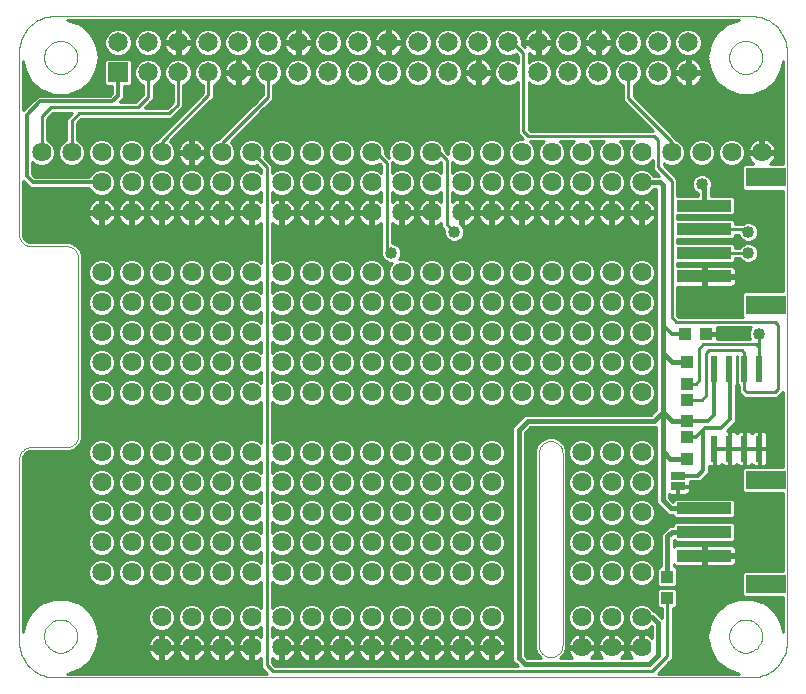
<source format=gtl>
G75*
%MOIN*%
%OFA0B0*%
%FSLAX24Y24*%
%IPPOS*%
%LPD*%
%AMOC8*
5,1,8,0,0,1.08239X$1,22.5*
%
%ADD10C,0.0000*%
%ADD11C,0.0650*%
%ADD12R,0.0650X0.0650*%
%ADD13R,0.0240X0.0870*%
%ADD14R,0.0394X0.0433*%
%ADD15R,0.0433X0.0394*%
%ADD16C,0.0640*%
%ADD17R,0.1811X0.0394*%
%ADD18R,0.1339X0.0630*%
%ADD19R,0.0500X0.0250*%
%ADD20C,0.0100*%
%ADD21C,0.0400*%
%ADD22C,0.0120*%
%ADD23C,0.0160*%
D10*
X000150Y001331D02*
X000150Y007433D01*
X000152Y007472D01*
X000158Y007510D01*
X000167Y007547D01*
X000180Y007584D01*
X000197Y007619D01*
X000216Y007652D01*
X000239Y007683D01*
X000265Y007712D01*
X000294Y007738D01*
X000325Y007761D01*
X000358Y007780D01*
X000393Y007797D01*
X000430Y007810D01*
X000467Y007819D01*
X000505Y007825D01*
X000544Y007827D01*
X001725Y007827D01*
X001764Y007829D01*
X001802Y007835D01*
X001839Y007844D01*
X001876Y007857D01*
X001911Y007874D01*
X001944Y007893D01*
X001975Y007916D01*
X002004Y007942D01*
X002030Y007971D01*
X002053Y008002D01*
X002072Y008035D01*
X002089Y008070D01*
X002102Y008107D01*
X002111Y008144D01*
X002117Y008182D01*
X002119Y008221D01*
X002119Y014126D01*
X002117Y014165D01*
X002111Y014203D01*
X002102Y014240D01*
X002089Y014277D01*
X002072Y014312D01*
X002053Y014345D01*
X002030Y014376D01*
X002004Y014405D01*
X001975Y014431D01*
X001944Y014454D01*
X001911Y014473D01*
X001876Y014490D01*
X001839Y014503D01*
X001802Y014512D01*
X001764Y014518D01*
X001725Y014520D01*
X000544Y014520D01*
X000505Y014522D01*
X000467Y014528D01*
X000430Y014537D01*
X000393Y014550D01*
X000358Y014567D01*
X000325Y014586D01*
X000294Y014609D01*
X000265Y014635D01*
X000239Y014664D01*
X000216Y014695D01*
X000197Y014728D01*
X000180Y014763D01*
X000167Y014800D01*
X000158Y014837D01*
X000152Y014875D01*
X000150Y014914D01*
X000150Y021016D01*
X000152Y021082D01*
X000157Y021148D01*
X000167Y021214D01*
X000180Y021279D01*
X000196Y021343D01*
X000216Y021406D01*
X000240Y021468D01*
X000267Y021528D01*
X000297Y021587D01*
X000331Y021644D01*
X000368Y021699D01*
X000408Y021752D01*
X000450Y021803D01*
X000496Y021851D01*
X000544Y021897D01*
X000595Y021939D01*
X000648Y021979D01*
X000703Y022016D01*
X000760Y022050D01*
X000819Y022080D01*
X000879Y022107D01*
X000941Y022131D01*
X001004Y022151D01*
X001068Y022167D01*
X001133Y022180D01*
X001199Y022190D01*
X001265Y022195D01*
X001331Y022197D01*
X024559Y022197D01*
X024625Y022195D01*
X024691Y022190D01*
X024757Y022180D01*
X024822Y022167D01*
X024886Y022151D01*
X024949Y022131D01*
X025011Y022107D01*
X025071Y022080D01*
X025130Y022050D01*
X025187Y022016D01*
X025242Y021979D01*
X025295Y021939D01*
X025346Y021897D01*
X025394Y021851D01*
X025440Y021803D01*
X025482Y021752D01*
X025522Y021699D01*
X025559Y021644D01*
X025593Y021587D01*
X025623Y021528D01*
X025650Y021468D01*
X025674Y021406D01*
X025694Y021343D01*
X025710Y021279D01*
X025723Y021214D01*
X025733Y021148D01*
X025738Y021082D01*
X025740Y021016D01*
X025741Y021016D02*
X025741Y001331D01*
X025740Y001331D02*
X025738Y001265D01*
X025733Y001199D01*
X025723Y001133D01*
X025710Y001068D01*
X025694Y001004D01*
X025674Y000941D01*
X025650Y000879D01*
X025623Y000819D01*
X025593Y000760D01*
X025559Y000703D01*
X025522Y000648D01*
X025482Y000595D01*
X025440Y000544D01*
X025394Y000496D01*
X025346Y000450D01*
X025295Y000408D01*
X025242Y000368D01*
X025187Y000331D01*
X025130Y000297D01*
X025071Y000267D01*
X025011Y000240D01*
X024949Y000216D01*
X024886Y000196D01*
X024822Y000180D01*
X024757Y000167D01*
X024691Y000157D01*
X024625Y000152D01*
X024559Y000150D01*
X001331Y000150D01*
X001265Y000152D01*
X001199Y000157D01*
X001133Y000167D01*
X001068Y000180D01*
X001004Y000196D01*
X000941Y000216D01*
X000879Y000240D01*
X000819Y000267D01*
X000760Y000297D01*
X000703Y000331D01*
X000648Y000368D01*
X000595Y000408D01*
X000544Y000450D01*
X000496Y000496D01*
X000450Y000544D01*
X000408Y000595D01*
X000368Y000648D01*
X000331Y000703D01*
X000297Y000760D01*
X000267Y000819D01*
X000240Y000879D01*
X000216Y000941D01*
X000196Y001004D01*
X000180Y001068D01*
X000167Y001133D01*
X000157Y001199D01*
X000152Y001265D01*
X000150Y001331D01*
X000977Y001528D02*
X000979Y001575D01*
X000985Y001621D01*
X000995Y001667D01*
X001008Y001712D01*
X001026Y001755D01*
X001047Y001797D01*
X001071Y001837D01*
X001099Y001874D01*
X001130Y001909D01*
X001164Y001942D01*
X001200Y001971D01*
X001239Y001997D01*
X001280Y002020D01*
X001323Y002039D01*
X001367Y002055D01*
X001412Y002067D01*
X001458Y002075D01*
X001505Y002079D01*
X001551Y002079D01*
X001598Y002075D01*
X001644Y002067D01*
X001689Y002055D01*
X001733Y002039D01*
X001776Y002020D01*
X001817Y001997D01*
X001856Y001971D01*
X001892Y001942D01*
X001926Y001909D01*
X001957Y001874D01*
X001985Y001837D01*
X002009Y001797D01*
X002030Y001755D01*
X002048Y001712D01*
X002061Y001667D01*
X002071Y001621D01*
X002077Y001575D01*
X002079Y001528D01*
X002077Y001481D01*
X002071Y001435D01*
X002061Y001389D01*
X002048Y001344D01*
X002030Y001301D01*
X002009Y001259D01*
X001985Y001219D01*
X001957Y001182D01*
X001926Y001147D01*
X001892Y001114D01*
X001856Y001085D01*
X001817Y001059D01*
X001776Y001036D01*
X001733Y001017D01*
X001689Y001001D01*
X001644Y000989D01*
X001598Y000981D01*
X001551Y000977D01*
X001505Y000977D01*
X001458Y000981D01*
X001412Y000989D01*
X001367Y001001D01*
X001323Y001017D01*
X001280Y001036D01*
X001239Y001059D01*
X001200Y001085D01*
X001164Y001114D01*
X001130Y001147D01*
X001099Y001182D01*
X001071Y001219D01*
X001047Y001259D01*
X001026Y001301D01*
X001008Y001344D01*
X000995Y001389D01*
X000985Y001435D01*
X000979Y001481D01*
X000977Y001528D01*
X017473Y001225D02*
X017473Y007630D01*
X017475Y007669D01*
X017481Y007707D01*
X017490Y007744D01*
X017503Y007781D01*
X017520Y007816D01*
X017539Y007849D01*
X017562Y007880D01*
X017588Y007909D01*
X017617Y007935D01*
X017648Y007958D01*
X017681Y007977D01*
X017716Y007994D01*
X017753Y008007D01*
X017790Y008016D01*
X017828Y008022D01*
X017867Y008024D01*
X017906Y008022D01*
X017944Y008016D01*
X017981Y008007D01*
X018018Y007994D01*
X018053Y007977D01*
X018086Y007958D01*
X018117Y007935D01*
X018146Y007909D01*
X018172Y007880D01*
X018195Y007849D01*
X018214Y007816D01*
X018231Y007781D01*
X018244Y007744D01*
X018253Y007707D01*
X018259Y007669D01*
X018261Y007630D01*
X018260Y007630D02*
X018260Y001225D01*
X017867Y000831D02*
X017828Y000833D01*
X017790Y000839D01*
X017753Y000848D01*
X017716Y000861D01*
X017681Y000878D01*
X017648Y000897D01*
X017617Y000920D01*
X017588Y000946D01*
X017562Y000975D01*
X017539Y001006D01*
X017520Y001039D01*
X017503Y001074D01*
X017490Y001111D01*
X017481Y001148D01*
X017475Y001186D01*
X017473Y001225D01*
X017867Y000831D02*
X017906Y000833D01*
X017944Y000839D01*
X017981Y000848D01*
X018018Y000861D01*
X018053Y000878D01*
X018086Y000897D01*
X018117Y000920D01*
X018146Y000946D01*
X018172Y000975D01*
X018195Y001006D01*
X018214Y001039D01*
X018231Y001074D01*
X018244Y001111D01*
X018253Y001148D01*
X018259Y001186D01*
X018261Y001225D01*
X023812Y001528D02*
X023814Y001575D01*
X023820Y001621D01*
X023830Y001667D01*
X023843Y001712D01*
X023861Y001755D01*
X023882Y001797D01*
X023906Y001837D01*
X023934Y001874D01*
X023965Y001909D01*
X023999Y001942D01*
X024035Y001971D01*
X024074Y001997D01*
X024115Y002020D01*
X024158Y002039D01*
X024202Y002055D01*
X024247Y002067D01*
X024293Y002075D01*
X024340Y002079D01*
X024386Y002079D01*
X024433Y002075D01*
X024479Y002067D01*
X024524Y002055D01*
X024568Y002039D01*
X024611Y002020D01*
X024652Y001997D01*
X024691Y001971D01*
X024727Y001942D01*
X024761Y001909D01*
X024792Y001874D01*
X024820Y001837D01*
X024844Y001797D01*
X024865Y001755D01*
X024883Y001712D01*
X024896Y001667D01*
X024906Y001621D01*
X024912Y001575D01*
X024914Y001528D01*
X024912Y001481D01*
X024906Y001435D01*
X024896Y001389D01*
X024883Y001344D01*
X024865Y001301D01*
X024844Y001259D01*
X024820Y001219D01*
X024792Y001182D01*
X024761Y001147D01*
X024727Y001114D01*
X024691Y001085D01*
X024652Y001059D01*
X024611Y001036D01*
X024568Y001017D01*
X024524Y001001D01*
X024479Y000989D01*
X024433Y000981D01*
X024386Y000977D01*
X024340Y000977D01*
X024293Y000981D01*
X024247Y000989D01*
X024202Y001001D01*
X024158Y001017D01*
X024115Y001036D01*
X024074Y001059D01*
X024035Y001085D01*
X023999Y001114D01*
X023965Y001147D01*
X023934Y001182D01*
X023906Y001219D01*
X023882Y001259D01*
X023861Y001301D01*
X023843Y001344D01*
X023830Y001389D01*
X023820Y001435D01*
X023814Y001481D01*
X023812Y001528D01*
X023812Y020819D02*
X023814Y020866D01*
X023820Y020912D01*
X023830Y020958D01*
X023843Y021003D01*
X023861Y021046D01*
X023882Y021088D01*
X023906Y021128D01*
X023934Y021165D01*
X023965Y021200D01*
X023999Y021233D01*
X024035Y021262D01*
X024074Y021288D01*
X024115Y021311D01*
X024158Y021330D01*
X024202Y021346D01*
X024247Y021358D01*
X024293Y021366D01*
X024340Y021370D01*
X024386Y021370D01*
X024433Y021366D01*
X024479Y021358D01*
X024524Y021346D01*
X024568Y021330D01*
X024611Y021311D01*
X024652Y021288D01*
X024691Y021262D01*
X024727Y021233D01*
X024761Y021200D01*
X024792Y021165D01*
X024820Y021128D01*
X024844Y021088D01*
X024865Y021046D01*
X024883Y021003D01*
X024896Y020958D01*
X024906Y020912D01*
X024912Y020866D01*
X024914Y020819D01*
X024912Y020772D01*
X024906Y020726D01*
X024896Y020680D01*
X024883Y020635D01*
X024865Y020592D01*
X024844Y020550D01*
X024820Y020510D01*
X024792Y020473D01*
X024761Y020438D01*
X024727Y020405D01*
X024691Y020376D01*
X024652Y020350D01*
X024611Y020327D01*
X024568Y020308D01*
X024524Y020292D01*
X024479Y020280D01*
X024433Y020272D01*
X024386Y020268D01*
X024340Y020268D01*
X024293Y020272D01*
X024247Y020280D01*
X024202Y020292D01*
X024158Y020308D01*
X024115Y020327D01*
X024074Y020350D01*
X024035Y020376D01*
X023999Y020405D01*
X023965Y020438D01*
X023934Y020473D01*
X023906Y020510D01*
X023882Y020550D01*
X023861Y020592D01*
X023843Y020635D01*
X023830Y020680D01*
X023820Y020726D01*
X023814Y020772D01*
X023812Y020819D01*
X000977Y020819D02*
X000979Y020866D01*
X000985Y020912D01*
X000995Y020958D01*
X001008Y021003D01*
X001026Y021046D01*
X001047Y021088D01*
X001071Y021128D01*
X001099Y021165D01*
X001130Y021200D01*
X001164Y021233D01*
X001200Y021262D01*
X001239Y021288D01*
X001280Y021311D01*
X001323Y021330D01*
X001367Y021346D01*
X001412Y021358D01*
X001458Y021366D01*
X001505Y021370D01*
X001551Y021370D01*
X001598Y021366D01*
X001644Y021358D01*
X001689Y021346D01*
X001733Y021330D01*
X001776Y021311D01*
X001817Y021288D01*
X001856Y021262D01*
X001892Y021233D01*
X001926Y021200D01*
X001957Y021165D01*
X001985Y021128D01*
X002009Y021088D01*
X002030Y021046D01*
X002048Y021003D01*
X002061Y020958D01*
X002071Y020912D01*
X002077Y020866D01*
X002079Y020819D01*
X002077Y020772D01*
X002071Y020726D01*
X002061Y020680D01*
X002048Y020635D01*
X002030Y020592D01*
X002009Y020550D01*
X001985Y020510D01*
X001957Y020473D01*
X001926Y020438D01*
X001892Y020405D01*
X001856Y020376D01*
X001817Y020350D01*
X001776Y020327D01*
X001733Y020308D01*
X001689Y020292D01*
X001644Y020280D01*
X001598Y020272D01*
X001551Y020268D01*
X001505Y020268D01*
X001458Y020272D01*
X001412Y020280D01*
X001367Y020292D01*
X001323Y020308D01*
X001280Y020327D01*
X001239Y020350D01*
X001200Y020376D01*
X001164Y020405D01*
X001130Y020438D01*
X001099Y020473D01*
X001071Y020510D01*
X001047Y020550D01*
X001026Y020592D01*
X001008Y020635D01*
X000995Y020680D01*
X000985Y020726D01*
X000979Y020772D01*
X000977Y020819D01*
D11*
X003445Y021319D03*
X004445Y021319D03*
X005445Y021319D03*
X006445Y021319D03*
X007445Y021319D03*
X008445Y021319D03*
X009445Y021319D03*
X010445Y021319D03*
X011445Y021319D03*
X012445Y021319D03*
X013445Y021319D03*
X014445Y021319D03*
X015445Y021319D03*
X016445Y021319D03*
X017445Y021319D03*
X018445Y021319D03*
X019445Y021319D03*
X020445Y021319D03*
X021445Y021319D03*
X022445Y021319D03*
X022445Y020319D03*
X021445Y020319D03*
X020445Y020319D03*
X019445Y020319D03*
X018445Y020319D03*
X017445Y020319D03*
X016445Y020319D03*
X015445Y020319D03*
X014445Y020319D03*
X013445Y020319D03*
X012445Y020319D03*
X011445Y020319D03*
X010445Y020319D03*
X009445Y020319D03*
X008445Y020319D03*
X007445Y020319D03*
X006445Y020319D03*
X005445Y020319D03*
X004445Y020319D03*
D12*
X003445Y020319D03*
D13*
X023319Y010425D03*
X023819Y010425D03*
X024319Y010425D03*
X024819Y010425D03*
X024819Y007775D03*
X024319Y007775D03*
X023819Y007775D03*
X023319Y007775D03*
D14*
X022400Y007446D03*
X022400Y008154D03*
X022400Y008696D03*
X022400Y009404D03*
X022400Y009946D03*
X022400Y010654D03*
X021750Y003504D03*
X021750Y002796D03*
D15*
X022346Y011600D03*
X023054Y011600D03*
D16*
X020900Y011650D03*
X020900Y012650D03*
X019900Y012650D03*
X019900Y011650D03*
X018900Y011650D03*
X017900Y011650D03*
X017900Y012650D03*
X018900Y012650D03*
X018900Y013650D03*
X017900Y013650D03*
X016900Y013650D03*
X015900Y013650D03*
X014900Y013650D03*
X013900Y013650D03*
X012900Y013650D03*
X011900Y013650D03*
X010900Y013650D03*
X009900Y013650D03*
X008900Y013650D03*
X007900Y013650D03*
X006900Y013650D03*
X005900Y013650D03*
X004900Y013650D03*
X003900Y013650D03*
X002900Y013650D03*
X002900Y012650D03*
X002900Y011650D03*
X003900Y011650D03*
X004900Y011650D03*
X004900Y012650D03*
X003900Y012650D03*
X005900Y012650D03*
X005900Y011650D03*
X006900Y011650D03*
X006900Y012650D03*
X007900Y012650D03*
X007900Y011650D03*
X008900Y011650D03*
X008900Y012650D03*
X009900Y012650D03*
X009900Y011650D03*
X010900Y011650D03*
X011900Y011650D03*
X011900Y012650D03*
X010900Y012650D03*
X012900Y012650D03*
X012900Y011650D03*
X013900Y011650D03*
X013900Y012650D03*
X014900Y012650D03*
X014900Y011650D03*
X015900Y011650D03*
X015900Y012650D03*
X016900Y012650D03*
X016900Y011650D03*
X016900Y010650D03*
X016900Y009650D03*
X015900Y009650D03*
X015900Y010650D03*
X014900Y010650D03*
X014900Y009650D03*
X013900Y009650D03*
X013900Y010650D03*
X012900Y010650D03*
X012900Y009650D03*
X011900Y009650D03*
X010900Y009650D03*
X010900Y010650D03*
X011900Y010650D03*
X009900Y010650D03*
X009900Y009650D03*
X008900Y009650D03*
X008900Y010650D03*
X007900Y010650D03*
X007900Y009650D03*
X006900Y009650D03*
X006900Y010650D03*
X005900Y010650D03*
X005900Y009650D03*
X004900Y009650D03*
X003900Y009650D03*
X003900Y010650D03*
X004900Y010650D03*
X002900Y010650D03*
X002900Y009650D03*
X002900Y007650D03*
X003900Y007650D03*
X004900Y007650D03*
X005900Y007650D03*
X006900Y007650D03*
X007900Y007650D03*
X008900Y007650D03*
X009900Y007650D03*
X010900Y007650D03*
X011900Y007650D03*
X012900Y007650D03*
X013900Y007650D03*
X014900Y007650D03*
X015900Y007650D03*
X015900Y006650D03*
X015900Y005650D03*
X014900Y005650D03*
X014900Y006650D03*
X013900Y006650D03*
X013900Y005650D03*
X012900Y005650D03*
X012900Y006650D03*
X011900Y006650D03*
X010900Y006650D03*
X010900Y005650D03*
X011900Y005650D03*
X011900Y004650D03*
X010900Y004650D03*
X010900Y003650D03*
X011900Y003650D03*
X012900Y003650D03*
X012900Y004650D03*
X013900Y004650D03*
X013900Y003650D03*
X014900Y003650D03*
X014900Y004650D03*
X015900Y004650D03*
X015900Y003650D03*
X015900Y002150D03*
X015900Y001150D03*
X014900Y001150D03*
X014900Y002150D03*
X013900Y002150D03*
X013900Y001150D03*
X012900Y001150D03*
X012900Y002150D03*
X011900Y002150D03*
X010900Y002150D03*
X010900Y001150D03*
X011900Y001150D03*
X009900Y001150D03*
X009900Y002150D03*
X008900Y002150D03*
X008900Y001150D03*
X007900Y001150D03*
X007900Y002150D03*
X006900Y002150D03*
X006900Y001150D03*
X005900Y001150D03*
X005900Y002150D03*
X004900Y002150D03*
X004900Y001150D03*
X004900Y003650D03*
X003900Y003650D03*
X003900Y004650D03*
X004900Y004650D03*
X005900Y004650D03*
X005900Y003650D03*
X006900Y003650D03*
X006900Y004650D03*
X007900Y004650D03*
X007900Y003650D03*
X008900Y003650D03*
X008900Y004650D03*
X009900Y004650D03*
X009900Y003650D03*
X009900Y005650D03*
X009900Y006650D03*
X008900Y006650D03*
X008900Y005650D03*
X007900Y005650D03*
X007900Y006650D03*
X006900Y006650D03*
X006900Y005650D03*
X005900Y005650D03*
X005900Y006650D03*
X004900Y006650D03*
X003900Y006650D03*
X003900Y005650D03*
X004900Y005650D03*
X002900Y005650D03*
X002900Y006650D03*
X002900Y004650D03*
X002900Y003650D03*
X002900Y015650D03*
X002900Y016650D03*
X002900Y017650D03*
X001900Y017650D03*
X000900Y017650D03*
X003900Y017650D03*
X004900Y017650D03*
X004900Y016650D03*
X003900Y016650D03*
X003900Y015650D03*
X004900Y015650D03*
X005900Y015650D03*
X005900Y016650D03*
X005900Y017650D03*
X006900Y017650D03*
X006900Y016650D03*
X006900Y015650D03*
X007900Y015650D03*
X007900Y016650D03*
X007900Y017650D03*
X008900Y017650D03*
X008900Y016650D03*
X008900Y015650D03*
X009900Y015650D03*
X009900Y016650D03*
X009900Y017650D03*
X010900Y017650D03*
X011900Y017650D03*
X011900Y016650D03*
X010900Y016650D03*
X010900Y015650D03*
X011900Y015650D03*
X012900Y015650D03*
X012900Y016650D03*
X012900Y017650D03*
X013900Y017650D03*
X013900Y016650D03*
X013900Y015650D03*
X014900Y015650D03*
X014900Y016650D03*
X014900Y017650D03*
X015900Y017650D03*
X015900Y016650D03*
X015900Y015650D03*
X016900Y015650D03*
X016900Y016650D03*
X016900Y017650D03*
X017900Y017650D03*
X018900Y017650D03*
X018900Y016650D03*
X017900Y016650D03*
X017900Y015650D03*
X018900Y015650D03*
X019900Y015650D03*
X019900Y016650D03*
X019900Y017650D03*
X020900Y017650D03*
X020900Y016650D03*
X020900Y015650D03*
X021900Y017650D03*
X022900Y017650D03*
X023900Y017650D03*
X024900Y017650D03*
X020900Y013650D03*
X019900Y013650D03*
X019900Y010650D03*
X019900Y009650D03*
X018900Y009650D03*
X017900Y009650D03*
X017900Y010650D03*
X018900Y010650D03*
X020900Y010650D03*
X020900Y009650D03*
X020900Y007650D03*
X019900Y007650D03*
X018900Y007650D03*
X018900Y006650D03*
X018900Y005650D03*
X019900Y005650D03*
X019900Y006650D03*
X020900Y006650D03*
X020900Y005650D03*
X020900Y004650D03*
X020900Y003650D03*
X019900Y003650D03*
X019900Y004650D03*
X018900Y004650D03*
X018900Y003650D03*
X018900Y002150D03*
X018900Y001150D03*
X019900Y001150D03*
X019900Y002150D03*
X020900Y002150D03*
X020900Y001150D03*
D17*
X022987Y004213D03*
X022987Y005000D03*
X022987Y005787D03*
X022987Y013519D03*
X022987Y014306D03*
X022987Y015094D03*
X022987Y015881D03*
D18*
X025034Y016826D03*
X025034Y012574D03*
X025034Y006732D03*
X025034Y003268D03*
D19*
X022100Y006523D03*
X022100Y006877D03*
D20*
X022113Y006535D02*
X022500Y006535D01*
X022500Y006668D01*
X022495Y006687D01*
X022856Y006687D01*
X023029Y006860D01*
X023140Y006971D01*
X023140Y007201D01*
X023141Y007200D01*
X023180Y007190D01*
X023309Y007190D01*
X023309Y007765D01*
X023329Y007765D01*
X023329Y007190D01*
X023459Y007190D01*
X023497Y007200D01*
X023531Y007220D01*
X023559Y007248D01*
X023569Y007265D01*
X023579Y007248D01*
X023607Y007220D01*
X023641Y007200D01*
X023680Y007190D01*
X023809Y007190D01*
X023809Y007765D01*
X023589Y007765D01*
X023329Y007765D01*
X023329Y007785D01*
X023809Y007785D01*
X023809Y008360D01*
X023728Y008360D01*
X023929Y008560D01*
X024040Y008671D01*
X024040Y009907D01*
X024069Y009936D01*
X024069Y010870D01*
X024069Y010870D01*
X024069Y009936D01*
X024139Y009866D01*
X024139Y009656D01*
X024220Y009575D01*
X024325Y009470D01*
X025425Y009470D01*
X025525Y009570D01*
X025611Y009656D01*
X025611Y007177D01*
X024311Y007177D01*
X024235Y007101D01*
X024235Y006363D01*
X024311Y006287D01*
X025611Y006287D01*
X025611Y003713D01*
X024311Y003713D01*
X024235Y003637D01*
X024235Y002899D01*
X024311Y002823D01*
X025611Y002823D01*
X025611Y001656D01*
X025556Y001962D01*
X025336Y002345D01*
X024998Y002628D01*
X024583Y002779D01*
X024142Y002779D01*
X023727Y002628D01*
X023389Y002345D01*
X023169Y001962D01*
X023092Y001528D01*
X023169Y001093D01*
X023389Y000711D01*
X023727Y000428D01*
X024133Y000280D01*
X021435Y000280D01*
X021825Y000670D01*
X021930Y000775D01*
X021930Y002449D01*
X022001Y002449D01*
X022077Y002525D01*
X022077Y003066D01*
X022001Y003142D01*
X021499Y003142D01*
X021423Y003066D01*
X021423Y002525D01*
X021499Y002449D01*
X021570Y002449D01*
X021570Y002127D01*
X021537Y002160D01*
X021337Y002360D01*
X021300Y002360D01*
X021281Y002405D01*
X021155Y002531D01*
X020990Y002600D01*
X020810Y002600D01*
X020645Y002531D01*
X020519Y002405D01*
X020450Y002240D01*
X020450Y002060D01*
X020519Y001895D01*
X020645Y001769D01*
X020810Y001700D01*
X020990Y001700D01*
X021155Y001769D01*
X021240Y001854D01*
X021240Y001475D01*
X021206Y001508D01*
X021146Y001552D01*
X021080Y001586D01*
X021010Y001608D01*
X020950Y001618D01*
X020950Y001200D01*
X020850Y001200D01*
X020850Y001618D01*
X020790Y001608D01*
X020720Y001586D01*
X020654Y001552D01*
X020594Y001508D01*
X020542Y001456D01*
X020498Y001396D01*
X020464Y001330D01*
X020442Y001260D01*
X020432Y001200D01*
X020850Y001200D01*
X020850Y001100D01*
X020432Y001100D01*
X020442Y001040D01*
X020464Y000970D01*
X020498Y000904D01*
X020542Y000844D01*
X020575Y000810D01*
X020225Y000810D01*
X020258Y000844D01*
X020302Y000904D01*
X020336Y000970D01*
X020358Y001040D01*
X020368Y001100D01*
X019950Y001100D01*
X019950Y001200D01*
X019850Y001200D01*
X019850Y001618D01*
X019790Y001608D01*
X019720Y001586D01*
X019654Y001552D01*
X019594Y001508D01*
X019542Y001456D01*
X019498Y001396D01*
X019464Y001330D01*
X019442Y001260D01*
X019432Y001200D01*
X019850Y001200D01*
X019850Y001100D01*
X019432Y001100D01*
X019442Y001040D01*
X019464Y000970D01*
X019498Y000904D01*
X019542Y000844D01*
X019575Y000810D01*
X019225Y000810D01*
X019258Y000844D01*
X019302Y000904D01*
X019336Y000970D01*
X019358Y001040D01*
X019368Y001100D01*
X018950Y001100D01*
X018950Y001200D01*
X018850Y001200D01*
X018850Y001618D01*
X018790Y001608D01*
X018720Y001586D01*
X018654Y001552D01*
X018594Y001508D01*
X018542Y001456D01*
X018498Y001396D01*
X018464Y001330D01*
X018442Y001260D01*
X018432Y001200D01*
X018850Y001200D01*
X018850Y001100D01*
X018432Y001100D01*
X018442Y001040D01*
X018464Y000970D01*
X018498Y000904D01*
X018542Y000844D01*
X018575Y000810D01*
X018192Y000810D01*
X018311Y000928D01*
X018390Y001121D01*
X018390Y007734D01*
X018311Y007927D01*
X018163Y008074D01*
X017971Y008154D01*
X017762Y008154D01*
X017570Y008074D01*
X017570Y008074D01*
X017423Y007927D01*
X017343Y007734D01*
X017343Y001121D01*
X017423Y000928D01*
X017541Y000810D01*
X017087Y000810D01*
X017010Y000887D01*
X017010Y008313D01*
X017187Y008490D01*
X021387Y008490D01*
X021390Y008493D01*
X021390Y005963D01*
X021513Y005840D01*
X021776Y005577D01*
X021951Y005577D01*
X021951Y005537D01*
X022028Y005461D01*
X023946Y005461D01*
X024023Y005537D01*
X024023Y006038D01*
X023946Y006114D01*
X022028Y006114D01*
X021951Y006038D01*
X021951Y005997D01*
X021950Y005997D01*
X021810Y006137D01*
X021810Y006253D01*
X021830Y006248D01*
X022087Y006248D01*
X022087Y006510D01*
X022113Y006510D01*
X022113Y006535D01*
X022113Y006510D02*
X022500Y006510D01*
X022500Y006378D01*
X022490Y006340D01*
X022470Y006306D01*
X022442Y006278D01*
X022408Y006258D01*
X022370Y006248D01*
X022113Y006248D01*
X022113Y006510D01*
X022113Y006454D02*
X022087Y006454D01*
X022087Y006356D02*
X022113Y006356D01*
X022113Y006257D02*
X022087Y006257D01*
X021973Y006060D02*
X021887Y006060D01*
X021810Y006159D02*
X025611Y006159D01*
X025611Y006257D02*
X022404Y006257D01*
X022494Y006356D02*
X024243Y006356D01*
X024235Y006454D02*
X022500Y006454D01*
X022500Y006553D02*
X024235Y006553D01*
X024235Y006651D02*
X022500Y006651D01*
X022918Y006750D02*
X024235Y006750D01*
X024235Y006848D02*
X023017Y006848D01*
X023115Y006947D02*
X024235Y006947D01*
X024235Y007045D02*
X023140Y007045D01*
X023140Y007144D02*
X024277Y007144D01*
X024309Y007190D02*
X024309Y007765D01*
X024049Y007765D01*
X023829Y007765D01*
X023829Y007190D01*
X023959Y007190D01*
X023997Y007200D01*
X024031Y007220D01*
X024059Y007248D01*
X024069Y007265D01*
X024079Y007248D01*
X024107Y007220D01*
X024141Y007200D01*
X024180Y007190D01*
X024309Y007190D01*
X024329Y007190D02*
X024459Y007190D01*
X024497Y007200D01*
X024531Y007220D01*
X024559Y007248D01*
X024569Y007265D01*
X024579Y007248D01*
X024607Y007220D01*
X024641Y007200D01*
X024680Y007190D01*
X024809Y007190D01*
X024809Y007765D01*
X024549Y007765D01*
X024329Y007765D01*
X024329Y007190D01*
X024329Y007242D02*
X024309Y007242D01*
X024309Y007341D02*
X024329Y007341D01*
X024329Y007439D02*
X024309Y007439D01*
X024309Y007538D02*
X024329Y007538D01*
X024329Y007636D02*
X024309Y007636D01*
X024309Y007735D02*
X024329Y007735D01*
X024329Y007765D02*
X024309Y007765D01*
X024309Y007785D01*
X024309Y008360D01*
X024180Y008360D01*
X024141Y008350D01*
X024107Y008330D01*
X024079Y008302D01*
X024069Y008285D01*
X024059Y008302D01*
X024031Y008330D01*
X023997Y008350D01*
X023959Y008360D01*
X023829Y008360D01*
X023829Y007785D01*
X023809Y007785D01*
X023809Y007765D01*
X023829Y007765D01*
X023829Y007785D01*
X024309Y007785D01*
X024329Y007785D01*
X024329Y008360D01*
X024459Y008360D01*
X024497Y008350D01*
X024531Y008330D01*
X024559Y008302D01*
X024569Y008285D01*
X024579Y008302D01*
X024607Y008330D01*
X024641Y008350D01*
X024680Y008360D01*
X024809Y008360D01*
X024809Y007785D01*
X024829Y007785D01*
X024829Y008360D01*
X024959Y008360D01*
X024997Y008350D01*
X025031Y008330D01*
X025059Y008302D01*
X025079Y008268D01*
X025089Y008229D01*
X025089Y007785D01*
X024829Y007785D01*
X024829Y007765D01*
X024829Y007190D01*
X024959Y007190D01*
X024997Y007200D01*
X025031Y007220D01*
X025059Y007248D01*
X025079Y007282D01*
X025089Y007320D01*
X025089Y007765D01*
X024829Y007765D01*
X024809Y007765D01*
X024809Y007785D01*
X024329Y007785D01*
X024329Y007765D01*
X024329Y007833D02*
X024309Y007833D01*
X024309Y007932D02*
X024329Y007932D01*
X024329Y008030D02*
X024309Y008030D01*
X024309Y008129D02*
X024329Y008129D01*
X024329Y008227D02*
X024309Y008227D01*
X024309Y008326D02*
X024329Y008326D01*
X024536Y008326D02*
X024603Y008326D01*
X024809Y008326D02*
X024829Y008326D01*
X024829Y008227D02*
X024809Y008227D01*
X024809Y008129D02*
X024829Y008129D01*
X024829Y008030D02*
X024809Y008030D01*
X024809Y007932D02*
X024829Y007932D01*
X024829Y007833D02*
X024809Y007833D01*
X024809Y007735D02*
X024829Y007735D01*
X024829Y007636D02*
X024809Y007636D01*
X024809Y007538D02*
X024829Y007538D01*
X024829Y007439D02*
X024809Y007439D01*
X024809Y007341D02*
X024829Y007341D01*
X024829Y007242D02*
X024809Y007242D01*
X024585Y007242D02*
X024554Y007242D01*
X024085Y007242D02*
X024054Y007242D01*
X023829Y007242D02*
X023809Y007242D01*
X023809Y007341D02*
X023829Y007341D01*
X023829Y007439D02*
X023809Y007439D01*
X023809Y007538D02*
X023829Y007538D01*
X023829Y007636D02*
X023809Y007636D01*
X023809Y007735D02*
X023829Y007735D01*
X023829Y007833D02*
X023809Y007833D01*
X023809Y007932D02*
X023829Y007932D01*
X023829Y008030D02*
X023809Y008030D01*
X023809Y008129D02*
X023829Y008129D01*
X023829Y008227D02*
X023809Y008227D01*
X023809Y008326D02*
X023829Y008326D01*
X023793Y008424D02*
X025611Y008424D01*
X025611Y008326D02*
X025036Y008326D01*
X025089Y008227D02*
X025611Y008227D01*
X025611Y008129D02*
X025089Y008129D01*
X025089Y008030D02*
X025611Y008030D01*
X025611Y007932D02*
X025089Y007932D01*
X025089Y007833D02*
X025611Y007833D01*
X025611Y007735D02*
X025089Y007735D01*
X025089Y007636D02*
X025611Y007636D01*
X025611Y007538D02*
X025089Y007538D01*
X025089Y007439D02*
X025611Y007439D01*
X025611Y007341D02*
X025089Y007341D01*
X025054Y007242D02*
X025611Y007242D01*
X025611Y006060D02*
X024001Y006060D01*
X024023Y005962D02*
X025611Y005962D01*
X025611Y005863D02*
X024023Y005863D01*
X024023Y005765D02*
X025611Y005765D01*
X025611Y005666D02*
X024023Y005666D01*
X024023Y005568D02*
X025611Y005568D01*
X025611Y005469D02*
X023955Y005469D01*
X023946Y005327D02*
X022028Y005327D01*
X021951Y005251D01*
X021951Y005210D01*
X021813Y005210D01*
X021663Y005060D01*
X021540Y004937D01*
X021540Y003851D01*
X021499Y003851D01*
X021423Y003775D01*
X021423Y003234D01*
X021499Y003158D01*
X022001Y003158D01*
X022077Y003234D01*
X022077Y003775D01*
X022001Y003851D01*
X021960Y003851D01*
X021960Y003926D01*
X021961Y003924D01*
X021989Y003896D01*
X022024Y003876D01*
X022062Y003866D01*
X022939Y003866D01*
X022939Y004164D01*
X023035Y004164D01*
X023035Y003866D01*
X023912Y003866D01*
X023950Y003876D01*
X023985Y003896D01*
X024013Y003924D01*
X024032Y003958D01*
X024043Y003996D01*
X024043Y004164D01*
X023035Y004164D01*
X023035Y004261D01*
X022939Y004261D01*
X022939Y004559D01*
X022062Y004559D01*
X022024Y004549D01*
X021989Y004529D01*
X021961Y004502D01*
X021960Y004499D01*
X021960Y004741D01*
X022028Y004673D01*
X023946Y004673D01*
X024023Y004749D01*
X024023Y005251D01*
X023946Y005327D01*
X024001Y005272D02*
X025611Y005272D01*
X025611Y005174D02*
X024023Y005174D01*
X024023Y005075D02*
X025611Y005075D01*
X025611Y004977D02*
X024023Y004977D01*
X024023Y004878D02*
X025611Y004878D01*
X025611Y004780D02*
X024023Y004780D01*
X023954Y004681D02*
X025611Y004681D01*
X025611Y004583D02*
X021960Y004583D01*
X021960Y004681D02*
X022020Y004681D01*
X021540Y004681D02*
X021350Y004681D01*
X021350Y004740D02*
X021350Y004560D01*
X021281Y004395D01*
X021155Y004269D01*
X020990Y004200D01*
X020810Y004200D01*
X020645Y004269D01*
X020519Y004395D01*
X020450Y004560D01*
X020450Y004740D01*
X020519Y004905D01*
X020645Y005031D01*
X020810Y005100D01*
X020990Y005100D01*
X021155Y005031D01*
X021281Y004905D01*
X021350Y004740D01*
X021333Y004780D02*
X021540Y004780D01*
X021540Y004878D02*
X021293Y004878D01*
X021210Y004977D02*
X021580Y004977D01*
X021663Y005060D02*
X021663Y005060D01*
X021678Y005075D02*
X021050Y005075D01*
X020990Y005200D02*
X020810Y005200D01*
X020645Y005269D01*
X020519Y005395D01*
X020450Y005560D01*
X020450Y005740D01*
X020519Y005905D01*
X020645Y006031D01*
X020810Y006100D01*
X020990Y006100D01*
X021155Y006031D01*
X021281Y005905D01*
X021350Y005740D01*
X021350Y005560D01*
X021281Y005395D01*
X021155Y005269D01*
X020990Y005200D01*
X021158Y005272D02*
X021973Y005272D01*
X022019Y005469D02*
X021312Y005469D01*
X021350Y005568D02*
X021951Y005568D01*
X021687Y005666D02*
X021350Y005666D01*
X021340Y005765D02*
X021589Y005765D01*
X021490Y005863D02*
X021299Y005863D01*
X021225Y005962D02*
X021391Y005962D01*
X021390Y006060D02*
X021086Y006060D01*
X020990Y006200D02*
X021155Y006269D01*
X021281Y006395D01*
X021350Y006560D01*
X021350Y006740D01*
X021281Y006905D01*
X021155Y007031D01*
X020990Y007100D01*
X020810Y007100D01*
X020645Y007031D01*
X020519Y006905D01*
X020450Y006740D01*
X020450Y006560D01*
X020519Y006395D01*
X020645Y006269D01*
X020810Y006200D01*
X020990Y006200D01*
X021127Y006257D02*
X021390Y006257D01*
X021390Y006159D02*
X018390Y006159D01*
X018390Y006257D02*
X018673Y006257D01*
X018645Y006269D02*
X018810Y006200D01*
X018990Y006200D01*
X019155Y006269D01*
X019281Y006395D01*
X019350Y006560D01*
X019350Y006740D01*
X019281Y006905D01*
X019155Y007031D01*
X018990Y007100D01*
X018810Y007100D01*
X018645Y007031D01*
X018519Y006905D01*
X018450Y006740D01*
X018450Y006560D01*
X018519Y006395D01*
X018645Y006269D01*
X018558Y006356D02*
X018390Y006356D01*
X018390Y006454D02*
X018494Y006454D01*
X018453Y006553D02*
X018390Y006553D01*
X018390Y006651D02*
X018450Y006651D01*
X018454Y006750D02*
X018390Y006750D01*
X018390Y006848D02*
X018495Y006848D01*
X018560Y006947D02*
X018390Y006947D01*
X018390Y007045D02*
X018678Y007045D01*
X018709Y007242D02*
X018390Y007242D01*
X018390Y007144D02*
X021390Y007144D01*
X021390Y007242D02*
X021091Y007242D01*
X021155Y007269D02*
X021281Y007395D01*
X021350Y007560D01*
X021350Y007740D01*
X021281Y007905D01*
X021155Y008031D01*
X020990Y008100D01*
X020810Y008100D01*
X020645Y008031D01*
X020519Y007905D01*
X020450Y007740D01*
X020450Y007560D01*
X020519Y007395D01*
X020645Y007269D01*
X020810Y007200D01*
X020990Y007200D01*
X021155Y007269D01*
X021227Y007341D02*
X021390Y007341D01*
X021390Y007439D02*
X021300Y007439D01*
X021340Y007538D02*
X021390Y007538D01*
X021390Y007636D02*
X021350Y007636D01*
X021350Y007735D02*
X021390Y007735D01*
X021390Y007833D02*
X021311Y007833D01*
X021255Y007932D02*
X021390Y007932D01*
X021390Y008030D02*
X021156Y008030D01*
X021390Y008129D02*
X018032Y008129D01*
X018163Y008074D02*
X018163Y008074D01*
X018207Y008030D02*
X018644Y008030D01*
X018645Y008031D02*
X018519Y007905D01*
X018450Y007740D01*
X018450Y007560D01*
X018519Y007395D01*
X018645Y007269D01*
X018810Y007200D01*
X018990Y007200D01*
X019155Y007269D01*
X019281Y007395D01*
X019350Y007560D01*
X019350Y007740D01*
X019281Y007905D01*
X019155Y008031D01*
X018990Y008100D01*
X018810Y008100D01*
X018645Y008031D01*
X018545Y007932D02*
X018306Y007932D01*
X018311Y007927D02*
X018311Y007927D01*
X018349Y007833D02*
X018489Y007833D01*
X018450Y007735D02*
X018390Y007735D01*
X018390Y007636D02*
X018450Y007636D01*
X018460Y007538D02*
X018390Y007538D01*
X018390Y007439D02*
X018500Y007439D01*
X018573Y007341D02*
X018390Y007341D01*
X019091Y007242D02*
X019709Y007242D01*
X019645Y007269D02*
X019810Y007200D01*
X019990Y007200D01*
X020155Y007269D01*
X020281Y007395D01*
X020350Y007560D01*
X020350Y007740D01*
X020281Y007905D01*
X020155Y008031D01*
X019990Y008100D01*
X019810Y008100D01*
X019645Y008031D01*
X019519Y007905D01*
X019450Y007740D01*
X019450Y007560D01*
X019519Y007395D01*
X019645Y007269D01*
X019573Y007341D02*
X019227Y007341D01*
X019300Y007439D02*
X019500Y007439D01*
X019460Y007538D02*
X019340Y007538D01*
X019350Y007636D02*
X019450Y007636D01*
X019450Y007735D02*
X019350Y007735D01*
X019311Y007833D02*
X019489Y007833D01*
X019545Y007932D02*
X019255Y007932D01*
X019156Y008030D02*
X019644Y008030D01*
X020156Y008030D02*
X020644Y008030D01*
X020545Y007932D02*
X020255Y007932D01*
X020311Y007833D02*
X020489Y007833D01*
X020450Y007735D02*
X020350Y007735D01*
X020350Y007636D02*
X020450Y007636D01*
X020460Y007538D02*
X020340Y007538D01*
X020300Y007439D02*
X020500Y007439D01*
X020573Y007341D02*
X020227Y007341D01*
X020091Y007242D02*
X020709Y007242D01*
X020678Y007045D02*
X020122Y007045D01*
X020155Y007031D02*
X019990Y007100D01*
X019810Y007100D01*
X019645Y007031D01*
X019519Y006905D01*
X019450Y006740D01*
X019450Y006560D01*
X019519Y006395D01*
X019645Y006269D01*
X019810Y006200D01*
X019990Y006200D01*
X020155Y006269D01*
X020281Y006395D01*
X020350Y006560D01*
X020350Y006740D01*
X020281Y006905D01*
X020155Y007031D01*
X020240Y006947D02*
X020560Y006947D01*
X020495Y006848D02*
X020305Y006848D01*
X020346Y006750D02*
X020454Y006750D01*
X020450Y006651D02*
X020350Y006651D01*
X020347Y006553D02*
X020453Y006553D01*
X020494Y006454D02*
X020306Y006454D01*
X020242Y006356D02*
X020558Y006356D01*
X020673Y006257D02*
X020127Y006257D01*
X020086Y006060D02*
X020714Y006060D01*
X020575Y005962D02*
X020225Y005962D01*
X020281Y005905D02*
X020155Y006031D01*
X019990Y006100D01*
X019810Y006100D01*
X019645Y006031D01*
X019519Y005905D01*
X019450Y005740D01*
X019450Y005560D01*
X019519Y005395D01*
X019645Y005269D01*
X019810Y005200D01*
X019990Y005200D01*
X020155Y005269D01*
X020281Y005395D01*
X020350Y005560D01*
X020350Y005740D01*
X020281Y005905D01*
X020299Y005863D02*
X020501Y005863D01*
X020460Y005765D02*
X020340Y005765D01*
X020350Y005666D02*
X020450Y005666D01*
X020450Y005568D02*
X020350Y005568D01*
X020312Y005469D02*
X020488Y005469D01*
X020543Y005371D02*
X020257Y005371D01*
X020158Y005272D02*
X020642Y005272D01*
X020750Y005075D02*
X020050Y005075D01*
X019990Y005100D02*
X019810Y005100D01*
X019645Y005031D01*
X019519Y004905D01*
X019450Y004740D01*
X019450Y004560D01*
X019519Y004395D01*
X019645Y004269D01*
X019810Y004200D01*
X019990Y004200D01*
X020155Y004269D01*
X020281Y004395D01*
X020350Y004560D01*
X020350Y004740D01*
X020281Y004905D01*
X020155Y005031D01*
X019990Y005100D01*
X019750Y005075D02*
X019050Y005075D01*
X018990Y005100D02*
X018810Y005100D01*
X018645Y005031D01*
X018519Y004905D01*
X018450Y004740D01*
X018450Y004560D01*
X018519Y004395D01*
X018645Y004269D01*
X018810Y004200D01*
X018990Y004200D01*
X019155Y004269D01*
X019281Y004395D01*
X019350Y004560D01*
X019350Y004740D01*
X019281Y004905D01*
X019155Y005031D01*
X018990Y005100D01*
X018990Y005200D02*
X018810Y005200D01*
X018645Y005269D01*
X018519Y005395D01*
X018450Y005560D01*
X018450Y005740D01*
X018519Y005905D01*
X018645Y006031D01*
X018810Y006100D01*
X018990Y006100D01*
X019155Y006031D01*
X019281Y005905D01*
X019350Y005740D01*
X019350Y005560D01*
X019281Y005395D01*
X019155Y005269D01*
X018990Y005200D01*
X019158Y005272D02*
X019642Y005272D01*
X019543Y005371D02*
X019257Y005371D01*
X019312Y005469D02*
X019488Y005469D01*
X019450Y005568D02*
X019350Y005568D01*
X019350Y005666D02*
X019450Y005666D01*
X019460Y005765D02*
X019340Y005765D01*
X019299Y005863D02*
X019501Y005863D01*
X019575Y005962D02*
X019225Y005962D01*
X019086Y006060D02*
X019714Y006060D01*
X019673Y006257D02*
X019127Y006257D01*
X019242Y006356D02*
X019558Y006356D01*
X019494Y006454D02*
X019306Y006454D01*
X019347Y006553D02*
X019453Y006553D01*
X019450Y006651D02*
X019350Y006651D01*
X019346Y006750D02*
X019454Y006750D01*
X019495Y006848D02*
X019305Y006848D01*
X019240Y006947D02*
X019560Y006947D01*
X019678Y007045D02*
X019122Y007045D01*
X018714Y006060D02*
X018390Y006060D01*
X018390Y005962D02*
X018575Y005962D01*
X018501Y005863D02*
X018390Y005863D01*
X018390Y005765D02*
X018460Y005765D01*
X018450Y005666D02*
X018390Y005666D01*
X018390Y005568D02*
X018450Y005568D01*
X018488Y005469D02*
X018390Y005469D01*
X018390Y005371D02*
X018543Y005371D01*
X018642Y005272D02*
X018390Y005272D01*
X018390Y005174D02*
X021777Y005174D01*
X021257Y005371D02*
X025611Y005371D01*
X025611Y004484D02*
X024023Y004484D01*
X024032Y004467D02*
X024013Y004502D01*
X023985Y004529D01*
X023950Y004549D01*
X023912Y004559D01*
X023035Y004559D01*
X023035Y004261D01*
X024043Y004261D01*
X024043Y004429D01*
X024032Y004467D01*
X024043Y004386D02*
X025611Y004386D01*
X025611Y004287D02*
X024043Y004287D01*
X024043Y004090D02*
X025611Y004090D01*
X025611Y003992D02*
X024041Y003992D01*
X023980Y003893D02*
X025611Y003893D01*
X025611Y003795D02*
X022057Y003795D01*
X022077Y003696D02*
X024294Y003696D01*
X024235Y003598D02*
X022077Y003598D01*
X022077Y003499D02*
X024235Y003499D01*
X024235Y003401D02*
X022077Y003401D01*
X022077Y003302D02*
X024235Y003302D01*
X024235Y003204D02*
X022046Y003204D01*
X022038Y003105D02*
X024235Y003105D01*
X024235Y003007D02*
X022077Y003007D01*
X022077Y002908D02*
X024235Y002908D01*
X023955Y002711D02*
X022077Y002711D01*
X022077Y002613D02*
X023709Y002613D01*
X023591Y002514D02*
X022066Y002514D01*
X021930Y002416D02*
X023474Y002416D01*
X023373Y002317D02*
X021930Y002317D01*
X021930Y002219D02*
X023317Y002219D01*
X023260Y002120D02*
X021930Y002120D01*
X021930Y002022D02*
X023203Y002022D01*
X023162Y001923D02*
X021930Y001923D01*
X021930Y001825D02*
X023144Y001825D01*
X023127Y001726D02*
X021930Y001726D01*
X021930Y001628D02*
X023110Y001628D01*
X023092Y001529D02*
X021930Y001529D01*
X021930Y001431D02*
X023109Y001431D01*
X023127Y001332D02*
X021930Y001332D01*
X021930Y001234D02*
X023144Y001234D01*
X023161Y001135D02*
X021930Y001135D01*
X021930Y001037D02*
X023202Y001037D01*
X023258Y000938D02*
X021930Y000938D01*
X021930Y000840D02*
X023315Y000840D01*
X023372Y000741D02*
X021896Y000741D01*
X021797Y000643D02*
X023471Y000643D01*
X023589Y000544D02*
X021699Y000544D01*
X021600Y000446D02*
X023706Y000446D01*
X023949Y000347D02*
X021502Y000347D01*
X021250Y000350D02*
X021750Y000850D01*
X021750Y002796D01*
X022077Y002810D02*
X025611Y002810D01*
X025611Y002711D02*
X024770Y002711D01*
X025017Y002613D02*
X025611Y002613D01*
X025611Y002514D02*
X025134Y002514D01*
X025251Y002416D02*
X025611Y002416D01*
X025611Y002317D02*
X025352Y002317D01*
X025409Y002219D02*
X025611Y002219D01*
X025611Y002120D02*
X025466Y002120D01*
X025522Y002022D02*
X025611Y002022D01*
X025611Y001923D02*
X025563Y001923D01*
X025581Y001825D02*
X025611Y001825D01*
X025598Y001726D02*
X025611Y001726D01*
X023035Y003893D02*
X022939Y003893D01*
X022939Y003992D02*
X023035Y003992D01*
X023035Y004090D02*
X022939Y004090D01*
X023035Y004189D02*
X025611Y004189D01*
X023035Y004287D02*
X022939Y004287D01*
X022939Y004386D02*
X023035Y004386D01*
X023035Y004484D02*
X022939Y004484D01*
X021994Y003893D02*
X021960Y003893D01*
X021540Y003893D02*
X021286Y003893D01*
X021281Y003905D02*
X021155Y004031D01*
X020990Y004100D01*
X020810Y004100D01*
X020645Y004031D01*
X020519Y003905D01*
X020450Y003740D01*
X020450Y003560D01*
X020519Y003395D01*
X020645Y003269D01*
X020810Y003200D01*
X020990Y003200D01*
X021155Y003269D01*
X021281Y003395D01*
X021350Y003560D01*
X021350Y003740D01*
X021281Y003905D01*
X021327Y003795D02*
X021443Y003795D01*
X021423Y003696D02*
X021350Y003696D01*
X021350Y003598D02*
X021423Y003598D01*
X021423Y003499D02*
X021325Y003499D01*
X021284Y003401D02*
X021423Y003401D01*
X021423Y003302D02*
X021188Y003302D01*
X020998Y003204D02*
X021454Y003204D01*
X021462Y003105D02*
X018390Y003105D01*
X018390Y003007D02*
X021423Y003007D01*
X021423Y002908D02*
X018390Y002908D01*
X018390Y002810D02*
X021423Y002810D01*
X021423Y002711D02*
X018390Y002711D01*
X018390Y002613D02*
X021423Y002613D01*
X021434Y002514D02*
X021172Y002514D01*
X021271Y002416D02*
X021570Y002416D01*
X021570Y002317D02*
X021380Y002317D01*
X021478Y002219D02*
X021570Y002219D01*
X021240Y001825D02*
X021211Y001825D01*
X021240Y001726D02*
X021052Y001726D01*
X021240Y001628D02*
X018390Y001628D01*
X018390Y001726D02*
X018748Y001726D01*
X018810Y001700D02*
X018990Y001700D01*
X019155Y001769D01*
X019281Y001895D01*
X019350Y002060D01*
X019350Y002240D01*
X019281Y002405D01*
X019155Y002531D01*
X018990Y002600D01*
X018810Y002600D01*
X018645Y002531D01*
X018519Y002405D01*
X018450Y002240D01*
X018450Y002060D01*
X018519Y001895D01*
X018645Y001769D01*
X018810Y001700D01*
X018950Y001618D02*
X018950Y001200D01*
X019368Y001200D01*
X019358Y001260D01*
X019336Y001330D01*
X019302Y001396D01*
X019258Y001456D01*
X019206Y001508D01*
X019146Y001552D01*
X019080Y001586D01*
X019010Y001608D01*
X018950Y001618D01*
X018950Y001529D02*
X018850Y001529D01*
X018850Y001431D02*
X018950Y001431D01*
X018950Y001332D02*
X018850Y001332D01*
X018850Y001234D02*
X018950Y001234D01*
X018950Y001135D02*
X019850Y001135D01*
X019850Y001234D02*
X019950Y001234D01*
X019950Y001200D02*
X019950Y001618D01*
X020010Y001608D01*
X020080Y001586D01*
X020146Y001552D01*
X020206Y001508D01*
X020258Y001456D01*
X020302Y001396D01*
X020336Y001330D01*
X020358Y001260D01*
X020368Y001200D01*
X019950Y001200D01*
X019950Y001135D02*
X020850Y001135D01*
X020850Y001234D02*
X020950Y001234D01*
X020950Y001332D02*
X020850Y001332D01*
X020850Y001431D02*
X020950Y001431D01*
X020950Y001529D02*
X020850Y001529D01*
X020748Y001726D02*
X020052Y001726D01*
X019990Y001700D02*
X020155Y001769D01*
X020281Y001895D01*
X020350Y002060D01*
X020350Y002240D01*
X020281Y002405D01*
X020155Y002531D01*
X019990Y002600D01*
X019810Y002600D01*
X019645Y002531D01*
X019519Y002405D01*
X019450Y002240D01*
X019450Y002060D01*
X019519Y001895D01*
X019645Y001769D01*
X019810Y001700D01*
X019990Y001700D01*
X019950Y001529D02*
X019850Y001529D01*
X019850Y001431D02*
X019950Y001431D01*
X019950Y001332D02*
X019850Y001332D01*
X019622Y001529D02*
X019178Y001529D01*
X019277Y001431D02*
X019523Y001431D01*
X019465Y001332D02*
X019335Y001332D01*
X019363Y001234D02*
X019437Y001234D01*
X019443Y001037D02*
X019357Y001037D01*
X019319Y000938D02*
X019481Y000938D01*
X019546Y000840D02*
X019254Y000840D01*
X018850Y001135D02*
X018390Y001135D01*
X018390Y001234D02*
X018437Y001234D01*
X018465Y001332D02*
X018390Y001332D01*
X018390Y001431D02*
X018523Y001431D01*
X018622Y001529D02*
X018390Y001529D01*
X018390Y001825D02*
X018589Y001825D01*
X018507Y001923D02*
X018390Y001923D01*
X018390Y002022D02*
X018466Y002022D01*
X018450Y002120D02*
X018390Y002120D01*
X018390Y002219D02*
X018450Y002219D01*
X018482Y002317D02*
X018390Y002317D01*
X018390Y002416D02*
X018529Y002416D01*
X018628Y002514D02*
X018390Y002514D01*
X018390Y003204D02*
X018802Y003204D01*
X018810Y003200D02*
X018990Y003200D01*
X019155Y003269D01*
X019281Y003395D01*
X019350Y003560D01*
X019350Y003740D01*
X019281Y003905D01*
X019155Y004031D01*
X018990Y004100D01*
X018810Y004100D01*
X018645Y004031D01*
X018519Y003905D01*
X018450Y003740D01*
X018450Y003560D01*
X018519Y003395D01*
X018645Y003269D01*
X018810Y003200D01*
X018998Y003204D02*
X019802Y003204D01*
X019810Y003200D02*
X019990Y003200D01*
X020155Y003269D01*
X020281Y003395D01*
X020350Y003560D01*
X020350Y003740D01*
X020281Y003905D01*
X020155Y004031D01*
X019990Y004100D01*
X019810Y004100D01*
X019645Y004031D01*
X019519Y003905D01*
X019450Y003740D01*
X019450Y003560D01*
X019519Y003395D01*
X019645Y003269D01*
X019810Y003200D01*
X019998Y003204D02*
X020802Y003204D01*
X020612Y003302D02*
X020188Y003302D01*
X020284Y003401D02*
X020516Y003401D01*
X020475Y003499D02*
X020325Y003499D01*
X020350Y003598D02*
X020450Y003598D01*
X020450Y003696D02*
X020350Y003696D01*
X020327Y003795D02*
X020473Y003795D01*
X020514Y003893D02*
X020286Y003893D01*
X020195Y003992D02*
X020605Y003992D01*
X020786Y004090D02*
X020014Y004090D01*
X019786Y004090D02*
X019014Y004090D01*
X019195Y003992D02*
X019605Y003992D01*
X019514Y003893D02*
X019286Y003893D01*
X019327Y003795D02*
X019473Y003795D01*
X019450Y003696D02*
X019350Y003696D01*
X019350Y003598D02*
X019450Y003598D01*
X019475Y003499D02*
X019325Y003499D01*
X019284Y003401D02*
X019516Y003401D01*
X019612Y003302D02*
X019188Y003302D01*
X018612Y003302D02*
X018390Y003302D01*
X018390Y003401D02*
X018516Y003401D01*
X018475Y003499D02*
X018390Y003499D01*
X018390Y003598D02*
X018450Y003598D01*
X018450Y003696D02*
X018390Y003696D01*
X018390Y003795D02*
X018473Y003795D01*
X018514Y003893D02*
X018390Y003893D01*
X018390Y003992D02*
X018605Y003992D01*
X018786Y004090D02*
X018390Y004090D01*
X018390Y004189D02*
X021540Y004189D01*
X021540Y004287D02*
X021173Y004287D01*
X021272Y004386D02*
X021540Y004386D01*
X021540Y004484D02*
X021318Y004484D01*
X021350Y004583D02*
X021540Y004583D01*
X021540Y004090D02*
X021014Y004090D01*
X021195Y003992D02*
X021540Y003992D01*
X020627Y004287D02*
X020173Y004287D01*
X020272Y004386D02*
X020528Y004386D01*
X020482Y004484D02*
X020318Y004484D01*
X020350Y004583D02*
X020450Y004583D01*
X020450Y004681D02*
X020350Y004681D01*
X020333Y004780D02*
X020467Y004780D01*
X020507Y004878D02*
X020293Y004878D01*
X020210Y004977D02*
X020590Y004977D01*
X019590Y004977D02*
X019210Y004977D01*
X019293Y004878D02*
X019507Y004878D01*
X019467Y004780D02*
X019333Y004780D01*
X019350Y004681D02*
X019450Y004681D01*
X019450Y004583D02*
X019350Y004583D01*
X019318Y004484D02*
X019482Y004484D01*
X019528Y004386D02*
X019272Y004386D01*
X019173Y004287D02*
X019627Y004287D01*
X018750Y005075D02*
X018390Y005075D01*
X018390Y004977D02*
X018590Y004977D01*
X018507Y004878D02*
X018390Y004878D01*
X018390Y004780D02*
X018467Y004780D01*
X018450Y004681D02*
X018390Y004681D01*
X018390Y004583D02*
X018450Y004583D01*
X018482Y004484D02*
X018390Y004484D01*
X018390Y004386D02*
X018528Y004386D01*
X018627Y004287D02*
X018390Y004287D01*
X017343Y004287D02*
X017010Y004287D01*
X017010Y004189D02*
X017343Y004189D01*
X017343Y004090D02*
X017010Y004090D01*
X017010Y003992D02*
X017343Y003992D01*
X017343Y003893D02*
X017010Y003893D01*
X017010Y003795D02*
X017343Y003795D01*
X017343Y003696D02*
X017010Y003696D01*
X017010Y003598D02*
X017343Y003598D01*
X017343Y003499D02*
X017010Y003499D01*
X017010Y003401D02*
X017343Y003401D01*
X017343Y003302D02*
X017010Y003302D01*
X017010Y003204D02*
X017343Y003204D01*
X017343Y003105D02*
X017010Y003105D01*
X017010Y003007D02*
X017343Y003007D01*
X017343Y002908D02*
X017010Y002908D01*
X017010Y002810D02*
X017343Y002810D01*
X017343Y002711D02*
X017010Y002711D01*
X017010Y002613D02*
X017343Y002613D01*
X017343Y002514D02*
X017010Y002514D01*
X017010Y002416D02*
X017343Y002416D01*
X017343Y002317D02*
X017010Y002317D01*
X017010Y002219D02*
X017343Y002219D01*
X017343Y002120D02*
X017010Y002120D01*
X017010Y002022D02*
X017343Y002022D01*
X017343Y001923D02*
X017010Y001923D01*
X017010Y001825D02*
X017343Y001825D01*
X017343Y001726D02*
X017010Y001726D01*
X017010Y001628D02*
X017343Y001628D01*
X017343Y001529D02*
X017010Y001529D01*
X017010Y001431D02*
X017343Y001431D01*
X017343Y001332D02*
X017010Y001332D01*
X017010Y001234D02*
X017343Y001234D01*
X017343Y001135D02*
X017010Y001135D01*
X017010Y001037D02*
X017378Y001037D01*
X017418Y000938D02*
X017010Y000938D01*
X017057Y000840D02*
X017511Y000840D01*
X017423Y000928D02*
X017423Y000928D01*
X016773Y000530D02*
X008675Y000530D01*
X008580Y000625D01*
X008580Y000805D01*
X008594Y000792D01*
X008654Y000748D01*
X008720Y000714D01*
X008790Y000692D01*
X008850Y000682D01*
X008850Y001100D01*
X008950Y001100D01*
X008950Y001200D01*
X008850Y001200D01*
X008850Y001618D01*
X008790Y001608D01*
X008720Y001586D01*
X008654Y001552D01*
X008594Y001508D01*
X008580Y001495D01*
X008580Y001834D01*
X008645Y001769D01*
X008810Y001700D01*
X008990Y001700D01*
X009155Y001769D01*
X009281Y001895D01*
X009350Y002060D01*
X009350Y002240D01*
X009281Y002405D01*
X009155Y002531D01*
X008990Y002600D01*
X008810Y002600D01*
X008645Y002531D01*
X008580Y002466D01*
X008580Y003334D01*
X008645Y003269D01*
X008810Y003200D01*
X008990Y003200D01*
X009155Y003269D01*
X009281Y003395D01*
X009350Y003560D01*
X009350Y003740D01*
X009281Y003905D01*
X009155Y004031D01*
X008990Y004100D01*
X008810Y004100D01*
X008645Y004031D01*
X008580Y003966D01*
X008580Y004334D01*
X008645Y004269D01*
X008810Y004200D01*
X008990Y004200D01*
X009155Y004269D01*
X009281Y004395D01*
X009350Y004560D01*
X009350Y004740D01*
X009281Y004905D01*
X009155Y005031D01*
X008990Y005100D01*
X008810Y005100D01*
X008645Y005031D01*
X008580Y004966D01*
X008580Y005334D01*
X008645Y005269D01*
X008810Y005200D01*
X008990Y005200D01*
X009155Y005269D01*
X009281Y005395D01*
X009350Y005560D01*
X009350Y005740D01*
X009281Y005905D01*
X009155Y006031D01*
X008990Y006100D01*
X008810Y006100D01*
X008645Y006031D01*
X008580Y005966D01*
X008580Y006334D01*
X008645Y006269D01*
X008810Y006200D01*
X008990Y006200D01*
X009155Y006269D01*
X009281Y006395D01*
X009350Y006560D01*
X009350Y006740D01*
X009281Y006905D01*
X009155Y007031D01*
X008990Y007100D01*
X008810Y007100D01*
X008645Y007031D01*
X008580Y006966D01*
X008580Y007334D01*
X008645Y007269D01*
X008810Y007200D01*
X008990Y007200D01*
X009155Y007269D01*
X009281Y007395D01*
X009350Y007560D01*
X009350Y007740D01*
X009281Y007905D01*
X009155Y008031D01*
X008990Y008100D01*
X008810Y008100D01*
X008645Y008031D01*
X008580Y007966D01*
X008580Y009334D01*
X008645Y009269D01*
X008810Y009200D01*
X008990Y009200D01*
X009155Y009269D01*
X009281Y009395D01*
X009350Y009560D01*
X009350Y009740D01*
X009281Y009905D01*
X009155Y010031D01*
X008990Y010100D01*
X008810Y010100D01*
X008645Y010031D01*
X008580Y009966D01*
X008580Y010334D01*
X008645Y010269D01*
X008810Y010200D01*
X008990Y010200D01*
X009155Y010269D01*
X009281Y010395D01*
X009350Y010560D01*
X009350Y010740D01*
X009281Y010905D01*
X009155Y011031D01*
X008990Y011100D01*
X008810Y011100D01*
X008645Y011031D01*
X008580Y010966D01*
X008580Y011334D01*
X008645Y011269D01*
X008810Y011200D01*
X008990Y011200D01*
X009155Y011269D01*
X009281Y011395D01*
X009350Y011560D01*
X009350Y011740D01*
X009281Y011905D01*
X009155Y012031D01*
X008990Y012100D01*
X008810Y012100D01*
X008645Y012031D01*
X008580Y011966D01*
X008580Y012334D01*
X008645Y012269D01*
X008810Y012200D01*
X008990Y012200D01*
X009155Y012269D01*
X009281Y012395D01*
X009350Y012560D01*
X009350Y012740D01*
X009281Y012905D01*
X009155Y013031D01*
X008990Y013100D01*
X008810Y013100D01*
X008645Y013031D01*
X008580Y012966D01*
X008580Y013334D01*
X008645Y013269D01*
X008810Y013200D01*
X008990Y013200D01*
X009155Y013269D01*
X009281Y013395D01*
X009350Y013560D01*
X009350Y013740D01*
X009281Y013905D01*
X009155Y014031D01*
X008990Y014100D01*
X008810Y014100D01*
X008645Y014031D01*
X008580Y013966D01*
X008580Y015305D01*
X008594Y015292D01*
X008654Y015248D01*
X008720Y015214D01*
X008790Y015192D01*
X008850Y015182D01*
X008850Y015600D01*
X008950Y015600D01*
X008950Y015700D01*
X008850Y015700D01*
X008850Y016118D01*
X008790Y016108D01*
X008720Y016086D01*
X008654Y016052D01*
X008594Y016008D01*
X008580Y015995D01*
X008580Y016334D01*
X008645Y016269D01*
X008810Y016200D01*
X008990Y016200D01*
X009155Y016269D01*
X009281Y016395D01*
X009350Y016560D01*
X009350Y016740D01*
X009281Y016905D01*
X009155Y017031D01*
X008990Y017100D01*
X008810Y017100D01*
X008645Y017031D01*
X008580Y016966D01*
X008580Y017225D01*
X008475Y017330D01*
X008319Y017486D01*
X008481Y017486D01*
X008450Y017560D02*
X008519Y017395D01*
X008645Y017269D01*
X008810Y017200D01*
X008990Y017200D01*
X009155Y017269D01*
X009281Y017395D01*
X009350Y017560D01*
X009350Y017740D01*
X009281Y017905D01*
X009155Y018031D01*
X008990Y018100D01*
X008810Y018100D01*
X008645Y018031D01*
X008519Y017905D01*
X008450Y017740D01*
X008450Y017560D01*
X008450Y017585D02*
X008350Y017585D01*
X008350Y017560D02*
X008350Y017740D01*
X008281Y017905D01*
X008155Y018031D01*
X007990Y018100D01*
X007810Y018100D01*
X007645Y018031D01*
X007519Y017905D01*
X007450Y017740D01*
X007450Y017560D01*
X007519Y017395D01*
X007645Y017269D01*
X007810Y017200D01*
X007990Y017200D01*
X008064Y017231D01*
X008220Y017075D01*
X008220Y016966D01*
X008155Y017031D01*
X007990Y017100D01*
X007810Y017100D01*
X007645Y017031D01*
X007519Y016905D01*
X007450Y016740D01*
X007450Y016560D01*
X007519Y016395D01*
X007645Y016269D01*
X007810Y016200D01*
X007990Y016200D01*
X008155Y016269D01*
X008220Y016334D01*
X008220Y015995D01*
X008206Y016008D01*
X008146Y016052D01*
X008080Y016086D01*
X008010Y016108D01*
X007950Y016118D01*
X007950Y015700D01*
X007850Y015700D01*
X007850Y016118D01*
X007790Y016108D01*
X007720Y016086D01*
X007654Y016052D01*
X007594Y016008D01*
X007542Y015956D01*
X007498Y015896D01*
X007464Y015830D01*
X007442Y015760D01*
X007432Y015700D01*
X007850Y015700D01*
X007850Y015600D01*
X007950Y015600D01*
X007950Y015182D01*
X008010Y015192D01*
X008080Y015214D01*
X008146Y015248D01*
X008206Y015292D01*
X008220Y015305D01*
X008220Y013966D01*
X008155Y014031D01*
X007990Y014100D01*
X007810Y014100D01*
X007645Y014031D01*
X007519Y013905D01*
X007450Y013740D01*
X007450Y013560D01*
X007519Y013395D01*
X007645Y013269D01*
X007810Y013200D01*
X007990Y013200D01*
X008155Y013269D01*
X008220Y013334D01*
X008220Y012966D01*
X008155Y013031D01*
X007990Y013100D01*
X007810Y013100D01*
X007645Y013031D01*
X007519Y012905D01*
X007450Y012740D01*
X007450Y012560D01*
X007519Y012395D01*
X007645Y012269D01*
X007810Y012200D01*
X007990Y012200D01*
X008155Y012269D01*
X008220Y012334D01*
X008220Y011966D01*
X008155Y012031D01*
X007990Y012100D01*
X007810Y012100D01*
X007645Y012031D01*
X007519Y011905D01*
X007450Y011740D01*
X007450Y011560D01*
X007519Y011395D01*
X007645Y011269D01*
X007810Y011200D01*
X007990Y011200D01*
X008155Y011269D01*
X008220Y011334D01*
X008220Y010966D01*
X008155Y011031D01*
X007990Y011100D01*
X007810Y011100D01*
X007645Y011031D01*
X007519Y010905D01*
X007450Y010740D01*
X007450Y010560D01*
X007519Y010395D01*
X007645Y010269D01*
X007810Y010200D01*
X007990Y010200D01*
X008155Y010269D01*
X008220Y010334D01*
X008220Y009966D01*
X008155Y010031D01*
X007990Y010100D01*
X007810Y010100D01*
X007645Y010031D01*
X007519Y009905D01*
X007450Y009740D01*
X007450Y009560D01*
X007519Y009395D01*
X007645Y009269D01*
X007810Y009200D01*
X007990Y009200D01*
X008155Y009269D01*
X008220Y009334D01*
X008220Y007966D01*
X008155Y008031D01*
X007990Y008100D01*
X007810Y008100D01*
X007645Y008031D01*
X007519Y007905D01*
X007450Y007740D01*
X007450Y007560D01*
X007519Y007395D01*
X007645Y007269D01*
X007810Y007200D01*
X007990Y007200D01*
X008155Y007269D01*
X008220Y007334D01*
X008220Y006966D01*
X008155Y007031D01*
X007990Y007100D01*
X007810Y007100D01*
X007645Y007031D01*
X007519Y006905D01*
X007450Y006740D01*
X007450Y006560D01*
X007519Y006395D01*
X007645Y006269D01*
X007810Y006200D01*
X007990Y006200D01*
X008155Y006269D01*
X008220Y006334D01*
X008220Y005966D01*
X008155Y006031D01*
X007990Y006100D01*
X007810Y006100D01*
X007645Y006031D01*
X007519Y005905D01*
X007450Y005740D01*
X007450Y005560D01*
X007519Y005395D01*
X007645Y005269D01*
X007810Y005200D01*
X007990Y005200D01*
X008155Y005269D01*
X008220Y005334D01*
X008220Y004966D01*
X008155Y005031D01*
X007990Y005100D01*
X007810Y005100D01*
X007645Y005031D01*
X007519Y004905D01*
X007450Y004740D01*
X007450Y004560D01*
X007519Y004395D01*
X007645Y004269D01*
X007810Y004200D01*
X007990Y004200D01*
X008155Y004269D01*
X008220Y004334D01*
X008220Y003966D01*
X008155Y004031D01*
X007990Y004100D01*
X007810Y004100D01*
X007645Y004031D01*
X007519Y003905D01*
X007450Y003740D01*
X007450Y003560D01*
X007519Y003395D01*
X007645Y003269D01*
X007810Y003200D01*
X007990Y003200D01*
X008155Y003269D01*
X008220Y003334D01*
X008220Y002466D01*
X008155Y002531D01*
X007990Y002600D01*
X007810Y002600D01*
X007645Y002531D01*
X007519Y002405D01*
X007450Y002240D01*
X007450Y002060D01*
X007519Y001895D01*
X007645Y001769D01*
X007810Y001700D01*
X007990Y001700D01*
X008155Y001769D01*
X008220Y001834D01*
X008220Y001495D01*
X008206Y001508D01*
X008146Y001552D01*
X008080Y001586D01*
X008010Y001608D01*
X007950Y001618D01*
X007950Y001200D01*
X007850Y001200D01*
X007850Y001618D01*
X007790Y001608D01*
X007720Y001586D01*
X007654Y001552D01*
X007594Y001508D01*
X007542Y001456D01*
X007498Y001396D01*
X007464Y001330D01*
X007442Y001260D01*
X007432Y001200D01*
X007850Y001200D01*
X007850Y001100D01*
X007950Y001100D01*
X007950Y000682D01*
X008010Y000692D01*
X008080Y000714D01*
X008146Y000748D01*
X008206Y000792D01*
X008220Y000805D01*
X008220Y000475D01*
X008415Y000280D01*
X001757Y000280D01*
X002163Y000428D01*
X002501Y000711D01*
X002722Y001093D01*
X002798Y001528D01*
X002722Y001962D01*
X002501Y002345D01*
X002163Y002628D01*
X001749Y002779D01*
X001307Y002779D01*
X000893Y002628D01*
X000555Y002345D01*
X000334Y001962D01*
X000280Y001656D01*
X000280Y007433D01*
X000285Y007485D01*
X000324Y007580D01*
X000397Y007653D01*
X000492Y007692D01*
X000544Y007697D01*
X001829Y007697D01*
X002021Y007777D01*
X002021Y007777D01*
X002169Y007924D01*
X002169Y007924D01*
X002249Y008117D01*
X002249Y014231D01*
X002169Y014423D01*
X002021Y014570D01*
X001829Y014650D01*
X000544Y014650D01*
X000492Y014655D01*
X000397Y014695D01*
X000324Y014767D01*
X000285Y014862D01*
X000280Y014914D01*
X000280Y016701D01*
X000410Y016571D01*
X000521Y016460D01*
X002492Y016460D01*
X002519Y016395D01*
X002645Y016269D01*
X002810Y016200D01*
X002990Y016200D01*
X003155Y016269D01*
X003281Y016395D01*
X003350Y016560D01*
X003350Y016740D01*
X003281Y016905D01*
X003155Y017031D01*
X002990Y017100D01*
X002810Y017100D01*
X002645Y017031D01*
X002519Y016905D01*
X002492Y016840D01*
X000679Y016840D01*
X000590Y016929D01*
X000590Y017324D01*
X000645Y017269D01*
X000810Y017200D01*
X000990Y017200D01*
X001155Y017269D01*
X001281Y017395D01*
X001350Y017560D01*
X001350Y017740D01*
X001281Y017905D01*
X001155Y018031D01*
X001080Y018063D01*
X001080Y018775D01*
X001275Y018970D01*
X001915Y018970D01*
X001720Y018775D01*
X001720Y018063D01*
X001645Y018031D01*
X001519Y017905D01*
X001450Y017740D01*
X001450Y017560D01*
X001519Y017395D01*
X001645Y017269D01*
X001810Y017200D01*
X001990Y017200D01*
X002155Y017269D01*
X002281Y017395D01*
X002350Y017560D01*
X002350Y017740D01*
X002281Y017905D01*
X002155Y018031D01*
X002080Y018063D01*
X002080Y018625D01*
X002225Y018770D01*
X005225Y018770D01*
X005325Y018870D01*
X005520Y019065D01*
X005625Y019171D01*
X005625Y019901D01*
X005703Y019934D01*
X005831Y020062D01*
X005900Y020229D01*
X005900Y020410D01*
X005831Y020577D01*
X005703Y020705D01*
X005536Y020774D01*
X005355Y020774D01*
X005188Y020705D01*
X005060Y020577D01*
X004990Y020410D01*
X004990Y020229D01*
X005060Y020062D01*
X005188Y019934D01*
X005265Y019901D01*
X005265Y019320D01*
X005075Y019130D01*
X004335Y019130D01*
X004525Y019320D01*
X004630Y019425D01*
X004630Y019903D01*
X004703Y019934D01*
X004831Y020062D01*
X004900Y020229D01*
X004900Y020410D01*
X004831Y020577D01*
X004703Y020705D01*
X004536Y020774D01*
X004355Y020774D01*
X004188Y020705D01*
X004060Y020577D01*
X003990Y020410D01*
X003990Y020229D01*
X004060Y020062D01*
X004188Y019934D01*
X004270Y019899D01*
X004270Y019575D01*
X004025Y019330D01*
X003499Y019330D01*
X003635Y019467D01*
X003635Y019864D01*
X003824Y019864D01*
X003900Y019940D01*
X003900Y020698D01*
X003824Y020774D01*
X003066Y020774D01*
X002990Y020698D01*
X002990Y019940D01*
X003066Y019864D01*
X003255Y019864D01*
X003255Y019624D01*
X003171Y019540D01*
X000771Y019540D01*
X000660Y019429D01*
X000321Y019090D01*
X000280Y019049D01*
X000280Y020692D01*
X000334Y020385D01*
X000555Y020003D01*
X000893Y019719D01*
X001307Y019568D01*
X001749Y019568D01*
X002163Y019719D01*
X002501Y020003D01*
X002722Y020385D01*
X002798Y020819D01*
X002722Y021254D01*
X002501Y021636D01*
X002163Y021920D01*
X001757Y022067D01*
X024133Y022067D01*
X023727Y021920D01*
X023389Y021636D01*
X023169Y021254D01*
X023092Y020819D01*
X023169Y020385D01*
X023389Y020003D01*
X023727Y019719D01*
X024142Y019568D01*
X024583Y019568D01*
X024998Y019719D01*
X025336Y020003D01*
X025556Y020385D01*
X025611Y020692D01*
X025611Y017271D01*
X025178Y017271D01*
X025206Y017292D01*
X025258Y017344D01*
X025302Y017404D01*
X025336Y017470D01*
X025358Y017540D01*
X025368Y017600D01*
X024950Y017600D01*
X024950Y017700D01*
X024850Y017700D01*
X024850Y018118D01*
X024790Y018108D01*
X024720Y018086D01*
X024654Y018052D01*
X024594Y018008D01*
X024542Y017956D01*
X024498Y017896D01*
X024464Y017830D01*
X024442Y017760D01*
X024432Y017700D01*
X024850Y017700D01*
X024850Y017600D01*
X024432Y017600D01*
X024442Y017540D01*
X024464Y017470D01*
X024498Y017404D01*
X024542Y017344D01*
X024594Y017292D01*
X024622Y017271D01*
X024311Y017271D01*
X024235Y017195D01*
X024235Y016457D01*
X024311Y016381D01*
X025611Y016381D01*
X025611Y013019D01*
X024311Y013019D01*
X024235Y012943D01*
X024235Y012205D01*
X024260Y012180D01*
X022125Y012180D01*
X022080Y012225D01*
X022080Y013172D01*
X022939Y013172D01*
X022939Y013470D01*
X023035Y013470D01*
X023035Y013172D01*
X023912Y013172D01*
X023950Y013182D01*
X023985Y013202D01*
X024013Y013230D01*
X024032Y013264D01*
X024043Y013302D01*
X024043Y013470D01*
X023035Y013470D01*
X023035Y013567D01*
X022939Y013567D01*
X022939Y013866D01*
X022080Y013866D01*
X022080Y013979D01*
X023946Y013979D01*
X024023Y014056D01*
X024023Y014120D01*
X024167Y014120D01*
X024170Y014113D01*
X024263Y014020D01*
X024384Y013970D01*
X024516Y013970D01*
X024637Y014020D01*
X024730Y014113D01*
X024780Y014234D01*
X024780Y014366D01*
X024730Y014487D01*
X024637Y014580D01*
X024516Y014630D01*
X024384Y014630D01*
X024263Y014580D01*
X024170Y014487D01*
X024167Y014480D01*
X024023Y014480D01*
X024023Y014557D01*
X023946Y014633D01*
X022080Y014633D01*
X022080Y014767D01*
X023946Y014767D01*
X024023Y014843D01*
X024023Y014914D01*
X024129Y014914D01*
X024170Y014813D01*
X024263Y014720D01*
X024384Y014670D01*
X024516Y014670D01*
X024637Y014720D01*
X024730Y014813D01*
X024780Y014934D01*
X024780Y015066D01*
X024730Y015187D01*
X024637Y015280D01*
X024516Y015330D01*
X024384Y015330D01*
X024263Y015280D01*
X024257Y015274D01*
X024023Y015274D01*
X024023Y015344D01*
X023946Y015421D01*
X022080Y015421D01*
X022080Y015554D01*
X023946Y015554D01*
X024023Y015630D01*
X024023Y016132D01*
X023946Y016208D01*
X023197Y016208D01*
X023197Y016455D01*
X023230Y016534D01*
X023230Y016666D01*
X023180Y016787D01*
X023087Y016880D01*
X022966Y016930D01*
X022834Y016930D01*
X022713Y016880D01*
X022620Y016787D01*
X022570Y016666D01*
X022570Y016534D01*
X022620Y016413D01*
X022713Y016320D01*
X022777Y016294D01*
X022777Y016208D01*
X022080Y016208D01*
X022080Y016775D01*
X021630Y017225D01*
X021630Y017284D01*
X021645Y017269D01*
X021810Y017200D01*
X021990Y017200D01*
X022155Y017269D01*
X022281Y017395D01*
X022350Y017560D01*
X022350Y017740D01*
X022281Y017905D01*
X022155Y018031D01*
X022080Y018063D01*
X022080Y018075D01*
X020630Y019525D01*
X020630Y019903D01*
X020703Y019934D01*
X020831Y020062D01*
X020900Y020229D01*
X020900Y020410D01*
X020831Y020577D01*
X020703Y020705D01*
X020536Y020774D01*
X020355Y020774D01*
X020188Y020705D01*
X020060Y020577D01*
X019990Y020410D01*
X019990Y020229D01*
X020060Y020062D01*
X020188Y019934D01*
X020270Y019899D01*
X020270Y019375D01*
X020375Y019270D01*
X021265Y018380D01*
X017175Y018380D01*
X017130Y018425D01*
X017130Y019991D01*
X017188Y019934D01*
X017355Y019864D01*
X017536Y019864D01*
X017703Y019934D01*
X017831Y020062D01*
X017900Y020229D01*
X017900Y020410D01*
X017831Y020577D01*
X017703Y020705D01*
X017536Y020774D01*
X017355Y020774D01*
X017188Y020705D01*
X017130Y020647D01*
X017130Y020963D01*
X017136Y020957D01*
X017196Y020913D01*
X017263Y020879D01*
X017334Y020856D01*
X017395Y020846D01*
X017395Y021269D01*
X016972Y021269D01*
X016982Y021208D01*
X016999Y021156D01*
X016900Y021254D01*
X016900Y021410D01*
X016831Y021577D01*
X016703Y021705D01*
X016536Y021774D01*
X016355Y021774D01*
X016188Y021705D01*
X016060Y021577D01*
X015990Y021410D01*
X015990Y021229D01*
X015900Y021229D01*
X015831Y021062D01*
X015703Y020934D01*
X015536Y020864D01*
X015355Y020864D01*
X015188Y020934D01*
X014703Y020934D01*
X014831Y021062D01*
X014900Y021229D01*
X014990Y021229D01*
X015060Y021062D01*
X015188Y020934D01*
X015089Y021032D02*
X014802Y021032D01*
X014860Y021131D02*
X015031Y021131D01*
X014990Y021229D02*
X014990Y021410D01*
X015060Y021577D01*
X015188Y021705D01*
X015355Y021774D01*
X015536Y021774D01*
X015703Y021705D01*
X015831Y021577D01*
X015900Y021410D01*
X015900Y021229D01*
X015990Y021229D02*
X016060Y021062D01*
X016188Y020934D01*
X015703Y020934D01*
X015802Y021032D02*
X016089Y021032D01*
X016031Y021131D02*
X015860Y021131D01*
X015900Y021328D02*
X015990Y021328D01*
X015997Y021426D02*
X015894Y021426D01*
X015853Y021525D02*
X016038Y021525D01*
X016106Y021623D02*
X015785Y021623D01*
X015663Y021722D02*
X016227Y021722D01*
X016663Y021722D02*
X017191Y021722D01*
X017196Y021726D02*
X017136Y021682D01*
X017083Y021629D01*
X017039Y021568D01*
X017005Y021502D01*
X016982Y021431D01*
X016972Y021369D01*
X017395Y021369D01*
X017395Y021269D01*
X017495Y021269D01*
X017495Y020846D01*
X017557Y020856D01*
X017628Y020879D01*
X017694Y020913D01*
X017755Y020957D01*
X017808Y021010D01*
X017852Y021070D01*
X017885Y021137D01*
X017909Y021208D01*
X017918Y021269D01*
X017495Y021269D01*
X017495Y021369D01*
X017395Y021369D01*
X017395Y021792D01*
X017334Y021783D01*
X017263Y021759D01*
X017196Y021726D01*
X017079Y021623D02*
X016785Y021623D01*
X016853Y021525D02*
X017017Y021525D01*
X016981Y021426D02*
X016894Y021426D01*
X016900Y021328D02*
X017395Y021328D01*
X017395Y021426D02*
X017495Y021426D01*
X017495Y021369D02*
X017495Y021792D01*
X017557Y021783D01*
X017628Y021759D01*
X017694Y021726D01*
X017755Y021682D01*
X017808Y021629D01*
X017852Y021568D01*
X017885Y021502D01*
X017909Y021431D01*
X017918Y021369D01*
X017495Y021369D01*
X017495Y021328D02*
X017990Y021328D01*
X017990Y021410D02*
X017990Y021229D01*
X017912Y021229D01*
X017990Y021229D02*
X018060Y021062D01*
X018188Y020934D01*
X017722Y020934D01*
X017824Y021032D02*
X018089Y021032D01*
X018031Y021131D02*
X017882Y021131D01*
X017909Y021426D02*
X017997Y021426D01*
X017990Y021410D02*
X018060Y021577D01*
X018188Y021705D01*
X018355Y021774D01*
X018536Y021774D01*
X018703Y021705D01*
X018831Y021577D01*
X018900Y021410D01*
X018900Y021229D01*
X018979Y021229D01*
X018982Y021208D02*
X019005Y021137D01*
X019039Y021070D01*
X019083Y021010D01*
X019136Y020957D01*
X019196Y020913D01*
X019263Y020879D01*
X019334Y020856D01*
X019395Y020846D01*
X019395Y021269D01*
X019495Y021269D01*
X019495Y020846D01*
X019557Y020856D01*
X019628Y020879D01*
X019694Y020913D01*
X019755Y020957D01*
X019808Y021010D01*
X019852Y021070D01*
X019885Y021137D01*
X019909Y021208D01*
X019918Y021269D01*
X019495Y021269D01*
X019495Y021369D01*
X019918Y021369D01*
X019909Y021431D01*
X019885Y021502D01*
X019852Y021568D01*
X019808Y021629D01*
X019755Y021682D01*
X019694Y021726D01*
X019628Y021759D01*
X019557Y021783D01*
X019495Y021792D01*
X019495Y021369D01*
X019395Y021369D01*
X019395Y021269D01*
X018972Y021269D01*
X018982Y021208D01*
X019008Y021131D02*
X018860Y021131D01*
X018831Y021062D02*
X018900Y021229D01*
X018900Y021328D02*
X019395Y021328D01*
X019395Y021369D02*
X018972Y021369D01*
X018982Y021431D01*
X019005Y021502D01*
X019039Y021568D01*
X019083Y021629D01*
X019136Y021682D01*
X019196Y021726D01*
X019263Y021759D01*
X019334Y021783D01*
X019395Y021792D01*
X019395Y021369D01*
X019395Y021426D02*
X019495Y021426D01*
X019495Y021328D02*
X019990Y021328D01*
X019990Y021410D02*
X019990Y021229D01*
X019912Y021229D01*
X019990Y021229D02*
X020060Y021062D01*
X020188Y020934D01*
X019722Y020934D01*
X019824Y021032D02*
X020089Y021032D01*
X020031Y021131D02*
X019882Y021131D01*
X019909Y021426D02*
X019997Y021426D01*
X019990Y021410D02*
X020060Y021577D01*
X020188Y021705D01*
X020355Y021774D01*
X020536Y021774D01*
X020703Y021705D01*
X020831Y021577D01*
X020900Y021410D01*
X020900Y021229D01*
X020990Y021229D01*
X021060Y021062D01*
X021188Y020934D01*
X020703Y020934D01*
X020831Y021062D01*
X020900Y021229D01*
X020990Y021229D02*
X020990Y021410D01*
X021060Y021577D01*
X021188Y021705D01*
X021355Y021774D01*
X021536Y021774D01*
X021703Y021705D01*
X021831Y021577D01*
X021900Y021410D01*
X021900Y021229D01*
X021990Y021229D01*
X022060Y021062D01*
X022188Y020934D01*
X021703Y020934D01*
X021831Y021062D01*
X021900Y021229D01*
X021990Y021229D02*
X021990Y021410D01*
X022060Y021577D01*
X022188Y021705D01*
X022355Y021774D01*
X022536Y021774D01*
X022703Y021705D01*
X022831Y021577D01*
X022900Y021410D01*
X022900Y021229D01*
X023164Y021229D01*
X023147Y021131D02*
X022860Y021131D01*
X022831Y021062D02*
X022900Y021229D01*
X022900Y021328D02*
X023211Y021328D01*
X023268Y021426D02*
X022894Y021426D01*
X022853Y021525D02*
X023325Y021525D01*
X023382Y021623D02*
X022785Y021623D01*
X022663Y021722D02*
X023491Y021722D01*
X023609Y021820D02*
X002282Y021820D01*
X002399Y021722D02*
X003227Y021722D01*
X003188Y021705D02*
X003060Y021577D01*
X002990Y021410D01*
X002990Y021229D01*
X002726Y021229D01*
X002744Y021131D02*
X003031Y021131D01*
X003060Y021062D02*
X003188Y020934D01*
X002778Y020934D01*
X002761Y021032D02*
X003089Y021032D01*
X003060Y021062D02*
X002990Y021229D01*
X002990Y021328D02*
X002679Y021328D01*
X002622Y021426D02*
X002997Y021426D01*
X003038Y021525D02*
X002565Y021525D01*
X002509Y021623D02*
X003106Y021623D01*
X003188Y021705D02*
X003355Y021774D01*
X003536Y021774D01*
X003703Y021705D01*
X003831Y021577D01*
X003900Y021410D01*
X003900Y021229D01*
X003990Y021229D01*
X004060Y021062D01*
X004188Y020934D01*
X003703Y020934D01*
X003831Y021062D01*
X003900Y021229D01*
X003990Y021229D02*
X003990Y021410D01*
X004060Y021577D01*
X004188Y021705D01*
X004355Y021774D01*
X004536Y021774D01*
X004703Y021705D01*
X004831Y021577D01*
X004900Y021410D01*
X004900Y021229D01*
X004979Y021229D01*
X004982Y021208D02*
X005005Y021137D01*
X005039Y021070D01*
X005083Y021010D01*
X005136Y020957D01*
X005196Y020913D01*
X005263Y020879D01*
X005334Y020856D01*
X005395Y020846D01*
X005395Y021269D01*
X005495Y021269D01*
X005495Y020846D01*
X005557Y020856D01*
X005628Y020879D01*
X005694Y020913D01*
X005755Y020957D01*
X005808Y021010D01*
X005852Y021070D01*
X005885Y021137D01*
X005909Y021208D01*
X005918Y021269D01*
X005495Y021269D01*
X005495Y021369D01*
X005918Y021369D01*
X005909Y021431D01*
X005885Y021502D01*
X005852Y021568D01*
X005808Y021629D01*
X005755Y021682D01*
X005694Y021726D01*
X005628Y021759D01*
X005557Y021783D01*
X005495Y021792D01*
X005495Y021369D01*
X005395Y021369D01*
X005395Y021269D01*
X004972Y021269D01*
X004982Y021208D01*
X005008Y021131D02*
X004860Y021131D01*
X004831Y021062D02*
X004900Y021229D01*
X004900Y021328D02*
X005395Y021328D01*
X005395Y021369D02*
X004972Y021369D01*
X004982Y021431D01*
X005005Y021502D01*
X005039Y021568D01*
X005083Y021629D01*
X005136Y021682D01*
X005196Y021726D01*
X005263Y021759D01*
X005334Y021783D01*
X005395Y021792D01*
X005395Y021369D01*
X005395Y021426D02*
X005495Y021426D01*
X005495Y021328D02*
X005990Y021328D01*
X005990Y021410D02*
X005990Y021229D01*
X005912Y021229D01*
X005990Y021229D02*
X006060Y021062D01*
X006188Y020934D01*
X005722Y020934D01*
X005824Y021032D02*
X006089Y021032D01*
X006031Y021131D02*
X005882Y021131D01*
X005909Y021426D02*
X005997Y021426D01*
X005990Y021410D02*
X006060Y021577D01*
X006188Y021705D01*
X006355Y021774D01*
X006536Y021774D01*
X006703Y021705D01*
X006831Y021577D01*
X006900Y021410D01*
X006900Y021229D01*
X006990Y021229D01*
X007060Y021062D01*
X007188Y020934D01*
X006703Y020934D01*
X006831Y021062D01*
X006900Y021229D01*
X006990Y021229D02*
X006990Y021410D01*
X007060Y021577D01*
X007188Y021705D01*
X007355Y021774D01*
X007536Y021774D01*
X007703Y021705D01*
X007831Y021577D01*
X007900Y021410D01*
X007900Y021229D01*
X007990Y021229D01*
X008060Y021062D01*
X008188Y020934D01*
X007703Y020934D01*
X007831Y021062D01*
X007900Y021229D01*
X007990Y021229D02*
X007990Y021410D01*
X008060Y021577D01*
X008188Y021705D01*
X008355Y021774D01*
X008536Y021774D01*
X008703Y021705D01*
X008831Y021577D01*
X008900Y021410D01*
X008900Y021229D01*
X008979Y021229D01*
X008982Y021208D02*
X009005Y021137D01*
X009039Y021070D01*
X009083Y021010D01*
X009136Y020957D01*
X009196Y020913D01*
X009263Y020879D01*
X009334Y020856D01*
X009395Y020846D01*
X009395Y021269D01*
X009495Y021269D01*
X009495Y020846D01*
X009557Y020856D01*
X009628Y020879D01*
X009694Y020913D01*
X009755Y020957D01*
X009808Y021010D01*
X009852Y021070D01*
X009885Y021137D01*
X009909Y021208D01*
X009918Y021269D01*
X009495Y021269D01*
X009495Y021369D01*
X009918Y021369D01*
X009909Y021431D01*
X009885Y021502D01*
X009852Y021568D01*
X009808Y021629D01*
X009755Y021682D01*
X009694Y021726D01*
X009628Y021759D01*
X009557Y021783D01*
X009495Y021792D01*
X009495Y021369D01*
X009395Y021369D01*
X009395Y021269D01*
X008972Y021269D01*
X008982Y021208D01*
X009008Y021131D02*
X008860Y021131D01*
X008831Y021062D02*
X008900Y021229D01*
X008900Y021328D02*
X009395Y021328D01*
X009395Y021369D02*
X008972Y021369D01*
X008982Y021431D01*
X009005Y021502D01*
X009039Y021568D01*
X009083Y021629D01*
X009136Y021682D01*
X009196Y021726D01*
X009263Y021759D01*
X009334Y021783D01*
X009395Y021792D01*
X009395Y021369D01*
X009395Y021426D02*
X009495Y021426D01*
X009495Y021328D02*
X009990Y021328D01*
X009990Y021410D02*
X009990Y021229D01*
X009912Y021229D01*
X009990Y021229D02*
X010060Y021062D01*
X010188Y020934D01*
X009722Y020934D01*
X009824Y021032D02*
X010089Y021032D01*
X010031Y021131D02*
X009882Y021131D01*
X009909Y021426D02*
X009997Y021426D01*
X009990Y021410D02*
X010060Y021577D01*
X010188Y021705D01*
X010355Y021774D01*
X010536Y021774D01*
X010703Y021705D01*
X010831Y021577D01*
X010900Y021410D01*
X010900Y021229D01*
X010990Y021229D01*
X011060Y021062D01*
X011188Y020934D01*
X010703Y020934D01*
X010831Y021062D01*
X010900Y021229D01*
X010990Y021229D02*
X010990Y021410D01*
X011060Y021577D01*
X011188Y021705D01*
X011355Y021774D01*
X011536Y021774D01*
X011703Y021705D01*
X011831Y021577D01*
X011900Y021410D01*
X011900Y021229D01*
X011979Y021229D01*
X011982Y021208D02*
X012005Y021137D01*
X012039Y021070D01*
X012083Y021010D01*
X012136Y020957D01*
X012196Y020913D01*
X012263Y020879D01*
X012334Y020856D01*
X012395Y020846D01*
X012395Y021269D01*
X012495Y021269D01*
X012495Y020846D01*
X012557Y020856D01*
X012628Y020879D01*
X012694Y020913D01*
X012755Y020957D01*
X012808Y021010D01*
X012852Y021070D01*
X012885Y021137D01*
X012909Y021208D01*
X012918Y021269D01*
X012495Y021269D01*
X012495Y021369D01*
X012918Y021369D01*
X012909Y021431D01*
X012885Y021502D01*
X012852Y021568D01*
X012808Y021629D01*
X012755Y021682D01*
X012694Y021726D01*
X012628Y021759D01*
X012557Y021783D01*
X012495Y021792D01*
X012495Y021369D01*
X012395Y021369D01*
X012395Y021269D01*
X011972Y021269D01*
X011982Y021208D01*
X012008Y021131D02*
X011860Y021131D01*
X011831Y021062D02*
X011900Y021229D01*
X011900Y021328D02*
X012395Y021328D01*
X012395Y021369D02*
X011972Y021369D01*
X011982Y021431D01*
X012005Y021502D01*
X012039Y021568D01*
X012083Y021629D01*
X012136Y021682D01*
X012196Y021726D01*
X012263Y021759D01*
X012334Y021783D01*
X012395Y021792D01*
X012395Y021369D01*
X012395Y021426D02*
X012495Y021426D01*
X012495Y021328D02*
X012990Y021328D01*
X012990Y021410D02*
X012990Y021229D01*
X012912Y021229D01*
X012990Y021229D02*
X013060Y021062D01*
X013188Y020934D01*
X012722Y020934D01*
X012824Y021032D02*
X013089Y021032D01*
X013031Y021131D02*
X012882Y021131D01*
X012909Y021426D02*
X012997Y021426D01*
X012990Y021410D02*
X013060Y021577D01*
X013188Y021705D01*
X013355Y021774D01*
X013536Y021774D01*
X013703Y021705D01*
X013831Y021577D01*
X013900Y021410D01*
X013900Y021229D01*
X013990Y021229D01*
X014060Y021062D01*
X014188Y020934D01*
X013703Y020934D01*
X013831Y021062D01*
X013900Y021229D01*
X013990Y021229D02*
X013990Y021410D01*
X014060Y021577D01*
X014188Y021705D01*
X014355Y021774D01*
X014536Y021774D01*
X014703Y021705D01*
X014831Y021577D01*
X014900Y021410D01*
X014900Y021229D01*
X014900Y021328D02*
X014990Y021328D01*
X014997Y021426D02*
X014894Y021426D01*
X014853Y021525D02*
X015038Y021525D01*
X015106Y021623D02*
X014785Y021623D01*
X014663Y021722D02*
X015227Y021722D01*
X015395Y020792D02*
X015334Y020783D01*
X015263Y020759D01*
X015196Y020726D01*
X015136Y020682D01*
X015083Y020629D01*
X015039Y020568D01*
X015005Y020502D01*
X014982Y020431D01*
X014972Y020369D01*
X015395Y020369D01*
X015395Y020269D01*
X015495Y020269D01*
X015495Y019846D01*
X015557Y019856D01*
X015628Y019879D01*
X015694Y019913D01*
X015755Y019957D01*
X015808Y020010D01*
X015852Y020070D01*
X015885Y020137D01*
X015909Y020208D01*
X015918Y020269D01*
X015495Y020269D01*
X015495Y020369D01*
X015918Y020369D01*
X015909Y020431D01*
X015885Y020502D01*
X015852Y020568D01*
X015808Y020629D01*
X015755Y020682D01*
X015694Y020726D01*
X015628Y020759D01*
X015557Y020783D01*
X015495Y020792D01*
X015495Y020369D01*
X015395Y020369D01*
X015395Y020792D01*
X015395Y020737D02*
X015495Y020737D01*
X015495Y020638D02*
X015395Y020638D01*
X015395Y020540D02*
X015495Y020540D01*
X015495Y020441D02*
X015395Y020441D01*
X015395Y020343D02*
X014900Y020343D01*
X014900Y020410D02*
X014831Y020577D01*
X014703Y020705D01*
X014536Y020774D01*
X014355Y020774D01*
X014188Y020705D01*
X014060Y020577D01*
X013990Y020410D01*
X013990Y020229D01*
X014060Y020062D01*
X014188Y019934D01*
X014355Y019864D01*
X014536Y019864D01*
X014703Y019934D01*
X014831Y020062D01*
X014900Y020229D01*
X014900Y020410D01*
X014887Y020441D02*
X014985Y020441D01*
X015024Y020540D02*
X014847Y020540D01*
X014770Y020638D02*
X015092Y020638D01*
X015218Y020737D02*
X014627Y020737D01*
X014536Y020864D02*
X014355Y020864D01*
X014188Y020934D01*
X014089Y021032D02*
X013802Y021032D01*
X013860Y021131D02*
X014031Y021131D01*
X013990Y021328D02*
X013900Y021328D01*
X013894Y021426D02*
X013997Y021426D01*
X014038Y021525D02*
X013853Y021525D01*
X013785Y021623D02*
X014106Y021623D01*
X014227Y021722D02*
X013663Y021722D01*
X013227Y021722D02*
X012700Y021722D01*
X012812Y021623D02*
X013106Y021623D01*
X013038Y021525D02*
X012874Y021525D01*
X012495Y021525D02*
X012395Y021525D01*
X012395Y021623D02*
X012495Y021623D01*
X012495Y021722D02*
X012395Y021722D01*
X012191Y021722D02*
X011663Y021722D01*
X011785Y021623D02*
X012079Y021623D01*
X012017Y021525D02*
X011853Y021525D01*
X011894Y021426D02*
X011981Y021426D01*
X011831Y021062D02*
X011703Y020934D01*
X011536Y020864D01*
X011355Y020864D01*
X011188Y020934D01*
X011089Y021032D02*
X010802Y021032D01*
X010860Y021131D02*
X011031Y021131D01*
X010990Y021328D02*
X010900Y021328D01*
X010894Y021426D02*
X010997Y021426D01*
X011038Y021525D02*
X010853Y021525D01*
X010785Y021623D02*
X011106Y021623D01*
X011227Y021722D02*
X010663Y021722D01*
X010227Y021722D02*
X009700Y021722D01*
X009812Y021623D02*
X010106Y021623D01*
X010038Y021525D02*
X009874Y021525D01*
X009495Y021525D02*
X009395Y021525D01*
X009395Y021623D02*
X009495Y021623D01*
X009495Y021722D02*
X009395Y021722D01*
X009191Y021722D02*
X008663Y021722D01*
X008785Y021623D02*
X009079Y021623D01*
X009017Y021525D02*
X008853Y021525D01*
X008894Y021426D02*
X008981Y021426D01*
X008831Y021062D02*
X008703Y020934D01*
X008536Y020864D01*
X008355Y020864D01*
X008188Y020934D01*
X008089Y021032D02*
X007802Y021032D01*
X007860Y021131D02*
X008031Y021131D01*
X007990Y021328D02*
X007900Y021328D01*
X007894Y021426D02*
X007997Y021426D01*
X008038Y021525D02*
X007853Y021525D01*
X007785Y021623D02*
X008106Y021623D01*
X008227Y021722D02*
X007663Y021722D01*
X007227Y021722D02*
X006663Y021722D01*
X006785Y021623D02*
X007106Y021623D01*
X007038Y021525D02*
X006853Y021525D01*
X006894Y021426D02*
X006997Y021426D01*
X006990Y021328D02*
X006900Y021328D01*
X006860Y021131D02*
X007031Y021131D01*
X007089Y021032D02*
X006802Y021032D01*
X006703Y020934D02*
X006536Y020864D01*
X006355Y020864D01*
X006188Y020934D01*
X006264Y020737D02*
X005627Y020737D01*
X005770Y020638D02*
X006121Y020638D01*
X006060Y020577D02*
X005990Y020410D01*
X005990Y020229D01*
X006060Y020062D01*
X006188Y019934D01*
X006270Y019899D01*
X006270Y019625D01*
X004720Y018075D01*
X004720Y018063D01*
X004645Y018031D01*
X004519Y017905D01*
X004450Y017740D01*
X004450Y017560D01*
X004519Y017395D01*
X004645Y017269D01*
X004810Y017200D01*
X004990Y017200D01*
X005155Y017269D01*
X005281Y017395D01*
X005350Y017560D01*
X005350Y017740D01*
X005281Y017905D01*
X005170Y018016D01*
X006525Y019370D01*
X006630Y019475D01*
X006630Y019903D01*
X006703Y019934D01*
X006831Y020062D01*
X006900Y020229D01*
X006900Y020410D01*
X006831Y020577D01*
X006703Y020705D01*
X006536Y020774D01*
X006355Y020774D01*
X006188Y020705D01*
X006060Y020577D01*
X006044Y020540D02*
X005847Y020540D01*
X005887Y020441D02*
X006003Y020441D01*
X005990Y020343D02*
X005900Y020343D01*
X005900Y020244D02*
X005990Y020244D01*
X006025Y020146D02*
X005866Y020146D01*
X005817Y020047D02*
X006074Y020047D01*
X006173Y019949D02*
X005718Y019949D01*
X005625Y019850D02*
X006270Y019850D01*
X006270Y019752D02*
X005625Y019752D01*
X005625Y019653D02*
X006270Y019653D01*
X006200Y019555D02*
X005625Y019555D01*
X005625Y019456D02*
X006101Y019456D01*
X006003Y019358D02*
X005625Y019358D01*
X005625Y019259D02*
X005904Y019259D01*
X005806Y019161D02*
X005615Y019161D01*
X005707Y019062D02*
X005517Y019062D01*
X005609Y018964D02*
X005418Y018964D01*
X005510Y018865D02*
X005320Y018865D01*
X005412Y018767D02*
X002221Y018767D01*
X002123Y018668D02*
X005313Y018668D01*
X005215Y018570D02*
X002080Y018570D01*
X002080Y018471D02*
X005116Y018471D01*
X005018Y018373D02*
X002080Y018373D01*
X002080Y018274D02*
X004919Y018274D01*
X004821Y018176D02*
X002080Y018176D01*
X002080Y018077D02*
X002755Y018077D01*
X002810Y018100D02*
X002645Y018031D01*
X002519Y017905D01*
X002450Y017740D01*
X002450Y017560D01*
X002519Y017395D01*
X002645Y017269D01*
X002810Y017200D01*
X002990Y017200D01*
X003155Y017269D01*
X003281Y017395D01*
X003350Y017560D01*
X003350Y017740D01*
X003281Y017905D01*
X003155Y018031D01*
X002990Y018100D01*
X002810Y018100D01*
X003045Y018077D02*
X003755Y018077D01*
X003810Y018100D02*
X003645Y018031D01*
X003519Y017905D01*
X003450Y017740D01*
X003450Y017560D01*
X003519Y017395D01*
X003645Y017269D01*
X003810Y017200D01*
X003990Y017200D01*
X004155Y017269D01*
X004281Y017395D01*
X004350Y017560D01*
X004350Y017740D01*
X004281Y017905D01*
X004155Y018031D01*
X003990Y018100D01*
X003810Y018100D01*
X004045Y018077D02*
X004722Y018077D01*
X004592Y017979D02*
X004208Y017979D01*
X004292Y017880D02*
X004508Y017880D01*
X004467Y017782D02*
X004333Y017782D01*
X004350Y017683D02*
X004450Y017683D01*
X004450Y017585D02*
X004350Y017585D01*
X004319Y017486D02*
X004481Y017486D01*
X004526Y017388D02*
X004274Y017388D01*
X004175Y017289D02*
X004625Y017289D01*
X004791Y017092D02*
X004009Y017092D01*
X003990Y017100D02*
X003810Y017100D01*
X003645Y017031D01*
X003519Y016905D01*
X003450Y016740D01*
X003450Y016560D01*
X003519Y016395D01*
X003645Y016269D01*
X003810Y016200D01*
X003990Y016200D01*
X004155Y016269D01*
X004281Y016395D01*
X004350Y016560D01*
X004350Y016740D01*
X004281Y016905D01*
X004155Y017031D01*
X003990Y017100D01*
X003791Y017092D02*
X003009Y017092D01*
X003193Y016994D02*
X003607Y016994D01*
X003514Y016895D02*
X003286Y016895D01*
X003326Y016797D02*
X003474Y016797D01*
X003450Y016698D02*
X003350Y016698D01*
X003350Y016600D02*
X003450Y016600D01*
X003475Y016501D02*
X003325Y016501D01*
X003285Y016403D02*
X003515Y016403D01*
X003610Y016304D02*
X003190Y016304D01*
X003003Y016206D02*
X003797Y016206D01*
X003790Y016108D02*
X003720Y016086D01*
X003654Y016052D01*
X003594Y016008D01*
X003542Y015956D01*
X003498Y015896D01*
X003464Y015830D01*
X003442Y015760D01*
X003432Y015700D01*
X003850Y015700D01*
X003850Y016118D01*
X003790Y016108D01*
X003786Y016107D02*
X003014Y016107D01*
X003010Y016108D02*
X002950Y016118D01*
X002950Y015700D01*
X002850Y015700D01*
X002850Y016118D01*
X002790Y016108D01*
X002720Y016086D01*
X002654Y016052D01*
X002594Y016008D01*
X002542Y015956D01*
X002498Y015896D01*
X002464Y015830D01*
X002442Y015760D01*
X002432Y015700D01*
X002850Y015700D01*
X002850Y015600D01*
X002432Y015600D01*
X002442Y015540D01*
X002464Y015470D01*
X002498Y015404D01*
X002542Y015344D01*
X002594Y015292D01*
X002654Y015248D01*
X002720Y015214D01*
X002790Y015192D01*
X002850Y015182D01*
X002850Y015600D01*
X002950Y015600D01*
X002950Y015700D01*
X003368Y015700D01*
X003358Y015760D01*
X003336Y015830D01*
X003302Y015896D01*
X003258Y015956D01*
X003206Y016008D01*
X003146Y016052D01*
X003080Y016086D01*
X003010Y016108D01*
X002950Y016107D02*
X002850Y016107D01*
X002786Y016107D02*
X000280Y016107D01*
X000280Y016009D02*
X002594Y016009D01*
X002508Y015910D02*
X000280Y015910D01*
X000280Y015812D02*
X002458Y015812D01*
X002434Y015713D02*
X000280Y015713D01*
X000280Y015615D02*
X002850Y015615D01*
X002850Y015713D02*
X002950Y015713D01*
X002950Y015615D02*
X003850Y015615D01*
X003850Y015600D02*
X003432Y015600D01*
X003442Y015540D01*
X003464Y015470D01*
X003498Y015404D01*
X003542Y015344D01*
X003594Y015292D01*
X003654Y015248D01*
X003720Y015214D01*
X003790Y015192D01*
X003850Y015182D01*
X003850Y015600D01*
X003850Y015700D01*
X003950Y015700D01*
X003950Y016118D01*
X004010Y016108D01*
X004080Y016086D01*
X004146Y016052D01*
X004206Y016008D01*
X004258Y015956D01*
X004302Y015896D01*
X004336Y015830D01*
X004358Y015760D01*
X004368Y015700D01*
X003950Y015700D01*
X003950Y015600D01*
X004368Y015600D01*
X004358Y015540D01*
X004336Y015470D01*
X004302Y015404D01*
X004258Y015344D01*
X004206Y015292D01*
X004146Y015248D01*
X004080Y015214D01*
X004010Y015192D01*
X003950Y015182D01*
X003950Y015600D01*
X003850Y015600D01*
X003850Y015516D02*
X003950Y015516D01*
X003950Y015418D02*
X003850Y015418D01*
X003850Y015319D02*
X003950Y015319D01*
X003950Y015221D02*
X003850Y015221D01*
X003708Y015221D02*
X003092Y015221D01*
X003080Y015214D02*
X003146Y015248D01*
X003206Y015292D01*
X003258Y015344D01*
X003302Y015404D01*
X003336Y015470D01*
X003358Y015540D01*
X003368Y015600D01*
X002950Y015600D01*
X002950Y015182D01*
X003010Y015192D01*
X003080Y015214D01*
X002950Y015221D02*
X002850Y015221D01*
X002850Y015319D02*
X002950Y015319D01*
X002950Y015418D02*
X002850Y015418D01*
X002850Y015516D02*
X002950Y015516D01*
X002950Y015812D02*
X002850Y015812D01*
X002850Y015910D02*
X002950Y015910D01*
X002950Y016009D02*
X002850Y016009D01*
X002797Y016206D02*
X000280Y016206D01*
X000280Y016304D02*
X002610Y016304D01*
X002515Y016403D02*
X000280Y016403D01*
X000280Y016501D02*
X000480Y016501D01*
X000382Y016600D02*
X000280Y016600D01*
X000280Y016698D02*
X000283Y016698D01*
X000624Y016895D02*
X002514Y016895D01*
X002607Y016994D02*
X000590Y016994D01*
X000590Y017092D02*
X002791Y017092D01*
X002625Y017289D02*
X002175Y017289D01*
X002274Y017388D02*
X002526Y017388D01*
X002481Y017486D02*
X002319Y017486D01*
X002350Y017585D02*
X002450Y017585D01*
X002450Y017683D02*
X002350Y017683D01*
X002333Y017782D02*
X002467Y017782D01*
X002508Y017880D02*
X002292Y017880D01*
X002208Y017979D02*
X002592Y017979D01*
X003208Y017979D02*
X003592Y017979D01*
X003508Y017880D02*
X003292Y017880D01*
X003333Y017782D02*
X003467Y017782D01*
X003450Y017683D02*
X003350Y017683D01*
X003350Y017585D02*
X003450Y017585D01*
X003481Y017486D02*
X003319Y017486D01*
X003274Y017388D02*
X003526Y017388D01*
X003625Y017289D02*
X003175Y017289D01*
X004193Y016994D02*
X004607Y016994D01*
X004645Y017031D02*
X004519Y016905D01*
X004450Y016740D01*
X004450Y016560D01*
X004519Y016395D01*
X004645Y016269D01*
X004810Y016200D01*
X004990Y016200D01*
X005155Y016269D01*
X005281Y016395D01*
X005350Y016560D01*
X005350Y016740D01*
X005281Y016905D01*
X005155Y017031D01*
X004990Y017100D01*
X004810Y017100D01*
X004645Y017031D01*
X004514Y016895D02*
X004286Y016895D01*
X004326Y016797D02*
X004474Y016797D01*
X004450Y016698D02*
X004350Y016698D01*
X004350Y016600D02*
X004450Y016600D01*
X004475Y016501D02*
X004325Y016501D01*
X004285Y016403D02*
X004515Y016403D01*
X004610Y016304D02*
X004190Y016304D01*
X004003Y016206D02*
X004797Y016206D01*
X004790Y016108D02*
X004720Y016086D01*
X004654Y016052D01*
X004594Y016008D01*
X004542Y015956D01*
X004498Y015896D01*
X004464Y015830D01*
X004442Y015760D01*
X004432Y015700D01*
X004850Y015700D01*
X004850Y016118D01*
X004790Y016108D01*
X004786Y016107D02*
X004014Y016107D01*
X003950Y016107D02*
X003850Y016107D01*
X003850Y016009D02*
X003950Y016009D01*
X003950Y015910D02*
X003850Y015910D01*
X003850Y015812D02*
X003950Y015812D01*
X003950Y015713D02*
X003850Y015713D01*
X003950Y015615D02*
X004850Y015615D01*
X004850Y015600D02*
X004432Y015600D01*
X004442Y015540D01*
X004464Y015470D01*
X004498Y015404D01*
X004542Y015344D01*
X004594Y015292D01*
X004654Y015248D01*
X004720Y015214D01*
X004790Y015192D01*
X004850Y015182D01*
X004850Y015600D01*
X004850Y015700D01*
X004950Y015700D01*
X004950Y016118D01*
X005010Y016108D01*
X005080Y016086D01*
X005146Y016052D01*
X005206Y016008D01*
X005258Y015956D01*
X005302Y015896D01*
X005336Y015830D01*
X005358Y015760D01*
X005368Y015700D01*
X004950Y015700D01*
X004950Y015600D01*
X005368Y015600D01*
X005358Y015540D01*
X005336Y015470D01*
X005302Y015404D01*
X005258Y015344D01*
X005206Y015292D01*
X005146Y015248D01*
X005080Y015214D01*
X005010Y015192D01*
X004950Y015182D01*
X004950Y015600D01*
X004850Y015600D01*
X004850Y015516D02*
X004950Y015516D01*
X004950Y015418D02*
X004850Y015418D01*
X004850Y015319D02*
X004950Y015319D01*
X004950Y015221D02*
X004850Y015221D01*
X004708Y015221D02*
X004092Y015221D01*
X004234Y015319D02*
X004566Y015319D01*
X004491Y015418D02*
X004309Y015418D01*
X004351Y015516D02*
X004449Y015516D01*
X004434Y015713D02*
X004366Y015713D01*
X004342Y015812D02*
X004458Y015812D01*
X004508Y015910D02*
X004292Y015910D01*
X004206Y016009D02*
X004594Y016009D01*
X004850Y016009D02*
X004950Y016009D01*
X004950Y016107D02*
X004850Y016107D01*
X005014Y016107D02*
X005786Y016107D01*
X005790Y016108D02*
X005720Y016086D01*
X005654Y016052D01*
X005594Y016008D01*
X005542Y015956D01*
X005498Y015896D01*
X005464Y015830D01*
X005442Y015760D01*
X005432Y015700D01*
X005850Y015700D01*
X005850Y016118D01*
X005790Y016108D01*
X005850Y016107D02*
X005950Y016107D01*
X005950Y016118D02*
X005950Y015700D01*
X005850Y015700D01*
X005850Y015600D01*
X005432Y015600D01*
X005442Y015540D01*
X005464Y015470D01*
X005498Y015404D01*
X005542Y015344D01*
X005594Y015292D01*
X005654Y015248D01*
X005720Y015214D01*
X005790Y015192D01*
X005850Y015182D01*
X005850Y015600D01*
X005950Y015600D01*
X005950Y015700D01*
X006368Y015700D01*
X006358Y015760D01*
X006336Y015830D01*
X006302Y015896D01*
X006258Y015956D01*
X006206Y016008D01*
X006146Y016052D01*
X006080Y016086D01*
X006010Y016108D01*
X005950Y016118D01*
X006014Y016107D02*
X006786Y016107D01*
X006790Y016108D02*
X006720Y016086D01*
X006654Y016052D01*
X006594Y016008D01*
X006542Y015956D01*
X006498Y015896D01*
X006464Y015830D01*
X006442Y015760D01*
X006432Y015700D01*
X006850Y015700D01*
X006850Y016118D01*
X006790Y016108D01*
X006850Y016107D02*
X006950Y016107D01*
X006950Y016118D02*
X006950Y015700D01*
X006850Y015700D01*
X006850Y015600D01*
X006432Y015600D01*
X006442Y015540D01*
X006464Y015470D01*
X006498Y015404D01*
X006542Y015344D01*
X006594Y015292D01*
X006654Y015248D01*
X006720Y015214D01*
X006790Y015192D01*
X006850Y015182D01*
X006850Y015600D01*
X006950Y015600D01*
X006950Y015700D01*
X007368Y015700D01*
X007358Y015760D01*
X007336Y015830D01*
X007302Y015896D01*
X007258Y015956D01*
X007206Y016008D01*
X007146Y016052D01*
X007080Y016086D01*
X007010Y016108D01*
X006950Y016118D01*
X007014Y016107D02*
X007786Y016107D01*
X007850Y016107D02*
X007950Y016107D01*
X008014Y016107D02*
X008220Y016107D01*
X008206Y016009D02*
X008220Y016009D01*
X008220Y016206D02*
X008003Y016206D01*
X007950Y016009D02*
X007850Y016009D01*
X007850Y015910D02*
X007950Y015910D01*
X007950Y015812D02*
X007850Y015812D01*
X007850Y015713D02*
X007950Y015713D01*
X007850Y015615D02*
X006950Y015615D01*
X006950Y015600D02*
X007368Y015600D01*
X007358Y015540D01*
X007336Y015470D01*
X007302Y015404D01*
X007258Y015344D01*
X007206Y015292D01*
X007146Y015248D01*
X007080Y015214D01*
X007010Y015192D01*
X006950Y015182D01*
X006950Y015600D01*
X006950Y015516D02*
X006850Y015516D01*
X006850Y015418D02*
X006950Y015418D01*
X006950Y015319D02*
X006850Y015319D01*
X006850Y015221D02*
X006950Y015221D01*
X007092Y015221D02*
X007708Y015221D01*
X007720Y015214D02*
X007790Y015192D01*
X007850Y015182D01*
X007850Y015600D01*
X007432Y015600D01*
X007442Y015540D01*
X007464Y015470D01*
X007498Y015404D01*
X007542Y015344D01*
X007594Y015292D01*
X007654Y015248D01*
X007720Y015214D01*
X007850Y015221D02*
X007950Y015221D01*
X007950Y015319D02*
X007850Y015319D01*
X007850Y015418D02*
X007950Y015418D01*
X007950Y015516D02*
X007850Y015516D01*
X007566Y015319D02*
X007234Y015319D01*
X007309Y015418D02*
X007491Y015418D01*
X007449Y015516D02*
X007351Y015516D01*
X007366Y015713D02*
X007434Y015713D01*
X007458Y015812D02*
X007342Y015812D01*
X007292Y015910D02*
X007508Y015910D01*
X007594Y016009D02*
X007206Y016009D01*
X006950Y016009D02*
X006850Y016009D01*
X006850Y015910D02*
X006950Y015910D01*
X006950Y015812D02*
X006850Y015812D01*
X006850Y015713D02*
X006950Y015713D01*
X006850Y015615D02*
X005950Y015615D01*
X005950Y015600D02*
X006368Y015600D01*
X006358Y015540D01*
X006336Y015470D01*
X006302Y015404D01*
X006258Y015344D01*
X006206Y015292D01*
X006146Y015248D01*
X006080Y015214D01*
X006010Y015192D01*
X005950Y015182D01*
X005950Y015600D01*
X005950Y015516D02*
X005850Y015516D01*
X005850Y015418D02*
X005950Y015418D01*
X005950Y015319D02*
X005850Y015319D01*
X005850Y015221D02*
X005950Y015221D01*
X006092Y015221D02*
X006708Y015221D01*
X006566Y015319D02*
X006234Y015319D01*
X006309Y015418D02*
X006491Y015418D01*
X006449Y015516D02*
X006351Y015516D01*
X006366Y015713D02*
X006434Y015713D01*
X006458Y015812D02*
X006342Y015812D01*
X006292Y015910D02*
X006508Y015910D01*
X006594Y016009D02*
X006206Y016009D01*
X005950Y016009D02*
X005850Y016009D01*
X005850Y015910D02*
X005950Y015910D01*
X005950Y015812D02*
X005850Y015812D01*
X005850Y015713D02*
X005950Y015713D01*
X005850Y015615D02*
X004950Y015615D01*
X004950Y015713D02*
X004850Y015713D01*
X004850Y015812D02*
X004950Y015812D01*
X004950Y015910D02*
X004850Y015910D01*
X005003Y016206D02*
X005797Y016206D01*
X005810Y016200D02*
X005990Y016200D01*
X006155Y016269D01*
X006281Y016395D01*
X006350Y016560D01*
X006350Y016740D01*
X006281Y016905D01*
X006155Y017031D01*
X005990Y017100D01*
X005810Y017100D01*
X005645Y017031D01*
X005519Y016905D01*
X005450Y016740D01*
X005450Y016560D01*
X005519Y016395D01*
X005645Y016269D01*
X005810Y016200D01*
X006003Y016206D02*
X006797Y016206D01*
X006810Y016200D02*
X006990Y016200D01*
X007155Y016269D01*
X007281Y016395D01*
X007350Y016560D01*
X007350Y016740D01*
X007281Y016905D01*
X007155Y017031D01*
X006990Y017100D01*
X006810Y017100D01*
X006645Y017031D01*
X006519Y016905D01*
X006450Y016740D01*
X006450Y016560D01*
X006519Y016395D01*
X006645Y016269D01*
X006810Y016200D01*
X007003Y016206D02*
X007797Y016206D01*
X007610Y016304D02*
X007190Y016304D01*
X007285Y016403D02*
X007515Y016403D01*
X007475Y016501D02*
X007325Y016501D01*
X007350Y016600D02*
X007450Y016600D01*
X007450Y016698D02*
X007350Y016698D01*
X007326Y016797D02*
X007474Y016797D01*
X007514Y016895D02*
X007286Y016895D01*
X007193Y016994D02*
X007607Y016994D01*
X007791Y017092D02*
X007009Y017092D01*
X006990Y017200D02*
X007155Y017269D01*
X007281Y017395D01*
X007350Y017560D01*
X007350Y017740D01*
X007281Y017905D01*
X007195Y017991D01*
X008325Y019120D01*
X008475Y019270D01*
X008625Y019421D01*
X008625Y019901D01*
X008703Y019934D01*
X008831Y020062D01*
X008900Y020229D01*
X008900Y020410D01*
X008831Y020577D01*
X008703Y020705D01*
X008536Y020774D01*
X008355Y020774D01*
X008188Y020705D01*
X008060Y020577D01*
X007990Y020410D01*
X007990Y020229D01*
X008060Y020062D01*
X008188Y019934D01*
X008265Y019901D01*
X008265Y019570D01*
X008220Y019525D01*
X008070Y019375D01*
X006785Y018089D01*
X006645Y018031D01*
X006519Y017905D01*
X006450Y017740D01*
X006450Y017560D01*
X006519Y017395D01*
X006645Y017269D01*
X006810Y017200D01*
X006990Y017200D01*
X007175Y017289D02*
X007625Y017289D01*
X007526Y017388D02*
X007274Y017388D01*
X007319Y017486D02*
X007481Y017486D01*
X007450Y017585D02*
X007350Y017585D01*
X007350Y017683D02*
X007450Y017683D01*
X007467Y017782D02*
X007333Y017782D01*
X007292Y017880D02*
X007508Y017880D01*
X007592Y017979D02*
X007208Y017979D01*
X007282Y018077D02*
X007755Y018077D01*
X007479Y018274D02*
X016771Y018274D01*
X016765Y018280D02*
X016920Y018125D01*
X016945Y018100D01*
X016810Y018100D01*
X016645Y018031D01*
X016519Y017905D01*
X016450Y017740D01*
X016450Y017560D01*
X016519Y017395D01*
X016645Y017269D01*
X016810Y017200D01*
X016990Y017200D01*
X017155Y017269D01*
X017281Y017395D01*
X017350Y017560D01*
X017350Y017740D01*
X017281Y017905D01*
X017166Y018020D01*
X017634Y018020D01*
X017519Y017905D01*
X017450Y017740D01*
X017450Y017560D01*
X017519Y017395D01*
X017645Y017269D01*
X017810Y017200D01*
X017990Y017200D01*
X018155Y017269D01*
X018281Y017395D01*
X018350Y017560D01*
X018350Y017740D01*
X018281Y017905D01*
X018166Y018020D01*
X018634Y018020D01*
X018519Y017905D01*
X018450Y017740D01*
X018450Y017560D01*
X018519Y017395D01*
X018645Y017269D01*
X018810Y017200D01*
X018990Y017200D01*
X019155Y017269D01*
X019281Y017395D01*
X019350Y017560D01*
X019350Y017740D01*
X019281Y017905D01*
X019166Y018020D01*
X019634Y018020D01*
X019519Y017905D01*
X019450Y017740D01*
X019450Y017560D01*
X019519Y017395D01*
X019645Y017269D01*
X019810Y017200D01*
X019990Y017200D01*
X020155Y017269D01*
X020281Y017395D01*
X020350Y017560D01*
X020350Y017740D01*
X020281Y017905D01*
X020166Y018020D01*
X020634Y018020D01*
X020519Y017905D01*
X020450Y017740D01*
X020450Y017560D01*
X020519Y017395D01*
X020645Y017269D01*
X020810Y017200D01*
X020990Y017200D01*
X021155Y017269D01*
X021270Y017384D01*
X021270Y017075D01*
X021485Y016860D01*
X021300Y016860D01*
X021281Y016905D01*
X021155Y017031D01*
X020990Y017100D01*
X020810Y017100D01*
X020645Y017031D01*
X020519Y016905D01*
X020450Y016740D01*
X020450Y016560D01*
X020519Y016395D01*
X020645Y016269D01*
X020810Y016200D01*
X020990Y016200D01*
X021155Y016269D01*
X021281Y016395D01*
X021300Y016440D01*
X021390Y016440D01*
X021390Y009087D01*
X021213Y008910D01*
X017013Y008910D01*
X016890Y008787D01*
X016590Y008487D01*
X016590Y000713D01*
X016713Y000590D01*
X016773Y000530D01*
X016759Y000544D02*
X008661Y000544D01*
X008580Y000643D02*
X016661Y000643D01*
X016590Y000741D02*
X016133Y000741D01*
X016146Y000748D02*
X016206Y000792D01*
X016258Y000844D01*
X016302Y000904D01*
X016336Y000970D01*
X016358Y001040D01*
X016368Y001100D01*
X015950Y001100D01*
X015950Y001200D01*
X015850Y001200D01*
X015850Y001618D01*
X015790Y001608D01*
X015720Y001586D01*
X015654Y001552D01*
X015594Y001508D01*
X015542Y001456D01*
X015498Y001396D01*
X015464Y001330D01*
X015442Y001260D01*
X015432Y001200D01*
X015850Y001200D01*
X015850Y001100D01*
X015432Y001100D01*
X015442Y001040D01*
X015464Y000970D01*
X015498Y000904D01*
X015542Y000844D01*
X015594Y000792D01*
X015654Y000748D01*
X015720Y000714D01*
X015790Y000692D01*
X015850Y000682D01*
X015850Y001100D01*
X015950Y001100D01*
X015950Y000682D01*
X016010Y000692D01*
X016080Y000714D01*
X016146Y000748D01*
X016254Y000840D02*
X016590Y000840D01*
X016590Y000938D02*
X016319Y000938D01*
X016357Y001037D02*
X016590Y001037D01*
X016590Y001135D02*
X015950Y001135D01*
X015950Y001200D02*
X016368Y001200D01*
X016358Y001260D01*
X016336Y001330D01*
X016302Y001396D01*
X016258Y001456D01*
X016206Y001508D01*
X016146Y001552D01*
X016080Y001586D01*
X016010Y001608D01*
X015950Y001618D01*
X015950Y001200D01*
X015950Y001234D02*
X015850Y001234D01*
X015850Y001332D02*
X015950Y001332D01*
X015950Y001431D02*
X015850Y001431D01*
X015850Y001529D02*
X015950Y001529D01*
X015990Y001700D02*
X016155Y001769D01*
X016281Y001895D01*
X016350Y002060D01*
X016350Y002240D01*
X016281Y002405D01*
X016155Y002531D01*
X015990Y002600D01*
X015810Y002600D01*
X015645Y002531D01*
X015519Y002405D01*
X015450Y002240D01*
X015450Y002060D01*
X015519Y001895D01*
X015645Y001769D01*
X015810Y001700D01*
X015990Y001700D01*
X016052Y001726D02*
X016590Y001726D01*
X016590Y001628D02*
X008580Y001628D01*
X008580Y001726D02*
X008748Y001726D01*
X008589Y001825D02*
X008580Y001825D01*
X008950Y001618D02*
X008950Y001200D01*
X009368Y001200D01*
X009358Y001260D01*
X009336Y001330D01*
X009302Y001396D01*
X009258Y001456D01*
X009206Y001508D01*
X009146Y001552D01*
X009080Y001586D01*
X009010Y001608D01*
X008950Y001618D01*
X008950Y001529D02*
X008850Y001529D01*
X008850Y001431D02*
X008950Y001431D01*
X008950Y001332D02*
X008850Y001332D01*
X008850Y001234D02*
X008950Y001234D01*
X008950Y001135D02*
X009850Y001135D01*
X009850Y001100D02*
X009850Y001200D01*
X009850Y001618D01*
X009790Y001608D01*
X009720Y001586D01*
X009654Y001552D01*
X009594Y001508D01*
X009542Y001456D01*
X009498Y001396D01*
X009464Y001330D01*
X009442Y001260D01*
X009432Y001200D01*
X009850Y001200D01*
X009950Y001200D01*
X009950Y001618D01*
X010010Y001608D01*
X010080Y001586D01*
X010146Y001552D01*
X010206Y001508D01*
X010258Y001456D01*
X010302Y001396D01*
X010336Y001330D01*
X010358Y001260D01*
X010368Y001200D01*
X009950Y001200D01*
X009950Y001100D01*
X010368Y001100D01*
X010358Y001040D01*
X010336Y000970D01*
X010302Y000904D01*
X010258Y000844D01*
X010206Y000792D01*
X010146Y000748D01*
X010080Y000714D01*
X010010Y000692D01*
X009950Y000682D01*
X009950Y001100D01*
X009850Y001100D01*
X009432Y001100D01*
X009442Y001040D01*
X009464Y000970D01*
X009498Y000904D01*
X009542Y000844D01*
X009594Y000792D01*
X009654Y000748D01*
X009720Y000714D01*
X009790Y000692D01*
X009850Y000682D01*
X009850Y001100D01*
X009850Y001037D02*
X009950Y001037D01*
X009950Y001135D02*
X010850Y001135D01*
X010850Y001100D02*
X010850Y001200D01*
X010850Y001618D01*
X010790Y001608D01*
X010720Y001586D01*
X010654Y001552D01*
X010594Y001508D01*
X010542Y001456D01*
X010498Y001396D01*
X010464Y001330D01*
X010442Y001260D01*
X010432Y001200D01*
X010850Y001200D01*
X010950Y001200D01*
X010950Y001618D01*
X011010Y001608D01*
X011080Y001586D01*
X011146Y001552D01*
X011206Y001508D01*
X011258Y001456D01*
X011302Y001396D01*
X011336Y001330D01*
X011358Y001260D01*
X011368Y001200D01*
X010950Y001200D01*
X010950Y001100D01*
X011368Y001100D01*
X011358Y001040D01*
X011336Y000970D01*
X011302Y000904D01*
X011258Y000844D01*
X011206Y000792D01*
X011146Y000748D01*
X011080Y000714D01*
X011010Y000692D01*
X010950Y000682D01*
X010950Y001100D01*
X010850Y001100D01*
X010432Y001100D01*
X010442Y001040D01*
X010464Y000970D01*
X010498Y000904D01*
X010542Y000844D01*
X010594Y000792D01*
X010654Y000748D01*
X010720Y000714D01*
X010790Y000692D01*
X010850Y000682D01*
X010850Y001100D01*
X010850Y001037D02*
X010950Y001037D01*
X010950Y001135D02*
X011850Y001135D01*
X011850Y001100D02*
X011850Y001200D01*
X011850Y001618D01*
X011790Y001608D01*
X011720Y001586D01*
X011654Y001552D01*
X011594Y001508D01*
X011542Y001456D01*
X011498Y001396D01*
X011464Y001330D01*
X011442Y001260D01*
X011432Y001200D01*
X011850Y001200D01*
X011950Y001200D01*
X011950Y001618D01*
X012010Y001608D01*
X012080Y001586D01*
X012146Y001552D01*
X012206Y001508D01*
X012258Y001456D01*
X012302Y001396D01*
X012336Y001330D01*
X012358Y001260D01*
X012368Y001200D01*
X011950Y001200D01*
X011950Y001100D01*
X012368Y001100D01*
X012358Y001040D01*
X012336Y000970D01*
X012302Y000904D01*
X012258Y000844D01*
X012206Y000792D01*
X012146Y000748D01*
X012080Y000714D01*
X012010Y000692D01*
X011950Y000682D01*
X011950Y001100D01*
X011850Y001100D01*
X011432Y001100D01*
X011442Y001040D01*
X011464Y000970D01*
X011498Y000904D01*
X011542Y000844D01*
X011594Y000792D01*
X011654Y000748D01*
X011720Y000714D01*
X011790Y000692D01*
X011850Y000682D01*
X011850Y001100D01*
X011850Y001037D02*
X011950Y001037D01*
X011950Y001135D02*
X012850Y001135D01*
X012850Y001100D02*
X012850Y001200D01*
X012850Y001618D01*
X012790Y001608D01*
X012720Y001586D01*
X012654Y001552D01*
X012594Y001508D01*
X012542Y001456D01*
X012498Y001396D01*
X012464Y001330D01*
X012442Y001260D01*
X012432Y001200D01*
X012850Y001200D01*
X012950Y001200D01*
X012950Y001618D01*
X013010Y001608D01*
X013080Y001586D01*
X013146Y001552D01*
X013206Y001508D01*
X013258Y001456D01*
X013302Y001396D01*
X013336Y001330D01*
X013358Y001260D01*
X013368Y001200D01*
X012950Y001200D01*
X012950Y001100D01*
X013368Y001100D01*
X013358Y001040D01*
X013336Y000970D01*
X013302Y000904D01*
X013258Y000844D01*
X013206Y000792D01*
X013146Y000748D01*
X013080Y000714D01*
X013010Y000692D01*
X012950Y000682D01*
X012950Y001100D01*
X012850Y001100D01*
X012432Y001100D01*
X012442Y001040D01*
X012464Y000970D01*
X012498Y000904D01*
X012542Y000844D01*
X012594Y000792D01*
X012654Y000748D01*
X012720Y000714D01*
X012790Y000692D01*
X012850Y000682D01*
X012850Y001100D01*
X012850Y001037D02*
X012950Y001037D01*
X012950Y001135D02*
X013850Y001135D01*
X013850Y001100D02*
X013850Y001200D01*
X013850Y001618D01*
X013790Y001608D01*
X013720Y001586D01*
X013654Y001552D01*
X013594Y001508D01*
X013542Y001456D01*
X013498Y001396D01*
X013464Y001330D01*
X013442Y001260D01*
X013432Y001200D01*
X013850Y001200D01*
X013950Y001200D01*
X013950Y001618D01*
X014010Y001608D01*
X014080Y001586D01*
X014146Y001552D01*
X014206Y001508D01*
X014258Y001456D01*
X014302Y001396D01*
X014336Y001330D01*
X014358Y001260D01*
X014368Y001200D01*
X013950Y001200D01*
X013950Y001100D01*
X014368Y001100D01*
X014358Y001040D01*
X014336Y000970D01*
X014302Y000904D01*
X014258Y000844D01*
X014206Y000792D01*
X014146Y000748D01*
X014080Y000714D01*
X014010Y000692D01*
X013950Y000682D01*
X013950Y001100D01*
X013850Y001100D01*
X013432Y001100D01*
X013442Y001040D01*
X013464Y000970D01*
X013498Y000904D01*
X013542Y000844D01*
X013594Y000792D01*
X013654Y000748D01*
X013720Y000714D01*
X013790Y000692D01*
X013850Y000682D01*
X013850Y001100D01*
X013850Y001037D02*
X013950Y001037D01*
X013950Y001135D02*
X014850Y001135D01*
X014850Y001100D02*
X014850Y001200D01*
X014850Y001618D01*
X014790Y001608D01*
X014720Y001586D01*
X014654Y001552D01*
X014594Y001508D01*
X014542Y001456D01*
X014498Y001396D01*
X014464Y001330D01*
X014442Y001260D01*
X014432Y001200D01*
X014850Y001200D01*
X014950Y001200D01*
X014950Y001618D01*
X015010Y001608D01*
X015080Y001586D01*
X015146Y001552D01*
X015206Y001508D01*
X015258Y001456D01*
X015302Y001396D01*
X015336Y001330D01*
X015358Y001260D01*
X015368Y001200D01*
X014950Y001200D01*
X014950Y001100D01*
X015368Y001100D01*
X015358Y001040D01*
X015336Y000970D01*
X015302Y000904D01*
X015258Y000844D01*
X015206Y000792D01*
X015146Y000748D01*
X015080Y000714D01*
X015010Y000692D01*
X014950Y000682D01*
X014950Y001100D01*
X014850Y001100D01*
X014432Y001100D01*
X014442Y001040D01*
X014464Y000970D01*
X014498Y000904D01*
X014542Y000844D01*
X014594Y000792D01*
X014654Y000748D01*
X014720Y000714D01*
X014790Y000692D01*
X014850Y000682D01*
X014850Y001100D01*
X014850Y001037D02*
X014950Y001037D01*
X014950Y001135D02*
X015850Y001135D01*
X015850Y001037D02*
X015950Y001037D01*
X015950Y000938D02*
X015850Y000938D01*
X015850Y000840D02*
X015950Y000840D01*
X015950Y000741D02*
X015850Y000741D01*
X015667Y000741D02*
X015133Y000741D01*
X015254Y000840D02*
X015546Y000840D01*
X015481Y000938D02*
X015319Y000938D01*
X015357Y001037D02*
X015443Y001037D01*
X015437Y001234D02*
X015363Y001234D01*
X015335Y001332D02*
X015465Y001332D01*
X015523Y001431D02*
X015277Y001431D01*
X015178Y001529D02*
X015622Y001529D01*
X015748Y001726D02*
X015052Y001726D01*
X014990Y001700D02*
X015155Y001769D01*
X015281Y001895D01*
X015350Y002060D01*
X015350Y002240D01*
X015281Y002405D01*
X015155Y002531D01*
X014990Y002600D01*
X014810Y002600D01*
X014645Y002531D01*
X014519Y002405D01*
X014450Y002240D01*
X014450Y002060D01*
X014519Y001895D01*
X014645Y001769D01*
X014810Y001700D01*
X014990Y001700D01*
X014950Y001529D02*
X014850Y001529D01*
X014850Y001431D02*
X014950Y001431D01*
X014950Y001332D02*
X014850Y001332D01*
X014850Y001234D02*
X014950Y001234D01*
X014950Y000938D02*
X014850Y000938D01*
X014850Y000840D02*
X014950Y000840D01*
X014950Y000741D02*
X014850Y000741D01*
X014667Y000741D02*
X014133Y000741D01*
X014254Y000840D02*
X014546Y000840D01*
X014481Y000938D02*
X014319Y000938D01*
X014357Y001037D02*
X014443Y001037D01*
X014437Y001234D02*
X014363Y001234D01*
X014335Y001332D02*
X014465Y001332D01*
X014523Y001431D02*
X014277Y001431D01*
X014178Y001529D02*
X014622Y001529D01*
X014748Y001726D02*
X014052Y001726D01*
X013990Y001700D02*
X014155Y001769D01*
X014281Y001895D01*
X014350Y002060D01*
X014350Y002240D01*
X014281Y002405D01*
X014155Y002531D01*
X013990Y002600D01*
X013810Y002600D01*
X013645Y002531D01*
X013519Y002405D01*
X013450Y002240D01*
X013450Y002060D01*
X013519Y001895D01*
X013645Y001769D01*
X013810Y001700D01*
X013990Y001700D01*
X013950Y001529D02*
X013850Y001529D01*
X013850Y001431D02*
X013950Y001431D01*
X013950Y001332D02*
X013850Y001332D01*
X013850Y001234D02*
X013950Y001234D01*
X013950Y000938D02*
X013850Y000938D01*
X013850Y000840D02*
X013950Y000840D01*
X013950Y000741D02*
X013850Y000741D01*
X013667Y000741D02*
X013133Y000741D01*
X013254Y000840D02*
X013546Y000840D01*
X013481Y000938D02*
X013319Y000938D01*
X013357Y001037D02*
X013443Y001037D01*
X013437Y001234D02*
X013363Y001234D01*
X013335Y001332D02*
X013465Y001332D01*
X013523Y001431D02*
X013277Y001431D01*
X013178Y001529D02*
X013622Y001529D01*
X013748Y001726D02*
X013052Y001726D01*
X012990Y001700D02*
X013155Y001769D01*
X013281Y001895D01*
X013350Y002060D01*
X013350Y002240D01*
X013281Y002405D01*
X013155Y002531D01*
X012990Y002600D01*
X012810Y002600D01*
X012645Y002531D01*
X012519Y002405D01*
X012450Y002240D01*
X012450Y002060D01*
X012519Y001895D01*
X012645Y001769D01*
X012810Y001700D01*
X012990Y001700D01*
X012950Y001529D02*
X012850Y001529D01*
X012850Y001431D02*
X012950Y001431D01*
X012950Y001332D02*
X012850Y001332D01*
X012850Y001234D02*
X012950Y001234D01*
X012950Y000938D02*
X012850Y000938D01*
X012850Y000840D02*
X012950Y000840D01*
X012950Y000741D02*
X012850Y000741D01*
X012667Y000741D02*
X012133Y000741D01*
X012254Y000840D02*
X012546Y000840D01*
X012481Y000938D02*
X012319Y000938D01*
X012357Y001037D02*
X012443Y001037D01*
X012437Y001234D02*
X012363Y001234D01*
X012335Y001332D02*
X012465Y001332D01*
X012523Y001431D02*
X012277Y001431D01*
X012178Y001529D02*
X012622Y001529D01*
X012748Y001726D02*
X012052Y001726D01*
X011990Y001700D02*
X012155Y001769D01*
X012281Y001895D01*
X012350Y002060D01*
X012350Y002240D01*
X012281Y002405D01*
X012155Y002531D01*
X011990Y002600D01*
X011810Y002600D01*
X011645Y002531D01*
X011519Y002405D01*
X011450Y002240D01*
X011450Y002060D01*
X011519Y001895D01*
X011645Y001769D01*
X011810Y001700D01*
X011990Y001700D01*
X011950Y001529D02*
X011850Y001529D01*
X011850Y001431D02*
X011950Y001431D01*
X011950Y001332D02*
X011850Y001332D01*
X011850Y001234D02*
X011950Y001234D01*
X011950Y000938D02*
X011850Y000938D01*
X011850Y000840D02*
X011950Y000840D01*
X011950Y000741D02*
X011850Y000741D01*
X011667Y000741D02*
X011133Y000741D01*
X011254Y000840D02*
X011546Y000840D01*
X011481Y000938D02*
X011319Y000938D01*
X011357Y001037D02*
X011443Y001037D01*
X011437Y001234D02*
X011363Y001234D01*
X011335Y001332D02*
X011465Y001332D01*
X011523Y001431D02*
X011277Y001431D01*
X011178Y001529D02*
X011622Y001529D01*
X011748Y001726D02*
X011052Y001726D01*
X010990Y001700D02*
X011155Y001769D01*
X011281Y001895D01*
X011350Y002060D01*
X011350Y002240D01*
X011281Y002405D01*
X011155Y002531D01*
X010990Y002600D01*
X010810Y002600D01*
X010645Y002531D01*
X010519Y002405D01*
X010450Y002240D01*
X010450Y002060D01*
X010519Y001895D01*
X010645Y001769D01*
X010810Y001700D01*
X010990Y001700D01*
X010950Y001529D02*
X010850Y001529D01*
X010850Y001431D02*
X010950Y001431D01*
X010950Y001332D02*
X010850Y001332D01*
X010850Y001234D02*
X010950Y001234D01*
X010950Y000938D02*
X010850Y000938D01*
X010850Y000840D02*
X010950Y000840D01*
X010950Y000741D02*
X010850Y000741D01*
X010667Y000741D02*
X010133Y000741D01*
X010254Y000840D02*
X010546Y000840D01*
X010481Y000938D02*
X010319Y000938D01*
X010357Y001037D02*
X010443Y001037D01*
X010437Y001234D02*
X010363Y001234D01*
X010335Y001332D02*
X010465Y001332D01*
X010523Y001431D02*
X010277Y001431D01*
X010178Y001529D02*
X010622Y001529D01*
X010748Y001726D02*
X010052Y001726D01*
X009990Y001700D02*
X010155Y001769D01*
X010281Y001895D01*
X010350Y002060D01*
X010350Y002240D01*
X010281Y002405D01*
X010155Y002531D01*
X009990Y002600D01*
X009810Y002600D01*
X009645Y002531D01*
X009519Y002405D01*
X009450Y002240D01*
X009450Y002060D01*
X009519Y001895D01*
X009645Y001769D01*
X009810Y001700D01*
X009990Y001700D01*
X009950Y001529D02*
X009850Y001529D01*
X009850Y001431D02*
X009950Y001431D01*
X009950Y001332D02*
X009850Y001332D01*
X009850Y001234D02*
X009950Y001234D01*
X009950Y000938D02*
X009850Y000938D01*
X009850Y000840D02*
X009950Y000840D01*
X009950Y000741D02*
X009850Y000741D01*
X009667Y000741D02*
X009133Y000741D01*
X009146Y000748D02*
X009206Y000792D01*
X009258Y000844D01*
X009302Y000904D01*
X009336Y000970D01*
X009358Y001040D01*
X009368Y001100D01*
X008950Y001100D01*
X008950Y000682D01*
X009010Y000692D01*
X009080Y000714D01*
X009146Y000748D01*
X009254Y000840D02*
X009546Y000840D01*
X009481Y000938D02*
X009319Y000938D01*
X009357Y001037D02*
X009443Y001037D01*
X009437Y001234D02*
X009363Y001234D01*
X009335Y001332D02*
X009465Y001332D01*
X009523Y001431D02*
X009277Y001431D01*
X009178Y001529D02*
X009622Y001529D01*
X009748Y001726D02*
X009052Y001726D01*
X009211Y001825D02*
X009589Y001825D01*
X009507Y001923D02*
X009293Y001923D01*
X009334Y002022D02*
X009466Y002022D01*
X009450Y002120D02*
X009350Y002120D01*
X009350Y002219D02*
X009450Y002219D01*
X009482Y002317D02*
X009318Y002317D01*
X009271Y002416D02*
X009529Y002416D01*
X009628Y002514D02*
X009172Y002514D01*
X008628Y002514D02*
X008580Y002514D01*
X008580Y002613D02*
X016590Y002613D01*
X016590Y002711D02*
X008580Y002711D01*
X008580Y002810D02*
X016590Y002810D01*
X016590Y002908D02*
X008580Y002908D01*
X008580Y003007D02*
X016590Y003007D01*
X016590Y003105D02*
X008580Y003105D01*
X008580Y003204D02*
X008802Y003204D01*
X008998Y003204D02*
X009802Y003204D01*
X009810Y003200D02*
X009990Y003200D01*
X010155Y003269D01*
X010281Y003395D01*
X010350Y003560D01*
X010350Y003740D01*
X010281Y003905D01*
X010155Y004031D01*
X009990Y004100D01*
X009810Y004100D01*
X009645Y004031D01*
X009519Y003905D01*
X009450Y003740D01*
X009450Y003560D01*
X009519Y003395D01*
X009645Y003269D01*
X009810Y003200D01*
X009998Y003204D02*
X010802Y003204D01*
X010810Y003200D02*
X010990Y003200D01*
X011155Y003269D01*
X011281Y003395D01*
X011350Y003560D01*
X011350Y003740D01*
X011281Y003905D01*
X011155Y004031D01*
X010990Y004100D01*
X010810Y004100D01*
X010645Y004031D01*
X010519Y003905D01*
X010450Y003740D01*
X010450Y003560D01*
X010519Y003395D01*
X010645Y003269D01*
X010810Y003200D01*
X010998Y003204D02*
X011802Y003204D01*
X011810Y003200D02*
X011990Y003200D01*
X012155Y003269D01*
X012281Y003395D01*
X012350Y003560D01*
X012350Y003740D01*
X012281Y003905D01*
X012155Y004031D01*
X011990Y004100D01*
X011810Y004100D01*
X011645Y004031D01*
X011519Y003905D01*
X011450Y003740D01*
X011450Y003560D01*
X011519Y003395D01*
X011645Y003269D01*
X011810Y003200D01*
X011998Y003204D02*
X012802Y003204D01*
X012810Y003200D02*
X012990Y003200D01*
X013155Y003269D01*
X013281Y003395D01*
X013350Y003560D01*
X013350Y003740D01*
X013281Y003905D01*
X013155Y004031D01*
X012990Y004100D01*
X012810Y004100D01*
X012645Y004031D01*
X012519Y003905D01*
X012450Y003740D01*
X012450Y003560D01*
X012519Y003395D01*
X012645Y003269D01*
X012810Y003200D01*
X012998Y003204D02*
X013802Y003204D01*
X013810Y003200D02*
X013990Y003200D01*
X014155Y003269D01*
X014281Y003395D01*
X014350Y003560D01*
X014350Y003740D01*
X014281Y003905D01*
X014155Y004031D01*
X013990Y004100D01*
X013810Y004100D01*
X013645Y004031D01*
X013519Y003905D01*
X013450Y003740D01*
X013450Y003560D01*
X013519Y003395D01*
X013645Y003269D01*
X013810Y003200D01*
X013998Y003204D02*
X014802Y003204D01*
X014810Y003200D02*
X014990Y003200D01*
X015155Y003269D01*
X015281Y003395D01*
X015350Y003560D01*
X015350Y003740D01*
X015281Y003905D01*
X015155Y004031D01*
X014990Y004100D01*
X014810Y004100D01*
X014645Y004031D01*
X014519Y003905D01*
X014450Y003740D01*
X014450Y003560D01*
X014519Y003395D01*
X014645Y003269D01*
X014810Y003200D01*
X014998Y003204D02*
X015802Y003204D01*
X015810Y003200D02*
X015990Y003200D01*
X016155Y003269D01*
X016281Y003395D01*
X016350Y003560D01*
X016350Y003740D01*
X016281Y003905D01*
X016155Y004031D01*
X015990Y004100D01*
X015810Y004100D01*
X015645Y004031D01*
X015519Y003905D01*
X015450Y003740D01*
X015450Y003560D01*
X015519Y003395D01*
X015645Y003269D01*
X015810Y003200D01*
X015998Y003204D02*
X016590Y003204D01*
X016590Y003302D02*
X016188Y003302D01*
X016284Y003401D02*
X016590Y003401D01*
X016590Y003499D02*
X016325Y003499D01*
X016350Y003598D02*
X016590Y003598D01*
X016590Y003696D02*
X016350Y003696D01*
X016327Y003795D02*
X016590Y003795D01*
X016590Y003893D02*
X016286Y003893D01*
X016195Y003992D02*
X016590Y003992D01*
X016590Y004090D02*
X016014Y004090D01*
X015990Y004200D02*
X016155Y004269D01*
X016281Y004395D01*
X016350Y004560D01*
X016350Y004740D01*
X016281Y004905D01*
X016155Y005031D01*
X015990Y005100D01*
X015810Y005100D01*
X015645Y005031D01*
X015519Y004905D01*
X015450Y004740D01*
X015450Y004560D01*
X015519Y004395D01*
X015645Y004269D01*
X015810Y004200D01*
X015990Y004200D01*
X016173Y004287D02*
X016590Y004287D01*
X016590Y004189D02*
X008580Y004189D01*
X008580Y004287D02*
X008627Y004287D01*
X008580Y004090D02*
X008786Y004090D01*
X008605Y003992D02*
X008580Y003992D01*
X009014Y004090D02*
X009786Y004090D01*
X009810Y004200D02*
X009990Y004200D01*
X010155Y004269D01*
X010281Y004395D01*
X010350Y004560D01*
X010350Y004740D01*
X010281Y004905D01*
X010155Y005031D01*
X009990Y005100D01*
X009810Y005100D01*
X009645Y005031D01*
X009519Y004905D01*
X009450Y004740D01*
X009450Y004560D01*
X009519Y004395D01*
X009645Y004269D01*
X009810Y004200D01*
X009627Y004287D02*
X009173Y004287D01*
X009272Y004386D02*
X009528Y004386D01*
X009482Y004484D02*
X009318Y004484D01*
X009350Y004583D02*
X009450Y004583D01*
X009450Y004681D02*
X009350Y004681D01*
X009333Y004780D02*
X009467Y004780D01*
X009507Y004878D02*
X009293Y004878D01*
X009210Y004977D02*
X009590Y004977D01*
X009750Y005075D02*
X009050Y005075D01*
X009158Y005272D02*
X009642Y005272D01*
X009645Y005269D02*
X009810Y005200D01*
X009990Y005200D01*
X010155Y005269D01*
X010281Y005395D01*
X010350Y005560D01*
X010350Y005740D01*
X010281Y005905D01*
X010155Y006031D01*
X009990Y006100D01*
X009810Y006100D01*
X009645Y006031D01*
X009519Y005905D01*
X009450Y005740D01*
X009450Y005560D01*
X009519Y005395D01*
X009645Y005269D01*
X009543Y005371D02*
X009257Y005371D01*
X009312Y005469D02*
X009488Y005469D01*
X009450Y005568D02*
X009350Y005568D01*
X009350Y005666D02*
X009450Y005666D01*
X009460Y005765D02*
X009340Y005765D01*
X009299Y005863D02*
X009501Y005863D01*
X009575Y005962D02*
X009225Y005962D01*
X009086Y006060D02*
X009714Y006060D01*
X009810Y006200D02*
X009990Y006200D01*
X010155Y006269D01*
X010281Y006395D01*
X010350Y006560D01*
X010350Y006740D01*
X010281Y006905D01*
X010155Y007031D01*
X009990Y007100D01*
X009810Y007100D01*
X009645Y007031D01*
X009519Y006905D01*
X009450Y006740D01*
X009450Y006560D01*
X009519Y006395D01*
X009645Y006269D01*
X009810Y006200D01*
X009673Y006257D02*
X009127Y006257D01*
X009242Y006356D02*
X009558Y006356D01*
X009494Y006454D02*
X009306Y006454D01*
X009347Y006553D02*
X009453Y006553D01*
X009450Y006651D02*
X009350Y006651D01*
X009346Y006750D02*
X009454Y006750D01*
X009495Y006848D02*
X009305Y006848D01*
X009240Y006947D02*
X009560Y006947D01*
X009678Y007045D02*
X009122Y007045D01*
X009091Y007242D02*
X009709Y007242D01*
X009645Y007269D02*
X009810Y007200D01*
X009990Y007200D01*
X010155Y007269D01*
X010281Y007395D01*
X010350Y007560D01*
X010350Y007740D01*
X010281Y007905D01*
X010155Y008031D01*
X009990Y008100D01*
X009810Y008100D01*
X009645Y008031D01*
X009519Y007905D01*
X009450Y007740D01*
X009450Y007560D01*
X009519Y007395D01*
X009645Y007269D01*
X009573Y007341D02*
X009227Y007341D01*
X009300Y007439D02*
X009500Y007439D01*
X009460Y007538D02*
X009340Y007538D01*
X009350Y007636D02*
X009450Y007636D01*
X009450Y007735D02*
X009350Y007735D01*
X009311Y007833D02*
X009489Y007833D01*
X009545Y007932D02*
X009255Y007932D01*
X009156Y008030D02*
X009644Y008030D01*
X010156Y008030D02*
X010644Y008030D01*
X010645Y008031D02*
X010519Y007905D01*
X010450Y007740D01*
X010450Y007560D01*
X010519Y007395D01*
X010645Y007269D01*
X010810Y007200D01*
X010990Y007200D01*
X011155Y007269D01*
X011281Y007395D01*
X011350Y007560D01*
X011350Y007740D01*
X011281Y007905D01*
X011155Y008031D01*
X010990Y008100D01*
X010810Y008100D01*
X010645Y008031D01*
X010545Y007932D02*
X010255Y007932D01*
X010311Y007833D02*
X010489Y007833D01*
X010450Y007735D02*
X010350Y007735D01*
X010350Y007636D02*
X010450Y007636D01*
X010460Y007538D02*
X010340Y007538D01*
X010300Y007439D02*
X010500Y007439D01*
X010573Y007341D02*
X010227Y007341D01*
X010091Y007242D02*
X010709Y007242D01*
X010810Y007100D02*
X010645Y007031D01*
X010519Y006905D01*
X010450Y006740D01*
X010450Y006560D01*
X010519Y006395D01*
X010645Y006269D01*
X010810Y006200D01*
X010990Y006200D01*
X011155Y006269D01*
X011281Y006395D01*
X011350Y006560D01*
X011350Y006740D01*
X011281Y006905D01*
X011155Y007031D01*
X010990Y007100D01*
X010810Y007100D01*
X010678Y007045D02*
X010122Y007045D01*
X010240Y006947D02*
X010560Y006947D01*
X010495Y006848D02*
X010305Y006848D01*
X010346Y006750D02*
X010454Y006750D01*
X010450Y006651D02*
X010350Y006651D01*
X010347Y006553D02*
X010453Y006553D01*
X010494Y006454D02*
X010306Y006454D01*
X010242Y006356D02*
X010558Y006356D01*
X010673Y006257D02*
X010127Y006257D01*
X010086Y006060D02*
X010714Y006060D01*
X010645Y006031D02*
X010810Y006100D01*
X010990Y006100D01*
X011155Y006031D01*
X011281Y005905D01*
X011350Y005740D01*
X011350Y005560D01*
X011281Y005395D01*
X011155Y005269D01*
X010990Y005200D01*
X010810Y005200D01*
X010645Y005269D01*
X010519Y005395D01*
X010450Y005560D01*
X010450Y005740D01*
X010519Y005905D01*
X010645Y006031D01*
X010575Y005962D02*
X010225Y005962D01*
X010299Y005863D02*
X010501Y005863D01*
X010460Y005765D02*
X010340Y005765D01*
X010350Y005666D02*
X010450Y005666D01*
X010450Y005568D02*
X010350Y005568D01*
X010312Y005469D02*
X010488Y005469D01*
X010543Y005371D02*
X010257Y005371D01*
X010158Y005272D02*
X010642Y005272D01*
X010750Y005075D02*
X010050Y005075D01*
X010210Y004977D02*
X010590Y004977D01*
X010645Y005031D02*
X010519Y004905D01*
X010450Y004740D01*
X010450Y004560D01*
X010519Y004395D01*
X010645Y004269D01*
X010810Y004200D01*
X010990Y004200D01*
X011155Y004269D01*
X011281Y004395D01*
X011350Y004560D01*
X011350Y004740D01*
X011281Y004905D01*
X011155Y005031D01*
X010990Y005100D01*
X010810Y005100D01*
X010645Y005031D01*
X010507Y004878D02*
X010293Y004878D01*
X010333Y004780D02*
X010467Y004780D01*
X010450Y004681D02*
X010350Y004681D01*
X010350Y004583D02*
X010450Y004583D01*
X010482Y004484D02*
X010318Y004484D01*
X010272Y004386D02*
X010528Y004386D01*
X010627Y004287D02*
X010173Y004287D01*
X010014Y004090D02*
X010786Y004090D01*
X010605Y003992D02*
X010195Y003992D01*
X010286Y003893D02*
X010514Y003893D01*
X010473Y003795D02*
X010327Y003795D01*
X010350Y003696D02*
X010450Y003696D01*
X010450Y003598D02*
X010350Y003598D01*
X010325Y003499D02*
X010475Y003499D01*
X010516Y003401D02*
X010284Y003401D01*
X010188Y003302D02*
X010612Y003302D01*
X011188Y003302D02*
X011612Y003302D01*
X011516Y003401D02*
X011284Y003401D01*
X011325Y003499D02*
X011475Y003499D01*
X011450Y003598D02*
X011350Y003598D01*
X011350Y003696D02*
X011450Y003696D01*
X011473Y003795D02*
X011327Y003795D01*
X011286Y003893D02*
X011514Y003893D01*
X011605Y003992D02*
X011195Y003992D01*
X011014Y004090D02*
X011786Y004090D01*
X011810Y004200D02*
X011990Y004200D01*
X012155Y004269D01*
X012281Y004395D01*
X012350Y004560D01*
X012350Y004740D01*
X012281Y004905D01*
X012155Y005031D01*
X011990Y005100D01*
X011810Y005100D01*
X011645Y005031D01*
X011519Y004905D01*
X011450Y004740D01*
X011450Y004560D01*
X011519Y004395D01*
X011645Y004269D01*
X011810Y004200D01*
X011627Y004287D02*
X011173Y004287D01*
X011272Y004386D02*
X011528Y004386D01*
X011482Y004484D02*
X011318Y004484D01*
X011350Y004583D02*
X011450Y004583D01*
X011450Y004681D02*
X011350Y004681D01*
X011333Y004780D02*
X011467Y004780D01*
X011507Y004878D02*
X011293Y004878D01*
X011210Y004977D02*
X011590Y004977D01*
X011750Y005075D02*
X011050Y005075D01*
X011158Y005272D02*
X011642Y005272D01*
X011645Y005269D02*
X011810Y005200D01*
X011990Y005200D01*
X012155Y005269D01*
X012281Y005395D01*
X012350Y005560D01*
X012350Y005740D01*
X012281Y005905D01*
X012155Y006031D01*
X011990Y006100D01*
X011810Y006100D01*
X011645Y006031D01*
X011519Y005905D01*
X011450Y005740D01*
X011450Y005560D01*
X011519Y005395D01*
X011645Y005269D01*
X011543Y005371D02*
X011257Y005371D01*
X011312Y005469D02*
X011488Y005469D01*
X011450Y005568D02*
X011350Y005568D01*
X011350Y005666D02*
X011450Y005666D01*
X011460Y005765D02*
X011340Y005765D01*
X011299Y005863D02*
X011501Y005863D01*
X011575Y005962D02*
X011225Y005962D01*
X011086Y006060D02*
X011714Y006060D01*
X011810Y006200D02*
X011990Y006200D01*
X012155Y006269D01*
X012281Y006395D01*
X012350Y006560D01*
X012350Y006740D01*
X012281Y006905D01*
X012155Y007031D01*
X011990Y007100D01*
X011810Y007100D01*
X011645Y007031D01*
X011519Y006905D01*
X011450Y006740D01*
X011450Y006560D01*
X011519Y006395D01*
X011645Y006269D01*
X011810Y006200D01*
X011673Y006257D02*
X011127Y006257D01*
X011242Y006356D02*
X011558Y006356D01*
X011494Y006454D02*
X011306Y006454D01*
X011347Y006553D02*
X011453Y006553D01*
X011450Y006651D02*
X011350Y006651D01*
X011346Y006750D02*
X011454Y006750D01*
X011495Y006848D02*
X011305Y006848D01*
X011240Y006947D02*
X011560Y006947D01*
X011678Y007045D02*
X011122Y007045D01*
X011091Y007242D02*
X011709Y007242D01*
X011645Y007269D02*
X011810Y007200D01*
X011990Y007200D01*
X012155Y007269D01*
X012281Y007395D01*
X012350Y007560D01*
X012350Y007740D01*
X012281Y007905D01*
X012155Y008031D01*
X011990Y008100D01*
X011810Y008100D01*
X011645Y008031D01*
X011519Y007905D01*
X011450Y007740D01*
X011450Y007560D01*
X011519Y007395D01*
X011645Y007269D01*
X011573Y007341D02*
X011227Y007341D01*
X011300Y007439D02*
X011500Y007439D01*
X011460Y007538D02*
X011340Y007538D01*
X011350Y007636D02*
X011450Y007636D01*
X011450Y007735D02*
X011350Y007735D01*
X011311Y007833D02*
X011489Y007833D01*
X011545Y007932D02*
X011255Y007932D01*
X011156Y008030D02*
X011644Y008030D01*
X012156Y008030D02*
X012644Y008030D01*
X012645Y008031D02*
X012519Y007905D01*
X012450Y007740D01*
X012450Y007560D01*
X012519Y007395D01*
X012645Y007269D01*
X012810Y007200D01*
X012990Y007200D01*
X013155Y007269D01*
X013281Y007395D01*
X013350Y007560D01*
X013350Y007740D01*
X013281Y007905D01*
X013155Y008031D01*
X012990Y008100D01*
X012810Y008100D01*
X012645Y008031D01*
X012545Y007932D02*
X012255Y007932D01*
X012311Y007833D02*
X012489Y007833D01*
X012450Y007735D02*
X012350Y007735D01*
X012350Y007636D02*
X012450Y007636D01*
X012460Y007538D02*
X012340Y007538D01*
X012300Y007439D02*
X012500Y007439D01*
X012573Y007341D02*
X012227Y007341D01*
X012091Y007242D02*
X012709Y007242D01*
X012810Y007100D02*
X012645Y007031D01*
X012519Y006905D01*
X012450Y006740D01*
X012450Y006560D01*
X012519Y006395D01*
X012645Y006269D01*
X012810Y006200D01*
X012990Y006200D01*
X013155Y006269D01*
X013281Y006395D01*
X013350Y006560D01*
X013350Y006740D01*
X013281Y006905D01*
X013155Y007031D01*
X012990Y007100D01*
X012810Y007100D01*
X012678Y007045D02*
X012122Y007045D01*
X012240Y006947D02*
X012560Y006947D01*
X012495Y006848D02*
X012305Y006848D01*
X012346Y006750D02*
X012454Y006750D01*
X012450Y006651D02*
X012350Y006651D01*
X012347Y006553D02*
X012453Y006553D01*
X012494Y006454D02*
X012306Y006454D01*
X012242Y006356D02*
X012558Y006356D01*
X012673Y006257D02*
X012127Y006257D01*
X012086Y006060D02*
X012714Y006060D01*
X012645Y006031D02*
X012810Y006100D01*
X012990Y006100D01*
X013155Y006031D01*
X013281Y005905D01*
X013350Y005740D01*
X013350Y005560D01*
X013281Y005395D01*
X013155Y005269D01*
X012990Y005200D01*
X012810Y005200D01*
X012645Y005269D01*
X012519Y005395D01*
X012450Y005560D01*
X012450Y005740D01*
X012519Y005905D01*
X012645Y006031D01*
X012575Y005962D02*
X012225Y005962D01*
X012299Y005863D02*
X012501Y005863D01*
X012460Y005765D02*
X012340Y005765D01*
X012350Y005666D02*
X012450Y005666D01*
X012450Y005568D02*
X012350Y005568D01*
X012312Y005469D02*
X012488Y005469D01*
X012543Y005371D02*
X012257Y005371D01*
X012158Y005272D02*
X012642Y005272D01*
X012750Y005075D02*
X012050Y005075D01*
X012210Y004977D02*
X012590Y004977D01*
X012645Y005031D02*
X012519Y004905D01*
X012450Y004740D01*
X012450Y004560D01*
X012519Y004395D01*
X012645Y004269D01*
X012810Y004200D01*
X012990Y004200D01*
X013155Y004269D01*
X013281Y004395D01*
X013350Y004560D01*
X013350Y004740D01*
X013281Y004905D01*
X013155Y005031D01*
X012990Y005100D01*
X012810Y005100D01*
X012645Y005031D01*
X012507Y004878D02*
X012293Y004878D01*
X012333Y004780D02*
X012467Y004780D01*
X012450Y004681D02*
X012350Y004681D01*
X012350Y004583D02*
X012450Y004583D01*
X012482Y004484D02*
X012318Y004484D01*
X012272Y004386D02*
X012528Y004386D01*
X012627Y004287D02*
X012173Y004287D01*
X012014Y004090D02*
X012786Y004090D01*
X012605Y003992D02*
X012195Y003992D01*
X012286Y003893D02*
X012514Y003893D01*
X012473Y003795D02*
X012327Y003795D01*
X012350Y003696D02*
X012450Y003696D01*
X012450Y003598D02*
X012350Y003598D01*
X012325Y003499D02*
X012475Y003499D01*
X012516Y003401D02*
X012284Y003401D01*
X012188Y003302D02*
X012612Y003302D01*
X013188Y003302D02*
X013612Y003302D01*
X013516Y003401D02*
X013284Y003401D01*
X013325Y003499D02*
X013475Y003499D01*
X013450Y003598D02*
X013350Y003598D01*
X013350Y003696D02*
X013450Y003696D01*
X013473Y003795D02*
X013327Y003795D01*
X013286Y003893D02*
X013514Y003893D01*
X013605Y003992D02*
X013195Y003992D01*
X013014Y004090D02*
X013786Y004090D01*
X013810Y004200D02*
X013990Y004200D01*
X014155Y004269D01*
X014281Y004395D01*
X014350Y004560D01*
X014350Y004740D01*
X014281Y004905D01*
X014155Y005031D01*
X013990Y005100D01*
X013810Y005100D01*
X013645Y005031D01*
X013519Y004905D01*
X013450Y004740D01*
X013450Y004560D01*
X013519Y004395D01*
X013645Y004269D01*
X013810Y004200D01*
X013627Y004287D02*
X013173Y004287D01*
X013272Y004386D02*
X013528Y004386D01*
X013482Y004484D02*
X013318Y004484D01*
X013350Y004583D02*
X013450Y004583D01*
X013450Y004681D02*
X013350Y004681D01*
X013333Y004780D02*
X013467Y004780D01*
X013507Y004878D02*
X013293Y004878D01*
X013210Y004977D02*
X013590Y004977D01*
X013750Y005075D02*
X013050Y005075D01*
X013158Y005272D02*
X013642Y005272D01*
X013645Y005269D02*
X013810Y005200D01*
X013990Y005200D01*
X014155Y005269D01*
X014281Y005395D01*
X014350Y005560D01*
X014350Y005740D01*
X014281Y005905D01*
X014155Y006031D01*
X013990Y006100D01*
X013810Y006100D01*
X013645Y006031D01*
X013519Y005905D01*
X013450Y005740D01*
X013450Y005560D01*
X013519Y005395D01*
X013645Y005269D01*
X013543Y005371D02*
X013257Y005371D01*
X013312Y005469D02*
X013488Y005469D01*
X013450Y005568D02*
X013350Y005568D01*
X013350Y005666D02*
X013450Y005666D01*
X013460Y005765D02*
X013340Y005765D01*
X013299Y005863D02*
X013501Y005863D01*
X013575Y005962D02*
X013225Y005962D01*
X013086Y006060D02*
X013714Y006060D01*
X013810Y006200D02*
X013645Y006269D01*
X013519Y006395D01*
X013450Y006560D01*
X013450Y006740D01*
X013519Y006905D01*
X013645Y007031D01*
X013810Y007100D01*
X013990Y007100D01*
X014155Y007031D01*
X014281Y006905D01*
X014350Y006740D01*
X014350Y006560D01*
X014281Y006395D01*
X014155Y006269D01*
X013990Y006200D01*
X013810Y006200D01*
X013673Y006257D02*
X013127Y006257D01*
X013242Y006356D02*
X013558Y006356D01*
X013494Y006454D02*
X013306Y006454D01*
X013347Y006553D02*
X013453Y006553D01*
X013450Y006651D02*
X013350Y006651D01*
X013346Y006750D02*
X013454Y006750D01*
X013495Y006848D02*
X013305Y006848D01*
X013240Y006947D02*
X013560Y006947D01*
X013678Y007045D02*
X013122Y007045D01*
X013091Y007242D02*
X013709Y007242D01*
X013645Y007269D02*
X013810Y007200D01*
X013990Y007200D01*
X014155Y007269D01*
X014281Y007395D01*
X014350Y007560D01*
X014350Y007740D01*
X014281Y007905D01*
X014155Y008031D01*
X013990Y008100D01*
X013810Y008100D01*
X013645Y008031D01*
X013519Y007905D01*
X013450Y007740D01*
X013450Y007560D01*
X013519Y007395D01*
X013645Y007269D01*
X013573Y007341D02*
X013227Y007341D01*
X013300Y007439D02*
X013500Y007439D01*
X013460Y007538D02*
X013340Y007538D01*
X013350Y007636D02*
X013450Y007636D01*
X013450Y007735D02*
X013350Y007735D01*
X013311Y007833D02*
X013489Y007833D01*
X013545Y007932D02*
X013255Y007932D01*
X013156Y008030D02*
X013644Y008030D01*
X014156Y008030D02*
X014644Y008030D01*
X014645Y008031D02*
X014519Y007905D01*
X014450Y007740D01*
X014450Y007560D01*
X014519Y007395D01*
X014645Y007269D01*
X014810Y007200D01*
X014990Y007200D01*
X015155Y007269D01*
X015281Y007395D01*
X015350Y007560D01*
X015350Y007740D01*
X015281Y007905D01*
X015155Y008031D01*
X014990Y008100D01*
X014810Y008100D01*
X014645Y008031D01*
X014545Y007932D02*
X014255Y007932D01*
X014311Y007833D02*
X014489Y007833D01*
X014450Y007735D02*
X014350Y007735D01*
X014350Y007636D02*
X014450Y007636D01*
X014460Y007538D02*
X014340Y007538D01*
X014300Y007439D02*
X014500Y007439D01*
X014573Y007341D02*
X014227Y007341D01*
X014091Y007242D02*
X014709Y007242D01*
X014810Y007100D02*
X014645Y007031D01*
X014519Y006905D01*
X014450Y006740D01*
X014450Y006560D01*
X014519Y006395D01*
X014645Y006269D01*
X014810Y006200D01*
X014990Y006200D01*
X015155Y006269D01*
X015281Y006395D01*
X015350Y006560D01*
X015350Y006740D01*
X015281Y006905D01*
X015155Y007031D01*
X014990Y007100D01*
X014810Y007100D01*
X014678Y007045D02*
X014122Y007045D01*
X014240Y006947D02*
X014560Y006947D01*
X014495Y006848D02*
X014305Y006848D01*
X014346Y006750D02*
X014454Y006750D01*
X014450Y006651D02*
X014350Y006651D01*
X014347Y006553D02*
X014453Y006553D01*
X014494Y006454D02*
X014306Y006454D01*
X014242Y006356D02*
X014558Y006356D01*
X014673Y006257D02*
X014127Y006257D01*
X014086Y006060D02*
X014714Y006060D01*
X014645Y006031D02*
X014519Y005905D01*
X014450Y005740D01*
X014450Y005560D01*
X014519Y005395D01*
X014645Y005269D01*
X014810Y005200D01*
X014990Y005200D01*
X015155Y005269D01*
X015281Y005395D01*
X015350Y005560D01*
X015350Y005740D01*
X015281Y005905D01*
X015155Y006031D01*
X014990Y006100D01*
X014810Y006100D01*
X014645Y006031D01*
X014575Y005962D02*
X014225Y005962D01*
X014299Y005863D02*
X014501Y005863D01*
X014460Y005765D02*
X014340Y005765D01*
X014350Y005666D02*
X014450Y005666D01*
X014450Y005568D02*
X014350Y005568D01*
X014312Y005469D02*
X014488Y005469D01*
X014543Y005371D02*
X014257Y005371D01*
X014158Y005272D02*
X014642Y005272D01*
X014750Y005075D02*
X014050Y005075D01*
X014210Y004977D02*
X014590Y004977D01*
X014645Y005031D02*
X014519Y004905D01*
X014450Y004740D01*
X014450Y004560D01*
X014519Y004395D01*
X014645Y004269D01*
X014810Y004200D01*
X014990Y004200D01*
X015155Y004269D01*
X015281Y004395D01*
X015350Y004560D01*
X015350Y004740D01*
X015281Y004905D01*
X015155Y005031D01*
X014990Y005100D01*
X014810Y005100D01*
X014645Y005031D01*
X014507Y004878D02*
X014293Y004878D01*
X014333Y004780D02*
X014467Y004780D01*
X014450Y004681D02*
X014350Y004681D01*
X014350Y004583D02*
X014450Y004583D01*
X014482Y004484D02*
X014318Y004484D01*
X014272Y004386D02*
X014528Y004386D01*
X014627Y004287D02*
X014173Y004287D01*
X014014Y004090D02*
X014786Y004090D01*
X014605Y003992D02*
X014195Y003992D01*
X014286Y003893D02*
X014514Y003893D01*
X014473Y003795D02*
X014327Y003795D01*
X014350Y003696D02*
X014450Y003696D01*
X014450Y003598D02*
X014350Y003598D01*
X014325Y003499D02*
X014475Y003499D01*
X014516Y003401D02*
X014284Y003401D01*
X014188Y003302D02*
X014612Y003302D01*
X015188Y003302D02*
X015612Y003302D01*
X015516Y003401D02*
X015284Y003401D01*
X015325Y003499D02*
X015475Y003499D01*
X015450Y003598D02*
X015350Y003598D01*
X015350Y003696D02*
X015450Y003696D01*
X015473Y003795D02*
X015327Y003795D01*
X015286Y003893D02*
X015514Y003893D01*
X015605Y003992D02*
X015195Y003992D01*
X015014Y004090D02*
X015786Y004090D01*
X015627Y004287D02*
X015173Y004287D01*
X015272Y004386D02*
X015528Y004386D01*
X015482Y004484D02*
X015318Y004484D01*
X015350Y004583D02*
X015450Y004583D01*
X015450Y004681D02*
X015350Y004681D01*
X015333Y004780D02*
X015467Y004780D01*
X015507Y004878D02*
X015293Y004878D01*
X015210Y004977D02*
X015590Y004977D01*
X015750Y005075D02*
X015050Y005075D01*
X015158Y005272D02*
X015642Y005272D01*
X015645Y005269D02*
X015810Y005200D01*
X015990Y005200D01*
X016155Y005269D01*
X016281Y005395D01*
X016350Y005560D01*
X016350Y005740D01*
X016281Y005905D01*
X016155Y006031D01*
X015990Y006100D01*
X015810Y006100D01*
X015645Y006031D01*
X015519Y005905D01*
X015450Y005740D01*
X015450Y005560D01*
X015519Y005395D01*
X015645Y005269D01*
X015543Y005371D02*
X015257Y005371D01*
X015312Y005469D02*
X015488Y005469D01*
X015450Y005568D02*
X015350Y005568D01*
X015350Y005666D02*
X015450Y005666D01*
X015460Y005765D02*
X015340Y005765D01*
X015299Y005863D02*
X015501Y005863D01*
X015575Y005962D02*
X015225Y005962D01*
X015086Y006060D02*
X015714Y006060D01*
X015810Y006200D02*
X015645Y006269D01*
X015519Y006395D01*
X015450Y006560D01*
X015450Y006740D01*
X015519Y006905D01*
X015645Y007031D01*
X015810Y007100D01*
X015990Y007100D01*
X016155Y007031D01*
X016281Y006905D01*
X016350Y006740D01*
X016350Y006560D01*
X016281Y006395D01*
X016155Y006269D01*
X015990Y006200D01*
X015810Y006200D01*
X015673Y006257D02*
X015127Y006257D01*
X015242Y006356D02*
X015558Y006356D01*
X015494Y006454D02*
X015306Y006454D01*
X015347Y006553D02*
X015453Y006553D01*
X015450Y006651D02*
X015350Y006651D01*
X015346Y006750D02*
X015454Y006750D01*
X015495Y006848D02*
X015305Y006848D01*
X015240Y006947D02*
X015560Y006947D01*
X015678Y007045D02*
X015122Y007045D01*
X015091Y007242D02*
X015709Y007242D01*
X015645Y007269D02*
X015810Y007200D01*
X015990Y007200D01*
X016155Y007269D01*
X016281Y007395D01*
X016350Y007560D01*
X016350Y007740D01*
X016281Y007905D01*
X016155Y008031D01*
X015990Y008100D01*
X015810Y008100D01*
X015645Y008031D01*
X015519Y007905D01*
X015450Y007740D01*
X015450Y007560D01*
X015519Y007395D01*
X015645Y007269D01*
X015573Y007341D02*
X015227Y007341D01*
X015300Y007439D02*
X015500Y007439D01*
X015460Y007538D02*
X015340Y007538D01*
X015350Y007636D02*
X015450Y007636D01*
X015450Y007735D02*
X015350Y007735D01*
X015311Y007833D02*
X015489Y007833D01*
X015545Y007932D02*
X015255Y007932D01*
X015156Y008030D02*
X015644Y008030D01*
X016156Y008030D02*
X016590Y008030D01*
X016590Y007932D02*
X016255Y007932D01*
X016311Y007833D02*
X016590Y007833D01*
X016590Y007735D02*
X016350Y007735D01*
X016350Y007636D02*
X016590Y007636D01*
X016590Y007538D02*
X016340Y007538D01*
X016300Y007439D02*
X016590Y007439D01*
X016590Y007341D02*
X016227Y007341D01*
X016091Y007242D02*
X016590Y007242D01*
X016590Y007144D02*
X008580Y007144D01*
X008580Y007242D02*
X008709Y007242D01*
X008678Y007045D02*
X008580Y007045D01*
X008220Y007045D02*
X008122Y007045D01*
X008220Y007144D02*
X000280Y007144D01*
X000280Y007242D02*
X002709Y007242D01*
X002645Y007269D02*
X002810Y007200D01*
X002990Y007200D01*
X003155Y007269D01*
X003281Y007395D01*
X003350Y007560D01*
X003350Y007740D01*
X003281Y007905D01*
X003155Y008031D01*
X002990Y008100D01*
X002810Y008100D01*
X002645Y008031D01*
X002519Y007905D01*
X002450Y007740D01*
X002450Y007560D01*
X002519Y007395D01*
X002645Y007269D01*
X002573Y007341D02*
X000280Y007341D01*
X000281Y007439D02*
X002500Y007439D01*
X002460Y007538D02*
X000307Y007538D01*
X000380Y007636D02*
X002450Y007636D01*
X002450Y007735D02*
X001919Y007735D01*
X002078Y007833D02*
X002489Y007833D01*
X002545Y007932D02*
X002172Y007932D01*
X002213Y008030D02*
X002644Y008030D01*
X002249Y008129D02*
X008220Y008129D01*
X008220Y008227D02*
X002249Y008227D01*
X002249Y008326D02*
X008220Y008326D01*
X008220Y008424D02*
X002249Y008424D01*
X002249Y008523D02*
X008220Y008523D01*
X008220Y008621D02*
X002249Y008621D01*
X002249Y008720D02*
X008220Y008720D01*
X008220Y008818D02*
X002249Y008818D01*
X002249Y008917D02*
X008220Y008917D01*
X008220Y009015D02*
X002249Y009015D01*
X002249Y009114D02*
X008220Y009114D01*
X008220Y009212D02*
X008019Y009212D01*
X008197Y009311D02*
X008220Y009311D01*
X007781Y009212D02*
X007019Y009212D01*
X006990Y009200D02*
X007155Y009269D01*
X007281Y009395D01*
X007350Y009560D01*
X007350Y009740D01*
X007281Y009905D01*
X007155Y010031D01*
X006990Y010100D01*
X006810Y010100D01*
X006645Y010031D01*
X006519Y009905D01*
X006450Y009740D01*
X006450Y009560D01*
X006519Y009395D01*
X006645Y009269D01*
X006810Y009200D01*
X006990Y009200D01*
X006781Y009212D02*
X006019Y009212D01*
X005990Y009200D02*
X006155Y009269D01*
X006281Y009395D01*
X006350Y009560D01*
X006350Y009740D01*
X006281Y009905D01*
X006155Y010031D01*
X005990Y010100D01*
X005810Y010100D01*
X005645Y010031D01*
X005519Y009905D01*
X005450Y009740D01*
X005450Y009560D01*
X005519Y009395D01*
X005645Y009269D01*
X005810Y009200D01*
X005990Y009200D01*
X005781Y009212D02*
X005019Y009212D01*
X004990Y009200D02*
X005155Y009269D01*
X005281Y009395D01*
X005350Y009560D01*
X005350Y009740D01*
X005281Y009905D01*
X005155Y010031D01*
X004990Y010100D01*
X004810Y010100D01*
X004645Y010031D01*
X004519Y009905D01*
X004450Y009740D01*
X004450Y009560D01*
X004519Y009395D01*
X004645Y009269D01*
X004810Y009200D01*
X004990Y009200D01*
X004781Y009212D02*
X004019Y009212D01*
X003990Y009200D02*
X004155Y009269D01*
X004281Y009395D01*
X004350Y009560D01*
X004350Y009740D01*
X004281Y009905D01*
X004155Y010031D01*
X003990Y010100D01*
X003810Y010100D01*
X003645Y010031D01*
X003519Y009905D01*
X003450Y009740D01*
X003450Y009560D01*
X003519Y009395D01*
X003645Y009269D01*
X003810Y009200D01*
X003990Y009200D01*
X003781Y009212D02*
X003019Y009212D01*
X002990Y009200D02*
X003155Y009269D01*
X003281Y009395D01*
X003350Y009560D01*
X003350Y009740D01*
X003281Y009905D01*
X003155Y010031D01*
X002990Y010100D01*
X002810Y010100D01*
X002645Y010031D01*
X002519Y009905D01*
X002450Y009740D01*
X002450Y009560D01*
X002519Y009395D01*
X002645Y009269D01*
X002810Y009200D01*
X002990Y009200D01*
X002781Y009212D02*
X002249Y009212D01*
X002249Y009311D02*
X002603Y009311D01*
X002513Y009409D02*
X002249Y009409D01*
X002249Y009508D02*
X002472Y009508D01*
X002450Y009606D02*
X002249Y009606D01*
X002249Y009705D02*
X002450Y009705D01*
X002476Y009803D02*
X002249Y009803D01*
X002249Y009902D02*
X002517Y009902D01*
X002614Y010000D02*
X002249Y010000D01*
X002249Y010099D02*
X002807Y010099D01*
X002810Y010200D02*
X002990Y010200D01*
X003155Y010269D01*
X003281Y010395D01*
X003350Y010560D01*
X003350Y010740D01*
X003281Y010905D01*
X003155Y011031D01*
X002990Y011100D01*
X002810Y011100D01*
X002645Y011031D01*
X002519Y010905D01*
X002450Y010740D01*
X002450Y010560D01*
X002519Y010395D01*
X002645Y010269D01*
X002810Y010200D01*
X002993Y010099D02*
X003807Y010099D01*
X003810Y010200D02*
X003990Y010200D01*
X004155Y010269D01*
X004281Y010395D01*
X004350Y010560D01*
X004350Y010740D01*
X004281Y010905D01*
X004155Y011031D01*
X003990Y011100D01*
X003810Y011100D01*
X003645Y011031D01*
X003519Y010905D01*
X003450Y010740D01*
X003450Y010560D01*
X003519Y010395D01*
X003645Y010269D01*
X003810Y010200D01*
X003993Y010099D02*
X004807Y010099D01*
X004810Y010200D02*
X004990Y010200D01*
X005155Y010269D01*
X005281Y010395D01*
X005350Y010560D01*
X005350Y010740D01*
X005281Y010905D01*
X005155Y011031D01*
X004990Y011100D01*
X004810Y011100D01*
X004645Y011031D01*
X004519Y010905D01*
X004450Y010740D01*
X004450Y010560D01*
X004519Y010395D01*
X004645Y010269D01*
X004810Y010200D01*
X004993Y010099D02*
X005807Y010099D01*
X005810Y010200D02*
X005990Y010200D01*
X006155Y010269D01*
X006281Y010395D01*
X006350Y010560D01*
X006350Y010740D01*
X006281Y010905D01*
X006155Y011031D01*
X005990Y011100D01*
X005810Y011100D01*
X005645Y011031D01*
X005519Y010905D01*
X005450Y010740D01*
X005450Y010560D01*
X005519Y010395D01*
X005645Y010269D01*
X005810Y010200D01*
X005993Y010099D02*
X006807Y010099D01*
X006810Y010200D02*
X006990Y010200D01*
X007155Y010269D01*
X007281Y010395D01*
X007350Y010560D01*
X007350Y010740D01*
X007281Y010905D01*
X007155Y011031D01*
X006990Y011100D01*
X006810Y011100D01*
X006645Y011031D01*
X006519Y010905D01*
X006450Y010740D01*
X006450Y010560D01*
X006519Y010395D01*
X006645Y010269D01*
X006810Y010200D01*
X006993Y010099D02*
X007807Y010099D01*
X007993Y010099D02*
X008220Y010099D01*
X008220Y010197D02*
X002249Y010197D01*
X002249Y010296D02*
X002618Y010296D01*
X002520Y010394D02*
X002249Y010394D01*
X002249Y010493D02*
X002478Y010493D01*
X002450Y010591D02*
X002249Y010591D01*
X002249Y010690D02*
X002450Y010690D01*
X002470Y010788D02*
X002249Y010788D01*
X002249Y010887D02*
X002511Y010887D01*
X002599Y010985D02*
X002249Y010985D01*
X002249Y011084D02*
X002771Y011084D01*
X002810Y011200D02*
X002990Y011200D01*
X003155Y011269D01*
X003281Y011395D01*
X003350Y011560D01*
X003350Y011740D01*
X003281Y011905D01*
X003155Y012031D01*
X002990Y012100D01*
X002810Y012100D01*
X002645Y012031D01*
X002519Y011905D01*
X002450Y011740D01*
X002450Y011560D01*
X002519Y011395D01*
X002645Y011269D01*
X002810Y011200D01*
X002633Y011281D02*
X002249Y011281D01*
X002249Y011379D02*
X002535Y011379D01*
X002484Y011478D02*
X002249Y011478D01*
X002249Y011576D02*
X002450Y011576D01*
X002450Y011675D02*
X002249Y011675D01*
X002249Y011773D02*
X002464Y011773D01*
X002505Y011872D02*
X002249Y011872D01*
X002249Y011970D02*
X002584Y011970D01*
X002735Y012069D02*
X002249Y012069D01*
X002249Y012167D02*
X008220Y012167D01*
X008220Y012069D02*
X008065Y012069D01*
X008216Y011970D02*
X008220Y011970D01*
X008220Y012266D02*
X008148Y012266D01*
X008580Y012266D02*
X008652Y012266D01*
X008580Y012167D02*
X021390Y012167D01*
X021390Y012069D02*
X021065Y012069D01*
X020990Y012100D02*
X020810Y012100D01*
X020645Y012031D01*
X020519Y011905D01*
X020450Y011740D01*
X020450Y011560D01*
X020519Y011395D01*
X020645Y011269D01*
X020810Y011200D01*
X020990Y011200D01*
X021155Y011269D01*
X021281Y011395D01*
X021350Y011560D01*
X021350Y011740D01*
X021281Y011905D01*
X021155Y012031D01*
X020990Y012100D01*
X020990Y012200D02*
X021155Y012269D01*
X021281Y012395D01*
X021350Y012560D01*
X021350Y012740D01*
X021281Y012905D01*
X021155Y013031D01*
X020990Y013100D01*
X020810Y013100D01*
X020645Y013031D01*
X020519Y012905D01*
X020450Y012740D01*
X020450Y012560D01*
X020519Y012395D01*
X020645Y012269D01*
X020810Y012200D01*
X020990Y012200D01*
X021148Y012266D02*
X021390Y012266D01*
X021390Y012364D02*
X021250Y012364D01*
X021309Y012463D02*
X021390Y012463D01*
X021390Y012561D02*
X021350Y012561D01*
X021350Y012660D02*
X021390Y012660D01*
X021390Y012758D02*
X021342Y012758D01*
X021302Y012857D02*
X021390Y012857D01*
X021390Y012955D02*
X021231Y012955D01*
X021102Y013054D02*
X021390Y013054D01*
X021390Y013152D02*
X008580Y013152D01*
X008580Y013054D02*
X008698Y013054D01*
X008688Y013251D02*
X008580Y013251D01*
X008220Y013251D02*
X008112Y013251D01*
X008220Y013152D02*
X002249Y013152D01*
X002249Y013054D02*
X002698Y013054D01*
X002645Y013031D02*
X002519Y012905D01*
X002450Y012740D01*
X002450Y012560D01*
X002519Y012395D01*
X002645Y012269D01*
X002810Y012200D01*
X002990Y012200D01*
X003155Y012269D01*
X003281Y012395D01*
X003350Y012560D01*
X003350Y012740D01*
X003281Y012905D01*
X003155Y013031D01*
X002990Y013100D01*
X002810Y013100D01*
X002645Y013031D01*
X002569Y012955D02*
X002249Y012955D01*
X002249Y012857D02*
X002498Y012857D01*
X002458Y012758D02*
X002249Y012758D01*
X002249Y012660D02*
X002450Y012660D01*
X002450Y012561D02*
X002249Y012561D01*
X002249Y012463D02*
X002491Y012463D01*
X002550Y012364D02*
X002249Y012364D01*
X002249Y012266D02*
X002652Y012266D01*
X003065Y012069D02*
X003735Y012069D01*
X003810Y012100D02*
X003645Y012031D01*
X003519Y011905D01*
X003450Y011740D01*
X003450Y011560D01*
X003519Y011395D01*
X003645Y011269D01*
X003810Y011200D01*
X003990Y011200D01*
X004155Y011269D01*
X004281Y011395D01*
X004350Y011560D01*
X004350Y011740D01*
X004281Y011905D01*
X004155Y012031D01*
X003990Y012100D01*
X003810Y012100D01*
X003810Y012200D02*
X003990Y012200D01*
X004155Y012269D01*
X004281Y012395D01*
X004350Y012560D01*
X004350Y012740D01*
X004281Y012905D01*
X004155Y013031D01*
X003990Y013100D01*
X003810Y013100D01*
X003645Y013031D01*
X003519Y012905D01*
X003450Y012740D01*
X003450Y012560D01*
X003519Y012395D01*
X003645Y012269D01*
X003810Y012200D01*
X003652Y012266D02*
X003148Y012266D01*
X003250Y012364D02*
X003550Y012364D01*
X003491Y012463D02*
X003309Y012463D01*
X003350Y012561D02*
X003450Y012561D01*
X003450Y012660D02*
X003350Y012660D01*
X003342Y012758D02*
X003458Y012758D01*
X003498Y012857D02*
X003302Y012857D01*
X003231Y012955D02*
X003569Y012955D01*
X003698Y013054D02*
X003102Y013054D01*
X002990Y013200D02*
X002810Y013200D01*
X002645Y013269D01*
X002519Y013395D01*
X002450Y013560D01*
X002450Y013740D01*
X002519Y013905D01*
X002645Y014031D01*
X002810Y014100D01*
X002990Y014100D01*
X003155Y014031D01*
X003281Y013905D01*
X003350Y013740D01*
X003350Y013560D01*
X003281Y013395D01*
X003155Y013269D01*
X002990Y013200D01*
X003112Y013251D02*
X003688Y013251D01*
X003645Y013269D02*
X003810Y013200D01*
X003990Y013200D01*
X004155Y013269D01*
X004281Y013395D01*
X004350Y013560D01*
X004350Y013740D01*
X004281Y013905D01*
X004155Y014031D01*
X003990Y014100D01*
X003810Y014100D01*
X003645Y014031D01*
X003519Y013905D01*
X003450Y013740D01*
X003450Y013560D01*
X003519Y013395D01*
X003645Y013269D01*
X003565Y013349D02*
X003235Y013349D01*
X003303Y013448D02*
X003497Y013448D01*
X003456Y013546D02*
X003344Y013546D01*
X003350Y013645D02*
X003450Y013645D01*
X003451Y013743D02*
X003349Y013743D01*
X003308Y013842D02*
X003492Y013842D01*
X003554Y013940D02*
X003246Y013940D01*
X003138Y014039D02*
X003662Y014039D01*
X004138Y014039D02*
X004662Y014039D01*
X004645Y014031D02*
X004810Y014100D01*
X004990Y014100D01*
X005155Y014031D01*
X005281Y013905D01*
X005350Y013740D01*
X005350Y013560D01*
X005281Y013395D01*
X005155Y013269D01*
X004990Y013200D01*
X004810Y013200D01*
X004645Y013269D01*
X004519Y013395D01*
X004450Y013560D01*
X004450Y013740D01*
X004519Y013905D01*
X004645Y014031D01*
X004554Y013940D02*
X004246Y013940D01*
X004308Y013842D02*
X004492Y013842D01*
X004451Y013743D02*
X004349Y013743D01*
X004350Y013645D02*
X004450Y013645D01*
X004456Y013546D02*
X004344Y013546D01*
X004303Y013448D02*
X004497Y013448D01*
X004565Y013349D02*
X004235Y013349D01*
X004112Y013251D02*
X004688Y013251D01*
X004810Y013100D02*
X004645Y013031D01*
X004519Y012905D01*
X004450Y012740D01*
X004450Y012560D01*
X004519Y012395D01*
X004645Y012269D01*
X004810Y012200D01*
X004990Y012200D01*
X005155Y012269D01*
X005281Y012395D01*
X005350Y012560D01*
X005350Y012740D01*
X005281Y012905D01*
X005155Y013031D01*
X004990Y013100D01*
X004810Y013100D01*
X004698Y013054D02*
X004102Y013054D01*
X004231Y012955D02*
X004569Y012955D01*
X004498Y012857D02*
X004302Y012857D01*
X004342Y012758D02*
X004458Y012758D01*
X004450Y012660D02*
X004350Y012660D01*
X004350Y012561D02*
X004450Y012561D01*
X004491Y012463D02*
X004309Y012463D01*
X004250Y012364D02*
X004550Y012364D01*
X004652Y012266D02*
X004148Y012266D01*
X004065Y012069D02*
X004735Y012069D01*
X004810Y012100D02*
X004645Y012031D01*
X004519Y011905D01*
X004450Y011740D01*
X004450Y011560D01*
X004519Y011395D01*
X004645Y011269D01*
X004810Y011200D01*
X004990Y011200D01*
X005155Y011269D01*
X005281Y011395D01*
X005350Y011560D01*
X005350Y011740D01*
X005281Y011905D01*
X005155Y012031D01*
X004990Y012100D01*
X004810Y012100D01*
X005065Y012069D02*
X005735Y012069D01*
X005810Y012100D02*
X005645Y012031D01*
X005519Y011905D01*
X005450Y011740D01*
X005450Y011560D01*
X005519Y011395D01*
X005645Y011269D01*
X005810Y011200D01*
X005990Y011200D01*
X006155Y011269D01*
X006281Y011395D01*
X006350Y011560D01*
X006350Y011740D01*
X006281Y011905D01*
X006155Y012031D01*
X005990Y012100D01*
X005810Y012100D01*
X005810Y012200D02*
X005990Y012200D01*
X006155Y012269D01*
X006281Y012395D01*
X006350Y012560D01*
X006350Y012740D01*
X006281Y012905D01*
X006155Y013031D01*
X005990Y013100D01*
X005810Y013100D01*
X005645Y013031D01*
X005519Y012905D01*
X005450Y012740D01*
X005450Y012560D01*
X005519Y012395D01*
X005645Y012269D01*
X005810Y012200D01*
X005652Y012266D02*
X005148Y012266D01*
X005250Y012364D02*
X005550Y012364D01*
X005491Y012463D02*
X005309Y012463D01*
X005350Y012561D02*
X005450Y012561D01*
X005450Y012660D02*
X005350Y012660D01*
X005342Y012758D02*
X005458Y012758D01*
X005498Y012857D02*
X005302Y012857D01*
X005231Y012955D02*
X005569Y012955D01*
X005698Y013054D02*
X005102Y013054D01*
X005112Y013251D02*
X005688Y013251D01*
X005645Y013269D02*
X005810Y013200D01*
X005990Y013200D01*
X006155Y013269D01*
X006281Y013395D01*
X006350Y013560D01*
X006350Y013740D01*
X006281Y013905D01*
X006155Y014031D01*
X005990Y014100D01*
X005810Y014100D01*
X005645Y014031D01*
X005519Y013905D01*
X005450Y013740D01*
X005450Y013560D01*
X005519Y013395D01*
X005645Y013269D01*
X005565Y013349D02*
X005235Y013349D01*
X005303Y013448D02*
X005497Y013448D01*
X005456Y013546D02*
X005344Y013546D01*
X005350Y013645D02*
X005450Y013645D01*
X005451Y013743D02*
X005349Y013743D01*
X005308Y013842D02*
X005492Y013842D01*
X005554Y013940D02*
X005246Y013940D01*
X005138Y014039D02*
X005662Y014039D01*
X006138Y014039D02*
X006662Y014039D01*
X006645Y014031D02*
X006519Y013905D01*
X006450Y013740D01*
X006450Y013560D01*
X006519Y013395D01*
X006645Y013269D01*
X006810Y013200D01*
X006990Y013200D01*
X007155Y013269D01*
X007281Y013395D01*
X007350Y013560D01*
X007350Y013740D01*
X007281Y013905D01*
X007155Y014031D01*
X006990Y014100D01*
X006810Y014100D01*
X006645Y014031D01*
X006554Y013940D02*
X006246Y013940D01*
X006308Y013842D02*
X006492Y013842D01*
X006451Y013743D02*
X006349Y013743D01*
X006350Y013645D02*
X006450Y013645D01*
X006456Y013546D02*
X006344Y013546D01*
X006303Y013448D02*
X006497Y013448D01*
X006565Y013349D02*
X006235Y013349D01*
X006112Y013251D02*
X006688Y013251D01*
X006810Y013100D02*
X006645Y013031D01*
X006519Y012905D01*
X006450Y012740D01*
X006450Y012560D01*
X006519Y012395D01*
X006645Y012269D01*
X006810Y012200D01*
X006990Y012200D01*
X007155Y012269D01*
X007281Y012395D01*
X007350Y012560D01*
X007350Y012740D01*
X007281Y012905D01*
X007155Y013031D01*
X006990Y013100D01*
X006810Y013100D01*
X006698Y013054D02*
X006102Y013054D01*
X006231Y012955D02*
X006569Y012955D01*
X006498Y012857D02*
X006302Y012857D01*
X006342Y012758D02*
X006458Y012758D01*
X006450Y012660D02*
X006350Y012660D01*
X006350Y012561D02*
X006450Y012561D01*
X006491Y012463D02*
X006309Y012463D01*
X006250Y012364D02*
X006550Y012364D01*
X006652Y012266D02*
X006148Y012266D01*
X006065Y012069D02*
X006735Y012069D01*
X006810Y012100D02*
X006645Y012031D01*
X006519Y011905D01*
X006450Y011740D01*
X006450Y011560D01*
X006519Y011395D01*
X006645Y011269D01*
X006810Y011200D01*
X006990Y011200D01*
X007155Y011269D01*
X007281Y011395D01*
X007350Y011560D01*
X007350Y011740D01*
X007281Y011905D01*
X007155Y012031D01*
X006990Y012100D01*
X006810Y012100D01*
X007065Y012069D02*
X007735Y012069D01*
X007584Y011970D02*
X007216Y011970D01*
X007295Y011872D02*
X007505Y011872D01*
X007464Y011773D02*
X007336Y011773D01*
X007350Y011675D02*
X007450Y011675D01*
X007450Y011576D02*
X007350Y011576D01*
X007316Y011478D02*
X007484Y011478D01*
X007535Y011379D02*
X007265Y011379D01*
X007167Y011281D02*
X007633Y011281D01*
X007771Y011084D02*
X007029Y011084D01*
X007201Y010985D02*
X007599Y010985D01*
X007511Y010887D02*
X007289Y010887D01*
X007330Y010788D02*
X007470Y010788D01*
X007450Y010690D02*
X007350Y010690D01*
X007350Y010591D02*
X007450Y010591D01*
X007478Y010493D02*
X007322Y010493D01*
X007280Y010394D02*
X007520Y010394D01*
X007618Y010296D02*
X007182Y010296D01*
X007186Y010000D02*
X007614Y010000D01*
X007517Y009902D02*
X007283Y009902D01*
X007324Y009803D02*
X007476Y009803D01*
X007450Y009705D02*
X007350Y009705D01*
X007350Y009606D02*
X007450Y009606D01*
X007472Y009508D02*
X007328Y009508D01*
X007287Y009409D02*
X007513Y009409D01*
X007603Y009311D02*
X007197Y009311D01*
X006603Y009311D02*
X006197Y009311D01*
X006287Y009409D02*
X006513Y009409D01*
X006472Y009508D02*
X006328Y009508D01*
X006350Y009606D02*
X006450Y009606D01*
X006450Y009705D02*
X006350Y009705D01*
X006324Y009803D02*
X006476Y009803D01*
X006517Y009902D02*
X006283Y009902D01*
X006186Y010000D02*
X006614Y010000D01*
X006618Y010296D02*
X006182Y010296D01*
X006280Y010394D02*
X006520Y010394D01*
X006478Y010493D02*
X006322Y010493D01*
X006350Y010591D02*
X006450Y010591D01*
X006450Y010690D02*
X006350Y010690D01*
X006330Y010788D02*
X006470Y010788D01*
X006511Y010887D02*
X006289Y010887D01*
X006201Y010985D02*
X006599Y010985D01*
X006771Y011084D02*
X006029Y011084D01*
X006167Y011281D02*
X006633Y011281D01*
X006535Y011379D02*
X006265Y011379D01*
X006316Y011478D02*
X006484Y011478D01*
X006450Y011576D02*
X006350Y011576D01*
X006350Y011675D02*
X006450Y011675D01*
X006464Y011773D02*
X006336Y011773D01*
X006295Y011872D02*
X006505Y011872D01*
X006584Y011970D02*
X006216Y011970D01*
X005584Y011970D02*
X005216Y011970D01*
X005295Y011872D02*
X005505Y011872D01*
X005464Y011773D02*
X005336Y011773D01*
X005350Y011675D02*
X005450Y011675D01*
X005450Y011576D02*
X005350Y011576D01*
X005316Y011478D02*
X005484Y011478D01*
X005535Y011379D02*
X005265Y011379D01*
X005167Y011281D02*
X005633Y011281D01*
X005771Y011084D02*
X005029Y011084D01*
X005201Y010985D02*
X005599Y010985D01*
X005511Y010887D02*
X005289Y010887D01*
X005330Y010788D02*
X005470Y010788D01*
X005450Y010690D02*
X005350Y010690D01*
X005350Y010591D02*
X005450Y010591D01*
X005478Y010493D02*
X005322Y010493D01*
X005280Y010394D02*
X005520Y010394D01*
X005618Y010296D02*
X005182Y010296D01*
X005186Y010000D02*
X005614Y010000D01*
X005517Y009902D02*
X005283Y009902D01*
X005324Y009803D02*
X005476Y009803D01*
X005450Y009705D02*
X005350Y009705D01*
X005350Y009606D02*
X005450Y009606D01*
X005472Y009508D02*
X005328Y009508D01*
X005287Y009409D02*
X005513Y009409D01*
X005603Y009311D02*
X005197Y009311D01*
X004603Y009311D02*
X004197Y009311D01*
X004287Y009409D02*
X004513Y009409D01*
X004472Y009508D02*
X004328Y009508D01*
X004350Y009606D02*
X004450Y009606D01*
X004450Y009705D02*
X004350Y009705D01*
X004324Y009803D02*
X004476Y009803D01*
X004517Y009902D02*
X004283Y009902D01*
X004186Y010000D02*
X004614Y010000D01*
X004618Y010296D02*
X004182Y010296D01*
X004280Y010394D02*
X004520Y010394D01*
X004478Y010493D02*
X004322Y010493D01*
X004350Y010591D02*
X004450Y010591D01*
X004450Y010690D02*
X004350Y010690D01*
X004330Y010788D02*
X004470Y010788D01*
X004511Y010887D02*
X004289Y010887D01*
X004201Y010985D02*
X004599Y010985D01*
X004771Y011084D02*
X004029Y011084D01*
X004167Y011281D02*
X004633Y011281D01*
X004535Y011379D02*
X004265Y011379D01*
X004316Y011478D02*
X004484Y011478D01*
X004450Y011576D02*
X004350Y011576D01*
X004350Y011675D02*
X004450Y011675D01*
X004464Y011773D02*
X004336Y011773D01*
X004295Y011872D02*
X004505Y011872D01*
X004584Y011970D02*
X004216Y011970D01*
X003584Y011970D02*
X003216Y011970D01*
X003295Y011872D02*
X003505Y011872D01*
X003464Y011773D02*
X003336Y011773D01*
X003350Y011675D02*
X003450Y011675D01*
X003450Y011576D02*
X003350Y011576D01*
X003316Y011478D02*
X003484Y011478D01*
X003535Y011379D02*
X003265Y011379D01*
X003167Y011281D02*
X003633Y011281D01*
X003771Y011084D02*
X003029Y011084D01*
X003201Y010985D02*
X003599Y010985D01*
X003511Y010887D02*
X003289Y010887D01*
X003330Y010788D02*
X003470Y010788D01*
X003450Y010690D02*
X003350Y010690D01*
X003350Y010591D02*
X003450Y010591D01*
X003478Y010493D02*
X003322Y010493D01*
X003280Y010394D02*
X003520Y010394D01*
X003618Y010296D02*
X003182Y010296D01*
X003186Y010000D02*
X003614Y010000D01*
X003517Y009902D02*
X003283Y009902D01*
X003324Y009803D02*
X003476Y009803D01*
X003450Y009705D02*
X003350Y009705D01*
X003350Y009606D02*
X003450Y009606D01*
X003472Y009508D02*
X003328Y009508D01*
X003287Y009409D02*
X003513Y009409D01*
X003603Y009311D02*
X003197Y009311D01*
X003645Y008031D02*
X003810Y008100D01*
X003990Y008100D01*
X004155Y008031D01*
X004281Y007905D01*
X004350Y007740D01*
X004350Y007560D01*
X004281Y007395D01*
X004155Y007269D01*
X003990Y007200D01*
X003810Y007200D01*
X003645Y007269D01*
X003519Y007395D01*
X003450Y007560D01*
X003450Y007740D01*
X003519Y007905D01*
X003645Y008031D01*
X003644Y008030D02*
X003156Y008030D01*
X003255Y007932D02*
X003545Y007932D01*
X003489Y007833D02*
X003311Y007833D01*
X003350Y007735D02*
X003450Y007735D01*
X003450Y007636D02*
X003350Y007636D01*
X003340Y007538D02*
X003460Y007538D01*
X003500Y007439D02*
X003300Y007439D01*
X003227Y007341D02*
X003573Y007341D01*
X003709Y007242D02*
X003091Y007242D01*
X002990Y007100D02*
X002810Y007100D01*
X002645Y007031D01*
X002519Y006905D01*
X002450Y006740D01*
X002450Y006560D01*
X002519Y006395D01*
X002645Y006269D01*
X002810Y006200D01*
X002990Y006200D01*
X003155Y006269D01*
X003281Y006395D01*
X003350Y006560D01*
X003350Y006740D01*
X003281Y006905D01*
X003155Y007031D01*
X002990Y007100D01*
X003122Y007045D02*
X003678Y007045D01*
X003645Y007031D02*
X003519Y006905D01*
X003450Y006740D01*
X003450Y006560D01*
X003519Y006395D01*
X003645Y006269D01*
X003810Y006200D01*
X003990Y006200D01*
X004155Y006269D01*
X004281Y006395D01*
X004350Y006560D01*
X004350Y006740D01*
X004281Y006905D01*
X004155Y007031D01*
X003990Y007100D01*
X003810Y007100D01*
X003645Y007031D01*
X003560Y006947D02*
X003240Y006947D01*
X003305Y006848D02*
X003495Y006848D01*
X003454Y006750D02*
X003346Y006750D01*
X003350Y006651D02*
X003450Y006651D01*
X003453Y006553D02*
X003347Y006553D01*
X003306Y006454D02*
X003494Y006454D01*
X003558Y006356D02*
X003242Y006356D01*
X003127Y006257D02*
X003673Y006257D01*
X003714Y006060D02*
X003086Y006060D01*
X003155Y006031D02*
X002990Y006100D01*
X002810Y006100D01*
X002645Y006031D01*
X002519Y005905D01*
X002450Y005740D01*
X002450Y005560D01*
X002519Y005395D01*
X002645Y005269D01*
X002810Y005200D01*
X002990Y005200D01*
X003155Y005269D01*
X003281Y005395D01*
X003350Y005560D01*
X003350Y005740D01*
X003281Y005905D01*
X003155Y006031D01*
X003225Y005962D02*
X003575Y005962D01*
X003519Y005905D02*
X003450Y005740D01*
X003450Y005560D01*
X003519Y005395D01*
X003645Y005269D01*
X003810Y005200D01*
X003990Y005200D01*
X004155Y005269D01*
X004281Y005395D01*
X004350Y005560D01*
X004350Y005740D01*
X004281Y005905D01*
X004155Y006031D01*
X003990Y006100D01*
X003810Y006100D01*
X003645Y006031D01*
X003519Y005905D01*
X003501Y005863D02*
X003299Y005863D01*
X003340Y005765D02*
X003460Y005765D01*
X003450Y005666D02*
X003350Y005666D01*
X003350Y005568D02*
X003450Y005568D01*
X003488Y005469D02*
X003312Y005469D01*
X003257Y005371D02*
X003543Y005371D01*
X003642Y005272D02*
X003158Y005272D01*
X003050Y005075D02*
X003750Y005075D01*
X003810Y005100D02*
X003645Y005031D01*
X003519Y004905D01*
X003450Y004740D01*
X003450Y004560D01*
X003519Y004395D01*
X003645Y004269D01*
X003810Y004200D01*
X003990Y004200D01*
X004155Y004269D01*
X004281Y004395D01*
X004350Y004560D01*
X004350Y004740D01*
X004281Y004905D01*
X004155Y005031D01*
X003990Y005100D01*
X003810Y005100D01*
X004050Y005075D02*
X004750Y005075D01*
X004810Y005100D02*
X004645Y005031D01*
X004519Y004905D01*
X004450Y004740D01*
X004450Y004560D01*
X004519Y004395D01*
X004645Y004269D01*
X004810Y004200D01*
X004990Y004200D01*
X005155Y004269D01*
X005281Y004395D01*
X005350Y004560D01*
X005350Y004740D01*
X005281Y004905D01*
X005155Y005031D01*
X004990Y005100D01*
X004810Y005100D01*
X004810Y005200D02*
X004645Y005269D01*
X004519Y005395D01*
X004450Y005560D01*
X004450Y005740D01*
X004519Y005905D01*
X004645Y006031D01*
X004810Y006100D01*
X004990Y006100D01*
X005155Y006031D01*
X005281Y005905D01*
X005350Y005740D01*
X005350Y005560D01*
X005281Y005395D01*
X005155Y005269D01*
X004990Y005200D01*
X004810Y005200D01*
X004642Y005272D02*
X004158Y005272D01*
X004257Y005371D02*
X004543Y005371D01*
X004488Y005469D02*
X004312Y005469D01*
X004350Y005568D02*
X004450Y005568D01*
X004450Y005666D02*
X004350Y005666D01*
X004340Y005765D02*
X004460Y005765D01*
X004501Y005863D02*
X004299Y005863D01*
X004225Y005962D02*
X004575Y005962D01*
X004714Y006060D02*
X004086Y006060D01*
X004127Y006257D02*
X004673Y006257D01*
X004645Y006269D02*
X004810Y006200D01*
X004990Y006200D01*
X005155Y006269D01*
X005281Y006395D01*
X005350Y006560D01*
X005350Y006740D01*
X005281Y006905D01*
X005155Y007031D01*
X004990Y007100D01*
X004810Y007100D01*
X004645Y007031D01*
X004519Y006905D01*
X004450Y006740D01*
X004450Y006560D01*
X004519Y006395D01*
X004645Y006269D01*
X004558Y006356D02*
X004242Y006356D01*
X004306Y006454D02*
X004494Y006454D01*
X004453Y006553D02*
X004347Y006553D01*
X004350Y006651D02*
X004450Y006651D01*
X004454Y006750D02*
X004346Y006750D01*
X004305Y006848D02*
X004495Y006848D01*
X004560Y006947D02*
X004240Y006947D01*
X004122Y007045D02*
X004678Y007045D01*
X004709Y007242D02*
X004091Y007242D01*
X004227Y007341D02*
X004573Y007341D01*
X004519Y007395D02*
X004645Y007269D01*
X004810Y007200D01*
X004990Y007200D01*
X005155Y007269D01*
X005281Y007395D01*
X005350Y007560D01*
X005350Y007740D01*
X005281Y007905D01*
X005155Y008031D01*
X004990Y008100D01*
X004810Y008100D01*
X004645Y008031D01*
X004519Y007905D01*
X004450Y007740D01*
X004450Y007560D01*
X004519Y007395D01*
X004500Y007439D02*
X004300Y007439D01*
X004340Y007538D02*
X004460Y007538D01*
X004450Y007636D02*
X004350Y007636D01*
X004350Y007735D02*
X004450Y007735D01*
X004489Y007833D02*
X004311Y007833D01*
X004255Y007932D02*
X004545Y007932D01*
X004644Y008030D02*
X004156Y008030D01*
X005156Y008030D02*
X005644Y008030D01*
X005645Y008031D02*
X005519Y007905D01*
X005450Y007740D01*
X005450Y007560D01*
X005519Y007395D01*
X005645Y007269D01*
X005810Y007200D01*
X005990Y007200D01*
X006155Y007269D01*
X006281Y007395D01*
X006350Y007560D01*
X006350Y007740D01*
X006281Y007905D01*
X006155Y008031D01*
X005990Y008100D01*
X005810Y008100D01*
X005645Y008031D01*
X005545Y007932D02*
X005255Y007932D01*
X005311Y007833D02*
X005489Y007833D01*
X005450Y007735D02*
X005350Y007735D01*
X005350Y007636D02*
X005450Y007636D01*
X005460Y007538D02*
X005340Y007538D01*
X005300Y007439D02*
X005500Y007439D01*
X005573Y007341D02*
X005227Y007341D01*
X005091Y007242D02*
X005709Y007242D01*
X005810Y007100D02*
X005645Y007031D01*
X005519Y006905D01*
X005450Y006740D01*
X005450Y006560D01*
X005519Y006395D01*
X005645Y006269D01*
X005810Y006200D01*
X005990Y006200D01*
X006155Y006269D01*
X006281Y006395D01*
X006350Y006560D01*
X006350Y006740D01*
X006281Y006905D01*
X006155Y007031D01*
X005990Y007100D01*
X005810Y007100D01*
X005678Y007045D02*
X005122Y007045D01*
X005240Y006947D02*
X005560Y006947D01*
X005495Y006848D02*
X005305Y006848D01*
X005346Y006750D02*
X005454Y006750D01*
X005450Y006651D02*
X005350Y006651D01*
X005347Y006553D02*
X005453Y006553D01*
X005494Y006454D02*
X005306Y006454D01*
X005242Y006356D02*
X005558Y006356D01*
X005673Y006257D02*
X005127Y006257D01*
X005086Y006060D02*
X005714Y006060D01*
X005645Y006031D02*
X005810Y006100D01*
X005990Y006100D01*
X006155Y006031D01*
X006281Y005905D01*
X006350Y005740D01*
X006350Y005560D01*
X006281Y005395D01*
X006155Y005269D01*
X005990Y005200D01*
X005810Y005200D01*
X005645Y005269D01*
X005519Y005395D01*
X005450Y005560D01*
X005450Y005740D01*
X005519Y005905D01*
X005645Y006031D01*
X005575Y005962D02*
X005225Y005962D01*
X005299Y005863D02*
X005501Y005863D01*
X005460Y005765D02*
X005340Y005765D01*
X005350Y005666D02*
X005450Y005666D01*
X005450Y005568D02*
X005350Y005568D01*
X005312Y005469D02*
X005488Y005469D01*
X005543Y005371D02*
X005257Y005371D01*
X005158Y005272D02*
X005642Y005272D01*
X005750Y005075D02*
X005050Y005075D01*
X005210Y004977D02*
X005590Y004977D01*
X005645Y005031D02*
X005519Y004905D01*
X005450Y004740D01*
X005450Y004560D01*
X005519Y004395D01*
X005645Y004269D01*
X005810Y004200D01*
X005990Y004200D01*
X006155Y004269D01*
X006281Y004395D01*
X006350Y004560D01*
X006350Y004740D01*
X006281Y004905D01*
X006155Y005031D01*
X005990Y005100D01*
X005810Y005100D01*
X005645Y005031D01*
X005507Y004878D02*
X005293Y004878D01*
X005333Y004780D02*
X005467Y004780D01*
X005450Y004681D02*
X005350Y004681D01*
X005350Y004583D02*
X005450Y004583D01*
X005482Y004484D02*
X005318Y004484D01*
X005272Y004386D02*
X005528Y004386D01*
X005627Y004287D02*
X005173Y004287D01*
X005014Y004090D02*
X005786Y004090D01*
X005810Y004100D02*
X005645Y004031D01*
X005519Y003905D01*
X005450Y003740D01*
X005450Y003560D01*
X005519Y003395D01*
X005645Y003269D01*
X005810Y003200D01*
X005990Y003200D01*
X006155Y003269D01*
X006281Y003395D01*
X006350Y003560D01*
X006350Y003740D01*
X006281Y003905D01*
X006155Y004031D01*
X005990Y004100D01*
X005810Y004100D01*
X006014Y004090D02*
X006786Y004090D01*
X006810Y004100D02*
X006645Y004031D01*
X006519Y003905D01*
X006450Y003740D01*
X006450Y003560D01*
X006519Y003395D01*
X006645Y003269D01*
X006810Y003200D01*
X006990Y003200D01*
X007155Y003269D01*
X007281Y003395D01*
X007350Y003560D01*
X007350Y003740D01*
X007281Y003905D01*
X007155Y004031D01*
X006990Y004100D01*
X006810Y004100D01*
X006810Y004200D02*
X006990Y004200D01*
X007155Y004269D01*
X007281Y004395D01*
X007350Y004560D01*
X007350Y004740D01*
X007281Y004905D01*
X007155Y005031D01*
X006990Y005100D01*
X006810Y005100D01*
X006645Y005031D01*
X006519Y004905D01*
X006450Y004740D01*
X006450Y004560D01*
X006519Y004395D01*
X006645Y004269D01*
X006810Y004200D01*
X006627Y004287D02*
X006173Y004287D01*
X006272Y004386D02*
X006528Y004386D01*
X006482Y004484D02*
X006318Y004484D01*
X006350Y004583D02*
X006450Y004583D01*
X006450Y004681D02*
X006350Y004681D01*
X006333Y004780D02*
X006467Y004780D01*
X006507Y004878D02*
X006293Y004878D01*
X006210Y004977D02*
X006590Y004977D01*
X006750Y005075D02*
X006050Y005075D01*
X006158Y005272D02*
X006642Y005272D01*
X006645Y005269D02*
X006810Y005200D01*
X006990Y005200D01*
X007155Y005269D01*
X007281Y005395D01*
X007350Y005560D01*
X007350Y005740D01*
X007281Y005905D01*
X007155Y006031D01*
X006990Y006100D01*
X006810Y006100D01*
X006645Y006031D01*
X006519Y005905D01*
X006450Y005740D01*
X006450Y005560D01*
X006519Y005395D01*
X006645Y005269D01*
X006543Y005371D02*
X006257Y005371D01*
X006312Y005469D02*
X006488Y005469D01*
X006450Y005568D02*
X006350Y005568D01*
X006350Y005666D02*
X006450Y005666D01*
X006460Y005765D02*
X006340Y005765D01*
X006299Y005863D02*
X006501Y005863D01*
X006575Y005962D02*
X006225Y005962D01*
X006086Y006060D02*
X006714Y006060D01*
X006810Y006200D02*
X006645Y006269D01*
X006519Y006395D01*
X006450Y006560D01*
X006450Y006740D01*
X006519Y006905D01*
X006645Y007031D01*
X006810Y007100D01*
X006990Y007100D01*
X007155Y007031D01*
X007281Y006905D01*
X007350Y006740D01*
X007350Y006560D01*
X007281Y006395D01*
X007155Y006269D01*
X006990Y006200D01*
X006810Y006200D01*
X006673Y006257D02*
X006127Y006257D01*
X006242Y006356D02*
X006558Y006356D01*
X006494Y006454D02*
X006306Y006454D01*
X006347Y006553D02*
X006453Y006553D01*
X006450Y006651D02*
X006350Y006651D01*
X006346Y006750D02*
X006454Y006750D01*
X006495Y006848D02*
X006305Y006848D01*
X006240Y006947D02*
X006560Y006947D01*
X006678Y007045D02*
X006122Y007045D01*
X006091Y007242D02*
X006709Y007242D01*
X006645Y007269D02*
X006810Y007200D01*
X006990Y007200D01*
X007155Y007269D01*
X007281Y007395D01*
X007350Y007560D01*
X007350Y007740D01*
X007281Y007905D01*
X007155Y008031D01*
X006990Y008100D01*
X006810Y008100D01*
X006645Y008031D01*
X006519Y007905D01*
X006450Y007740D01*
X006450Y007560D01*
X006519Y007395D01*
X006645Y007269D01*
X006573Y007341D02*
X006227Y007341D01*
X006300Y007439D02*
X006500Y007439D01*
X006460Y007538D02*
X006340Y007538D01*
X006350Y007636D02*
X006450Y007636D01*
X006450Y007735D02*
X006350Y007735D01*
X006311Y007833D02*
X006489Y007833D01*
X006545Y007932D02*
X006255Y007932D01*
X006156Y008030D02*
X006644Y008030D01*
X007156Y008030D02*
X007644Y008030D01*
X007545Y007932D02*
X007255Y007932D01*
X007311Y007833D02*
X007489Y007833D01*
X007450Y007735D02*
X007350Y007735D01*
X007350Y007636D02*
X007450Y007636D01*
X007460Y007538D02*
X007340Y007538D01*
X007300Y007439D02*
X007500Y007439D01*
X007573Y007341D02*
X007227Y007341D01*
X007091Y007242D02*
X007709Y007242D01*
X007678Y007045D02*
X007122Y007045D01*
X007240Y006947D02*
X007560Y006947D01*
X007495Y006848D02*
X007305Y006848D01*
X007346Y006750D02*
X007454Y006750D01*
X007450Y006651D02*
X007350Y006651D01*
X007347Y006553D02*
X007453Y006553D01*
X007494Y006454D02*
X007306Y006454D01*
X007242Y006356D02*
X007558Y006356D01*
X007673Y006257D02*
X007127Y006257D01*
X007086Y006060D02*
X007714Y006060D01*
X007575Y005962D02*
X007225Y005962D01*
X007299Y005863D02*
X007501Y005863D01*
X007460Y005765D02*
X007340Y005765D01*
X007350Y005666D02*
X007450Y005666D01*
X007450Y005568D02*
X007350Y005568D01*
X007312Y005469D02*
X007488Y005469D01*
X007543Y005371D02*
X007257Y005371D01*
X007158Y005272D02*
X007642Y005272D01*
X007750Y005075D02*
X007050Y005075D01*
X007210Y004977D02*
X007590Y004977D01*
X007507Y004878D02*
X007293Y004878D01*
X007333Y004780D02*
X007467Y004780D01*
X007450Y004681D02*
X007350Y004681D01*
X007350Y004583D02*
X007450Y004583D01*
X007482Y004484D02*
X007318Y004484D01*
X007272Y004386D02*
X007528Y004386D01*
X007627Y004287D02*
X007173Y004287D01*
X007014Y004090D02*
X007786Y004090D01*
X007605Y003992D02*
X007195Y003992D01*
X007286Y003893D02*
X007514Y003893D01*
X007473Y003795D02*
X007327Y003795D01*
X007350Y003696D02*
X007450Y003696D01*
X007450Y003598D02*
X007350Y003598D01*
X007325Y003499D02*
X007475Y003499D01*
X007516Y003401D02*
X007284Y003401D01*
X007188Y003302D02*
X007612Y003302D01*
X007802Y003204D02*
X006998Y003204D01*
X006802Y003204D02*
X005998Y003204D01*
X005802Y003204D02*
X004998Y003204D01*
X004990Y003200D02*
X005155Y003269D01*
X005281Y003395D01*
X005350Y003560D01*
X005350Y003740D01*
X005281Y003905D01*
X005155Y004031D01*
X004990Y004100D01*
X004810Y004100D01*
X004645Y004031D01*
X004519Y003905D01*
X004450Y003740D01*
X004450Y003560D01*
X004519Y003395D01*
X004645Y003269D01*
X004810Y003200D01*
X004990Y003200D01*
X004802Y003204D02*
X003998Y003204D01*
X003990Y003200D02*
X004155Y003269D01*
X004281Y003395D01*
X004350Y003560D01*
X004350Y003740D01*
X004281Y003905D01*
X004155Y004031D01*
X003990Y004100D01*
X003810Y004100D01*
X003645Y004031D01*
X003519Y003905D01*
X003450Y003740D01*
X003450Y003560D01*
X003519Y003395D01*
X003645Y003269D01*
X003810Y003200D01*
X003990Y003200D01*
X003802Y003204D02*
X002998Y003204D01*
X002990Y003200D02*
X003155Y003269D01*
X003281Y003395D01*
X003350Y003560D01*
X003350Y003740D01*
X003281Y003905D01*
X003155Y004031D01*
X002990Y004100D01*
X002810Y004100D01*
X002645Y004031D01*
X002519Y003905D01*
X002450Y003740D01*
X002450Y003560D01*
X002519Y003395D01*
X002645Y003269D01*
X002810Y003200D01*
X002990Y003200D01*
X002802Y003204D02*
X000280Y003204D01*
X000280Y003302D02*
X002612Y003302D01*
X002516Y003401D02*
X000280Y003401D01*
X000280Y003499D02*
X002475Y003499D01*
X002450Y003598D02*
X000280Y003598D01*
X000280Y003696D02*
X002450Y003696D01*
X002473Y003795D02*
X000280Y003795D01*
X000280Y003893D02*
X002514Y003893D01*
X002605Y003992D02*
X000280Y003992D01*
X000280Y004090D02*
X002786Y004090D01*
X002810Y004200D02*
X002990Y004200D01*
X003155Y004269D01*
X003281Y004395D01*
X003350Y004560D01*
X003350Y004740D01*
X003281Y004905D01*
X003155Y005031D01*
X002990Y005100D01*
X002810Y005100D01*
X002645Y005031D01*
X002519Y004905D01*
X002450Y004740D01*
X002450Y004560D01*
X002519Y004395D01*
X002645Y004269D01*
X002810Y004200D01*
X002627Y004287D02*
X000280Y004287D01*
X000280Y004189D02*
X008220Y004189D01*
X008220Y004287D02*
X008173Y004287D01*
X008220Y004090D02*
X008014Y004090D01*
X008195Y003992D02*
X008220Y003992D01*
X008188Y003302D02*
X008220Y003302D01*
X008220Y003204D02*
X007998Y003204D01*
X008220Y003105D02*
X000280Y003105D01*
X000280Y003007D02*
X008220Y003007D01*
X008220Y002908D02*
X000280Y002908D01*
X000280Y002810D02*
X008220Y002810D01*
X008220Y002711D02*
X001936Y002711D01*
X002182Y002613D02*
X008220Y002613D01*
X008220Y002514D02*
X008172Y002514D01*
X007628Y002514D02*
X007172Y002514D01*
X007155Y002531D02*
X006990Y002600D01*
X006810Y002600D01*
X006645Y002531D01*
X006519Y002405D01*
X006450Y002240D01*
X006450Y002060D01*
X006519Y001895D01*
X006645Y001769D01*
X006810Y001700D01*
X006990Y001700D01*
X007155Y001769D01*
X007281Y001895D01*
X007350Y002060D01*
X007350Y002240D01*
X007281Y002405D01*
X007155Y002531D01*
X007271Y002416D02*
X007529Y002416D01*
X007482Y002317D02*
X007318Y002317D01*
X007350Y002219D02*
X007450Y002219D01*
X007450Y002120D02*
X007350Y002120D01*
X007334Y002022D02*
X007466Y002022D01*
X007507Y001923D02*
X007293Y001923D01*
X007211Y001825D02*
X007589Y001825D01*
X007748Y001726D02*
X007052Y001726D01*
X007010Y001608D02*
X006950Y001618D01*
X006950Y001200D01*
X006850Y001200D01*
X006850Y001618D01*
X006790Y001608D01*
X006720Y001586D01*
X006654Y001552D01*
X006594Y001508D01*
X006542Y001456D01*
X006498Y001396D01*
X006464Y001330D01*
X006442Y001260D01*
X006432Y001200D01*
X006850Y001200D01*
X006850Y001100D01*
X006432Y001100D01*
X006442Y001040D01*
X006464Y000970D01*
X006498Y000904D01*
X006542Y000844D01*
X006594Y000792D01*
X006654Y000748D01*
X006720Y000714D01*
X006790Y000692D01*
X006850Y000682D01*
X006850Y001100D01*
X006950Y001100D01*
X006950Y001200D01*
X007368Y001200D01*
X007358Y001260D01*
X007336Y001330D01*
X007302Y001396D01*
X007258Y001456D01*
X007206Y001508D01*
X007146Y001552D01*
X007080Y001586D01*
X007010Y001608D01*
X006950Y001529D02*
X006850Y001529D01*
X006850Y001431D02*
X006950Y001431D01*
X006950Y001332D02*
X006850Y001332D01*
X006850Y001234D02*
X006950Y001234D01*
X006950Y001135D02*
X007850Y001135D01*
X007850Y001100D02*
X007432Y001100D01*
X007442Y001040D01*
X007464Y000970D01*
X007498Y000904D01*
X007542Y000844D01*
X007594Y000792D01*
X007654Y000748D01*
X007720Y000714D01*
X007790Y000692D01*
X007850Y000682D01*
X007850Y001100D01*
X007850Y001037D02*
X007950Y001037D01*
X007950Y000938D02*
X007850Y000938D01*
X007850Y000840D02*
X007950Y000840D01*
X007950Y000741D02*
X007850Y000741D01*
X007667Y000741D02*
X007133Y000741D01*
X007146Y000748D02*
X007206Y000792D01*
X007258Y000844D01*
X007302Y000904D01*
X007336Y000970D01*
X007358Y001040D01*
X007368Y001100D01*
X006950Y001100D01*
X006950Y000682D01*
X007010Y000692D01*
X007080Y000714D01*
X007146Y000748D01*
X007254Y000840D02*
X007546Y000840D01*
X007481Y000938D02*
X007319Y000938D01*
X007357Y001037D02*
X007443Y001037D01*
X007437Y001234D02*
X007363Y001234D01*
X007335Y001332D02*
X007465Y001332D01*
X007523Y001431D02*
X007277Y001431D01*
X007178Y001529D02*
X007622Y001529D01*
X007850Y001529D02*
X007950Y001529D01*
X007950Y001431D02*
X007850Y001431D01*
X007850Y001332D02*
X007950Y001332D01*
X007950Y001234D02*
X007850Y001234D01*
X008178Y001529D02*
X008220Y001529D01*
X008220Y001628D02*
X002781Y001628D01*
X002764Y001726D02*
X004748Y001726D01*
X004810Y001700D02*
X004990Y001700D01*
X005155Y001769D01*
X005281Y001895D01*
X005350Y002060D01*
X005350Y002240D01*
X005281Y002405D01*
X005155Y002531D01*
X004990Y002600D01*
X004810Y002600D01*
X004645Y002531D01*
X004519Y002405D01*
X004450Y002240D01*
X004450Y002060D01*
X004519Y001895D01*
X004645Y001769D01*
X004810Y001700D01*
X004850Y001618D02*
X004790Y001608D01*
X004720Y001586D01*
X004654Y001552D01*
X004594Y001508D01*
X004542Y001456D01*
X004498Y001396D01*
X004464Y001330D01*
X004442Y001260D01*
X004432Y001200D01*
X004850Y001200D01*
X004850Y001618D01*
X004850Y001529D02*
X004950Y001529D01*
X004950Y001618D02*
X004950Y001200D01*
X004850Y001200D01*
X004850Y001100D01*
X004432Y001100D01*
X004442Y001040D01*
X004464Y000970D01*
X004498Y000904D01*
X004542Y000844D01*
X004594Y000792D01*
X004654Y000748D01*
X004720Y000714D01*
X004790Y000692D01*
X004850Y000682D01*
X004850Y001100D01*
X004950Y001100D01*
X004950Y001200D01*
X005368Y001200D01*
X005358Y001260D01*
X005336Y001330D01*
X005302Y001396D01*
X005258Y001456D01*
X005206Y001508D01*
X005146Y001552D01*
X005080Y001586D01*
X005010Y001608D01*
X004950Y001618D01*
X005052Y001726D02*
X005748Y001726D01*
X005810Y001700D02*
X005990Y001700D01*
X006155Y001769D01*
X006281Y001895D01*
X006350Y002060D01*
X006350Y002240D01*
X006281Y002405D01*
X006155Y002531D01*
X005990Y002600D01*
X005810Y002600D01*
X005645Y002531D01*
X005519Y002405D01*
X005450Y002240D01*
X005450Y002060D01*
X005519Y001895D01*
X005645Y001769D01*
X005810Y001700D01*
X005850Y001618D02*
X005790Y001608D01*
X005720Y001586D01*
X005654Y001552D01*
X005594Y001508D01*
X005542Y001456D01*
X005498Y001396D01*
X005464Y001330D01*
X005442Y001260D01*
X005432Y001200D01*
X005850Y001200D01*
X005850Y001618D01*
X005850Y001529D02*
X005950Y001529D01*
X005950Y001618D02*
X005950Y001200D01*
X005850Y001200D01*
X005850Y001100D01*
X005432Y001100D01*
X005442Y001040D01*
X005464Y000970D01*
X005498Y000904D01*
X005542Y000844D01*
X005594Y000792D01*
X005654Y000748D01*
X005720Y000714D01*
X005790Y000692D01*
X005850Y000682D01*
X005850Y001100D01*
X005950Y001100D01*
X005950Y001200D01*
X006368Y001200D01*
X006358Y001260D01*
X006336Y001330D01*
X006302Y001396D01*
X006258Y001456D01*
X006206Y001508D01*
X006146Y001552D01*
X006080Y001586D01*
X006010Y001608D01*
X005950Y001618D01*
X006052Y001726D02*
X006748Y001726D01*
X006589Y001825D02*
X006211Y001825D01*
X006293Y001923D02*
X006507Y001923D01*
X006466Y002022D02*
X006334Y002022D01*
X006350Y002120D02*
X006450Y002120D01*
X006450Y002219D02*
X006350Y002219D01*
X006318Y002317D02*
X006482Y002317D01*
X006529Y002416D02*
X006271Y002416D01*
X006172Y002514D02*
X006628Y002514D01*
X006612Y003302D02*
X006188Y003302D01*
X006284Y003401D02*
X006516Y003401D01*
X006475Y003499D02*
X006325Y003499D01*
X006350Y003598D02*
X006450Y003598D01*
X006450Y003696D02*
X006350Y003696D01*
X006327Y003795D02*
X006473Y003795D01*
X006514Y003893D02*
X006286Y003893D01*
X006195Y003992D02*
X006605Y003992D01*
X005605Y003992D02*
X005195Y003992D01*
X005286Y003893D02*
X005514Y003893D01*
X005473Y003795D02*
X005327Y003795D01*
X005350Y003696D02*
X005450Y003696D01*
X005450Y003598D02*
X005350Y003598D01*
X005325Y003499D02*
X005475Y003499D01*
X005516Y003401D02*
X005284Y003401D01*
X005188Y003302D02*
X005612Y003302D01*
X005628Y002514D02*
X005172Y002514D01*
X005271Y002416D02*
X005529Y002416D01*
X005482Y002317D02*
X005318Y002317D01*
X005350Y002219D02*
X005450Y002219D01*
X005450Y002120D02*
X005350Y002120D01*
X005334Y002022D02*
X005466Y002022D01*
X005507Y001923D02*
X005293Y001923D01*
X005211Y001825D02*
X005589Y001825D01*
X005622Y001529D02*
X005178Y001529D01*
X005277Y001431D02*
X005523Y001431D01*
X005465Y001332D02*
X005335Y001332D01*
X005363Y001234D02*
X005437Y001234D01*
X005368Y001100D02*
X004950Y001100D01*
X004950Y000682D01*
X005010Y000692D01*
X005080Y000714D01*
X005146Y000748D01*
X005206Y000792D01*
X005258Y000844D01*
X005302Y000904D01*
X005336Y000970D01*
X005358Y001040D01*
X005368Y001100D01*
X005357Y001037D02*
X005443Y001037D01*
X005481Y000938D02*
X005319Y000938D01*
X005254Y000840D02*
X005546Y000840D01*
X005667Y000741D02*
X005133Y000741D01*
X004950Y000741D02*
X004850Y000741D01*
X004850Y000840D02*
X004950Y000840D01*
X004950Y000938D02*
X004850Y000938D01*
X004850Y001037D02*
X004950Y001037D01*
X004950Y001135D02*
X005850Y001135D01*
X005850Y001037D02*
X005950Y001037D01*
X005950Y001100D02*
X005950Y000682D01*
X006010Y000692D01*
X006080Y000714D01*
X006146Y000748D01*
X006206Y000792D01*
X006258Y000844D01*
X006302Y000904D01*
X006336Y000970D01*
X006358Y001040D01*
X006368Y001100D01*
X005950Y001100D01*
X005950Y001135D02*
X006850Y001135D01*
X006850Y001037D02*
X006950Y001037D01*
X006950Y000938D02*
X006850Y000938D01*
X006850Y000840D02*
X006950Y000840D01*
X006950Y000741D02*
X006850Y000741D01*
X006667Y000741D02*
X006133Y000741D01*
X006254Y000840D02*
X006546Y000840D01*
X006481Y000938D02*
X006319Y000938D01*
X006357Y001037D02*
X006443Y001037D01*
X006437Y001234D02*
X006363Y001234D01*
X006335Y001332D02*
X006465Y001332D01*
X006523Y001431D02*
X006277Y001431D01*
X006178Y001529D02*
X006622Y001529D01*
X005950Y001431D02*
X005850Y001431D01*
X005850Y001332D02*
X005950Y001332D01*
X005950Y001234D02*
X005850Y001234D01*
X005850Y000938D02*
X005950Y000938D01*
X005950Y000840D02*
X005850Y000840D01*
X005850Y000741D02*
X005950Y000741D01*
X004950Y001234D02*
X004850Y001234D01*
X004850Y001332D02*
X004950Y001332D01*
X004950Y001431D02*
X004850Y001431D01*
X004622Y001529D02*
X002798Y001529D01*
X002781Y001431D02*
X004523Y001431D01*
X004465Y001332D02*
X002764Y001332D01*
X002747Y001234D02*
X004437Y001234D01*
X004443Y001037D02*
X002689Y001037D01*
X002729Y001135D02*
X004850Y001135D01*
X004481Y000938D02*
X002632Y000938D01*
X002575Y000840D02*
X004546Y000840D01*
X004667Y000741D02*
X002518Y000741D01*
X002419Y000643D02*
X008220Y000643D01*
X008220Y000741D02*
X008133Y000741D01*
X008220Y000544D02*
X002302Y000544D01*
X002184Y000446D02*
X008250Y000446D01*
X008348Y000347D02*
X001941Y000347D01*
X000292Y001726D02*
X000280Y001726D01*
X000280Y001825D02*
X000310Y001825D01*
X000327Y001923D02*
X000280Y001923D01*
X000280Y002022D02*
X000368Y002022D01*
X000425Y002120D02*
X000280Y002120D01*
X000280Y002219D02*
X000482Y002219D01*
X000539Y002317D02*
X000280Y002317D01*
X000280Y002416D02*
X000639Y002416D01*
X000757Y002514D02*
X000280Y002514D01*
X000280Y002613D02*
X000874Y002613D01*
X001120Y002711D02*
X000280Y002711D01*
X000280Y004386D02*
X002528Y004386D01*
X002482Y004484D02*
X000280Y004484D01*
X000280Y004583D02*
X002450Y004583D01*
X002450Y004681D02*
X000280Y004681D01*
X000280Y004780D02*
X002467Y004780D01*
X002507Y004878D02*
X000280Y004878D01*
X000280Y004977D02*
X002590Y004977D01*
X002750Y005075D02*
X000280Y005075D01*
X000280Y005174D02*
X008220Y005174D01*
X008220Y005272D02*
X008158Y005272D01*
X008220Y005075D02*
X008050Y005075D01*
X008210Y004977D02*
X008220Y004977D01*
X008580Y004977D02*
X008590Y004977D01*
X008580Y005075D02*
X008750Y005075D01*
X008580Y005174D02*
X016590Y005174D01*
X016590Y005272D02*
X016158Y005272D01*
X016257Y005371D02*
X016590Y005371D01*
X016590Y005469D02*
X016312Y005469D01*
X016350Y005568D02*
X016590Y005568D01*
X016590Y005666D02*
X016350Y005666D01*
X016340Y005765D02*
X016590Y005765D01*
X016590Y005863D02*
X016299Y005863D01*
X016225Y005962D02*
X016590Y005962D01*
X016590Y006060D02*
X016086Y006060D01*
X016127Y006257D02*
X016590Y006257D01*
X016590Y006159D02*
X008580Y006159D01*
X008580Y006257D02*
X008673Y006257D01*
X008714Y006060D02*
X008580Y006060D01*
X008220Y006060D02*
X008086Y006060D01*
X008220Y006159D02*
X000280Y006159D01*
X000280Y006257D02*
X002673Y006257D01*
X002558Y006356D02*
X000280Y006356D01*
X000280Y006454D02*
X002494Y006454D01*
X002453Y006553D02*
X000280Y006553D01*
X000280Y006651D02*
X002450Y006651D01*
X002454Y006750D02*
X000280Y006750D01*
X000280Y006848D02*
X002495Y006848D01*
X002560Y006947D02*
X000280Y006947D01*
X000280Y007045D02*
X002678Y007045D01*
X002714Y006060D02*
X000280Y006060D01*
X000280Y005962D02*
X002575Y005962D01*
X002501Y005863D02*
X000280Y005863D01*
X000280Y005765D02*
X002460Y005765D01*
X002450Y005666D02*
X000280Y005666D01*
X000280Y005568D02*
X002450Y005568D01*
X002488Y005469D02*
X000280Y005469D01*
X000280Y005371D02*
X002543Y005371D01*
X002642Y005272D02*
X000280Y005272D01*
X003014Y004090D02*
X003786Y004090D01*
X003605Y003992D02*
X003195Y003992D01*
X003286Y003893D02*
X003514Y003893D01*
X003473Y003795D02*
X003327Y003795D01*
X003350Y003696D02*
X003450Y003696D01*
X003450Y003598D02*
X003350Y003598D01*
X003325Y003499D02*
X003475Y003499D01*
X003516Y003401D02*
X003284Y003401D01*
X003188Y003302D02*
X003612Y003302D01*
X004188Y003302D02*
X004612Y003302D01*
X004516Y003401D02*
X004284Y003401D01*
X004325Y003499D02*
X004475Y003499D01*
X004450Y003598D02*
X004350Y003598D01*
X004350Y003696D02*
X004450Y003696D01*
X004473Y003795D02*
X004327Y003795D01*
X004286Y003893D02*
X004514Y003893D01*
X004605Y003992D02*
X004195Y003992D01*
X004014Y004090D02*
X004786Y004090D01*
X004627Y004287D02*
X004173Y004287D01*
X004272Y004386D02*
X004528Y004386D01*
X004482Y004484D02*
X004318Y004484D01*
X004350Y004583D02*
X004450Y004583D01*
X004450Y004681D02*
X004350Y004681D01*
X004333Y004780D02*
X004467Y004780D01*
X004507Y004878D02*
X004293Y004878D01*
X004210Y004977D02*
X004590Y004977D01*
X003627Y004287D02*
X003173Y004287D01*
X003272Y004386D02*
X003528Y004386D01*
X003482Y004484D02*
X003318Y004484D01*
X003350Y004583D02*
X003450Y004583D01*
X003450Y004681D02*
X003350Y004681D01*
X003333Y004780D02*
X003467Y004780D01*
X003507Y004878D02*
X003293Y004878D01*
X003210Y004977D02*
X003590Y004977D01*
X004628Y002514D02*
X002299Y002514D01*
X002417Y002416D02*
X004529Y002416D01*
X004482Y002317D02*
X002517Y002317D01*
X002574Y002219D02*
X004450Y002219D01*
X004450Y002120D02*
X002631Y002120D01*
X002688Y002022D02*
X004466Y002022D01*
X004507Y001923D02*
X002729Y001923D01*
X002746Y001825D02*
X004589Y001825D01*
X008052Y001726D02*
X008220Y001726D01*
X008211Y001825D02*
X008220Y001825D01*
X008580Y001529D02*
X008622Y001529D01*
X008850Y001037D02*
X008950Y001037D01*
X008950Y000938D02*
X008850Y000938D01*
X008850Y000840D02*
X008950Y000840D01*
X008950Y000741D02*
X008850Y000741D01*
X008667Y000741D02*
X008580Y000741D01*
X008400Y000550D02*
X008600Y000350D01*
X021250Y000350D01*
X020546Y000840D02*
X020254Y000840D01*
X020319Y000938D02*
X020481Y000938D01*
X020443Y001037D02*
X020357Y001037D01*
X020363Y001234D02*
X020437Y001234D01*
X020465Y001332D02*
X020335Y001332D01*
X020277Y001431D02*
X020523Y001431D01*
X020622Y001529D02*
X020178Y001529D01*
X019748Y001726D02*
X019052Y001726D01*
X019211Y001825D02*
X019589Y001825D01*
X019507Y001923D02*
X019293Y001923D01*
X019334Y002022D02*
X019466Y002022D01*
X019450Y002120D02*
X019350Y002120D01*
X019350Y002219D02*
X019450Y002219D01*
X019482Y002317D02*
X019318Y002317D01*
X019271Y002416D02*
X019529Y002416D01*
X019628Y002514D02*
X019172Y002514D01*
X020172Y002514D02*
X020628Y002514D01*
X020529Y002416D02*
X020271Y002416D01*
X020318Y002317D02*
X020482Y002317D01*
X020450Y002219D02*
X020350Y002219D01*
X020350Y002120D02*
X020450Y002120D01*
X020466Y002022D02*
X020334Y002022D01*
X020293Y001923D02*
X020507Y001923D01*
X020589Y001825D02*
X020211Y001825D01*
X021178Y001529D02*
X021240Y001529D01*
X018546Y000840D02*
X018222Y000840D01*
X018311Y000928D02*
X018311Y000928D01*
X018315Y000938D02*
X018481Y000938D01*
X018443Y001037D02*
X018355Y001037D01*
X016590Y001234D02*
X016363Y001234D01*
X016335Y001332D02*
X016590Y001332D01*
X016590Y001431D02*
X016277Y001431D01*
X016178Y001529D02*
X016590Y001529D01*
X016590Y001825D02*
X016211Y001825D01*
X016293Y001923D02*
X016590Y001923D01*
X016590Y002022D02*
X016334Y002022D01*
X016350Y002120D02*
X016590Y002120D01*
X016590Y002219D02*
X016350Y002219D01*
X016318Y002317D02*
X016590Y002317D01*
X016590Y002416D02*
X016271Y002416D01*
X016172Y002514D02*
X016590Y002514D01*
X015628Y002514D02*
X015172Y002514D01*
X015271Y002416D02*
X015529Y002416D01*
X015482Y002317D02*
X015318Y002317D01*
X015350Y002219D02*
X015450Y002219D01*
X015450Y002120D02*
X015350Y002120D01*
X015334Y002022D02*
X015466Y002022D01*
X015507Y001923D02*
X015293Y001923D01*
X015211Y001825D02*
X015589Y001825D01*
X014589Y001825D02*
X014211Y001825D01*
X014293Y001923D02*
X014507Y001923D01*
X014466Y002022D02*
X014334Y002022D01*
X014350Y002120D02*
X014450Y002120D01*
X014450Y002219D02*
X014350Y002219D01*
X014318Y002317D02*
X014482Y002317D01*
X014529Y002416D02*
X014271Y002416D01*
X014172Y002514D02*
X014628Y002514D01*
X013628Y002514D02*
X013172Y002514D01*
X013271Y002416D02*
X013529Y002416D01*
X013482Y002317D02*
X013318Y002317D01*
X013350Y002219D02*
X013450Y002219D01*
X013450Y002120D02*
X013350Y002120D01*
X013334Y002022D02*
X013466Y002022D01*
X013507Y001923D02*
X013293Y001923D01*
X013211Y001825D02*
X013589Y001825D01*
X012589Y001825D02*
X012211Y001825D01*
X012293Y001923D02*
X012507Y001923D01*
X012466Y002022D02*
X012334Y002022D01*
X012350Y002120D02*
X012450Y002120D01*
X012450Y002219D02*
X012350Y002219D01*
X012318Y002317D02*
X012482Y002317D01*
X012529Y002416D02*
X012271Y002416D01*
X012172Y002514D02*
X012628Y002514D01*
X011628Y002514D02*
X011172Y002514D01*
X011271Y002416D02*
X011529Y002416D01*
X011482Y002317D02*
X011318Y002317D01*
X011350Y002219D02*
X011450Y002219D01*
X011450Y002120D02*
X011350Y002120D01*
X011334Y002022D02*
X011466Y002022D01*
X011507Y001923D02*
X011293Y001923D01*
X011211Y001825D02*
X011589Y001825D01*
X010628Y002514D02*
X010172Y002514D01*
X010271Y002416D02*
X010529Y002416D01*
X010482Y002317D02*
X010318Y002317D01*
X010350Y002219D02*
X010450Y002219D01*
X010450Y002120D02*
X010350Y002120D01*
X010334Y002022D02*
X010466Y002022D01*
X010507Y001923D02*
X010293Y001923D01*
X010211Y001825D02*
X010589Y001825D01*
X009612Y003302D02*
X009188Y003302D01*
X009284Y003401D02*
X009516Y003401D01*
X009475Y003499D02*
X009325Y003499D01*
X009350Y003598D02*
X009450Y003598D01*
X009450Y003696D02*
X009350Y003696D01*
X009327Y003795D02*
X009473Y003795D01*
X009514Y003893D02*
X009286Y003893D01*
X009195Y003992D02*
X009605Y003992D01*
X008612Y003302D02*
X008580Y003302D01*
X008580Y005272D02*
X008642Y005272D01*
X008220Y006257D02*
X008127Y006257D01*
X008091Y007242D02*
X008220Y007242D01*
X008220Y008030D02*
X008156Y008030D01*
X008580Y008030D02*
X008644Y008030D01*
X008580Y008129D02*
X016590Y008129D01*
X016590Y008227D02*
X008580Y008227D01*
X008580Y008326D02*
X016590Y008326D01*
X016590Y008424D02*
X008580Y008424D01*
X008580Y008523D02*
X016626Y008523D01*
X016724Y008621D02*
X008580Y008621D01*
X008580Y008720D02*
X016823Y008720D01*
X016921Y008818D02*
X008580Y008818D01*
X008580Y008917D02*
X021220Y008917D01*
X021318Y009015D02*
X008580Y009015D01*
X008580Y009114D02*
X021390Y009114D01*
X021390Y009212D02*
X021019Y009212D01*
X020990Y009200D02*
X021155Y009269D01*
X021281Y009395D01*
X021350Y009560D01*
X021350Y009740D01*
X021281Y009905D01*
X021155Y010031D01*
X020990Y010100D01*
X020810Y010100D01*
X020645Y010031D01*
X020519Y009905D01*
X020450Y009740D01*
X020450Y009560D01*
X020519Y009395D01*
X020645Y009269D01*
X020810Y009200D01*
X020990Y009200D01*
X020781Y009212D02*
X020019Y009212D01*
X019990Y009200D02*
X020155Y009269D01*
X020281Y009395D01*
X020350Y009560D01*
X020350Y009740D01*
X020281Y009905D01*
X020155Y010031D01*
X019990Y010100D01*
X019810Y010100D01*
X019645Y010031D01*
X019519Y009905D01*
X019450Y009740D01*
X019450Y009560D01*
X019519Y009395D01*
X019645Y009269D01*
X019810Y009200D01*
X019990Y009200D01*
X019781Y009212D02*
X019019Y009212D01*
X018990Y009200D02*
X019155Y009269D01*
X019281Y009395D01*
X019350Y009560D01*
X019350Y009740D01*
X019281Y009905D01*
X019155Y010031D01*
X018990Y010100D01*
X018810Y010100D01*
X018645Y010031D01*
X018519Y009905D01*
X018450Y009740D01*
X018450Y009560D01*
X018519Y009395D01*
X018645Y009269D01*
X018810Y009200D01*
X018990Y009200D01*
X018781Y009212D02*
X018019Y009212D01*
X017990Y009200D02*
X018155Y009269D01*
X018281Y009395D01*
X018350Y009560D01*
X018350Y009740D01*
X018281Y009905D01*
X018155Y010031D01*
X017990Y010100D01*
X017810Y010100D01*
X017645Y010031D01*
X017519Y009905D01*
X017450Y009740D01*
X017450Y009560D01*
X017519Y009395D01*
X017645Y009269D01*
X017810Y009200D01*
X017990Y009200D01*
X017781Y009212D02*
X017019Y009212D01*
X016990Y009200D02*
X017155Y009269D01*
X017281Y009395D01*
X017350Y009560D01*
X017350Y009740D01*
X017281Y009905D01*
X017155Y010031D01*
X016990Y010100D01*
X016810Y010100D01*
X016645Y010031D01*
X016519Y009905D01*
X016450Y009740D01*
X016450Y009560D01*
X016519Y009395D01*
X016645Y009269D01*
X016810Y009200D01*
X016990Y009200D01*
X016781Y009212D02*
X016019Y009212D01*
X015990Y009200D02*
X016155Y009269D01*
X016281Y009395D01*
X016350Y009560D01*
X016350Y009740D01*
X016281Y009905D01*
X016155Y010031D01*
X015990Y010100D01*
X015810Y010100D01*
X015645Y010031D01*
X015519Y009905D01*
X015450Y009740D01*
X015450Y009560D01*
X015519Y009395D01*
X015645Y009269D01*
X015810Y009200D01*
X015990Y009200D01*
X015781Y009212D02*
X015019Y009212D01*
X014990Y009200D02*
X015155Y009269D01*
X015281Y009395D01*
X015350Y009560D01*
X015350Y009740D01*
X015281Y009905D01*
X015155Y010031D01*
X014990Y010100D01*
X014810Y010100D01*
X014645Y010031D01*
X014519Y009905D01*
X014450Y009740D01*
X014450Y009560D01*
X014519Y009395D01*
X014645Y009269D01*
X014810Y009200D01*
X014990Y009200D01*
X014781Y009212D02*
X014019Y009212D01*
X013990Y009200D02*
X014155Y009269D01*
X014281Y009395D01*
X014350Y009560D01*
X014350Y009740D01*
X014281Y009905D01*
X014155Y010031D01*
X013990Y010100D01*
X013810Y010100D01*
X013645Y010031D01*
X013519Y009905D01*
X013450Y009740D01*
X013450Y009560D01*
X013519Y009395D01*
X013645Y009269D01*
X013810Y009200D01*
X013990Y009200D01*
X013781Y009212D02*
X013019Y009212D01*
X012990Y009200D02*
X013155Y009269D01*
X013281Y009395D01*
X013350Y009560D01*
X013350Y009740D01*
X013281Y009905D01*
X013155Y010031D01*
X012990Y010100D01*
X012810Y010100D01*
X012645Y010031D01*
X012519Y009905D01*
X012450Y009740D01*
X012450Y009560D01*
X012519Y009395D01*
X012645Y009269D01*
X012810Y009200D01*
X012990Y009200D01*
X012781Y009212D02*
X012019Y009212D01*
X011990Y009200D02*
X012155Y009269D01*
X012281Y009395D01*
X012350Y009560D01*
X012350Y009740D01*
X012281Y009905D01*
X012155Y010031D01*
X011990Y010100D01*
X011810Y010100D01*
X011645Y010031D01*
X011519Y009905D01*
X011450Y009740D01*
X011450Y009560D01*
X011519Y009395D01*
X011645Y009269D01*
X011810Y009200D01*
X011990Y009200D01*
X011781Y009212D02*
X011019Y009212D01*
X010990Y009200D02*
X011155Y009269D01*
X011281Y009395D01*
X011350Y009560D01*
X011350Y009740D01*
X011281Y009905D01*
X011155Y010031D01*
X010990Y010100D01*
X010810Y010100D01*
X010645Y010031D01*
X010519Y009905D01*
X010450Y009740D01*
X010450Y009560D01*
X010519Y009395D01*
X010645Y009269D01*
X010810Y009200D01*
X010990Y009200D01*
X010781Y009212D02*
X010019Y009212D01*
X009990Y009200D02*
X010155Y009269D01*
X010281Y009395D01*
X010350Y009560D01*
X010350Y009740D01*
X010281Y009905D01*
X010155Y010031D01*
X009990Y010100D01*
X009810Y010100D01*
X009645Y010031D01*
X009519Y009905D01*
X009450Y009740D01*
X009450Y009560D01*
X009519Y009395D01*
X009645Y009269D01*
X009810Y009200D01*
X009990Y009200D01*
X009781Y009212D02*
X009019Y009212D01*
X009197Y009311D02*
X009603Y009311D01*
X009513Y009409D02*
X009287Y009409D01*
X009328Y009508D02*
X009472Y009508D01*
X009450Y009606D02*
X009350Y009606D01*
X009350Y009705D02*
X009450Y009705D01*
X009476Y009803D02*
X009324Y009803D01*
X009283Y009902D02*
X009517Y009902D01*
X009614Y010000D02*
X009186Y010000D01*
X008993Y010099D02*
X009807Y010099D01*
X009810Y010200D02*
X009990Y010200D01*
X010155Y010269D01*
X010281Y010395D01*
X010350Y010560D01*
X010350Y010740D01*
X010281Y010905D01*
X010155Y011031D01*
X009990Y011100D01*
X009810Y011100D01*
X009645Y011031D01*
X009519Y010905D01*
X009450Y010740D01*
X009450Y010560D01*
X009519Y010395D01*
X009645Y010269D01*
X009810Y010200D01*
X009993Y010099D02*
X010807Y010099D01*
X010810Y010200D02*
X010990Y010200D01*
X011155Y010269D01*
X011281Y010395D01*
X011350Y010560D01*
X011350Y010740D01*
X011281Y010905D01*
X011155Y011031D01*
X010990Y011100D01*
X010810Y011100D01*
X010645Y011031D01*
X010519Y010905D01*
X010450Y010740D01*
X010450Y010560D01*
X010519Y010395D01*
X010645Y010269D01*
X010810Y010200D01*
X010993Y010099D02*
X011807Y010099D01*
X011810Y010200D02*
X011990Y010200D01*
X012155Y010269D01*
X012281Y010395D01*
X012350Y010560D01*
X012350Y010740D01*
X012281Y010905D01*
X012155Y011031D01*
X011990Y011100D01*
X011810Y011100D01*
X011645Y011031D01*
X011519Y010905D01*
X011450Y010740D01*
X011450Y010560D01*
X011519Y010395D01*
X011645Y010269D01*
X011810Y010200D01*
X011993Y010099D02*
X012807Y010099D01*
X012810Y010200D02*
X012990Y010200D01*
X013155Y010269D01*
X013281Y010395D01*
X013350Y010560D01*
X013350Y010740D01*
X013281Y010905D01*
X013155Y011031D01*
X012990Y011100D01*
X012810Y011100D01*
X012645Y011031D01*
X012519Y010905D01*
X012450Y010740D01*
X012450Y010560D01*
X012519Y010395D01*
X012645Y010269D01*
X012810Y010200D01*
X012993Y010099D02*
X013807Y010099D01*
X013810Y010200D02*
X013990Y010200D01*
X014155Y010269D01*
X014281Y010395D01*
X014350Y010560D01*
X014350Y010740D01*
X014281Y010905D01*
X014155Y011031D01*
X013990Y011100D01*
X013810Y011100D01*
X013645Y011031D01*
X013519Y010905D01*
X013450Y010740D01*
X013450Y010560D01*
X013519Y010395D01*
X013645Y010269D01*
X013810Y010200D01*
X013993Y010099D02*
X014807Y010099D01*
X014810Y010200D02*
X014990Y010200D01*
X015155Y010269D01*
X015281Y010395D01*
X015350Y010560D01*
X015350Y010740D01*
X015281Y010905D01*
X015155Y011031D01*
X014990Y011100D01*
X014810Y011100D01*
X014645Y011031D01*
X014519Y010905D01*
X014450Y010740D01*
X014450Y010560D01*
X014519Y010395D01*
X014645Y010269D01*
X014810Y010200D01*
X014993Y010099D02*
X015807Y010099D01*
X015810Y010200D02*
X015990Y010200D01*
X016155Y010269D01*
X016281Y010395D01*
X016350Y010560D01*
X016350Y010740D01*
X016281Y010905D01*
X016155Y011031D01*
X015990Y011100D01*
X015810Y011100D01*
X015645Y011031D01*
X015519Y010905D01*
X015450Y010740D01*
X015450Y010560D01*
X015519Y010395D01*
X015645Y010269D01*
X015810Y010200D01*
X015993Y010099D02*
X016807Y010099D01*
X016810Y010200D02*
X016990Y010200D01*
X017155Y010269D01*
X017281Y010395D01*
X017350Y010560D01*
X017350Y010740D01*
X017281Y010905D01*
X017155Y011031D01*
X016990Y011100D01*
X016810Y011100D01*
X016645Y011031D01*
X016519Y010905D01*
X016450Y010740D01*
X016450Y010560D01*
X016519Y010395D01*
X016645Y010269D01*
X016810Y010200D01*
X016993Y010099D02*
X017807Y010099D01*
X017810Y010200D02*
X017990Y010200D01*
X018155Y010269D01*
X018281Y010395D01*
X018350Y010560D01*
X018350Y010740D01*
X018281Y010905D01*
X018155Y011031D01*
X017990Y011100D01*
X017810Y011100D01*
X017645Y011031D01*
X017519Y010905D01*
X017450Y010740D01*
X017450Y010560D01*
X017519Y010395D01*
X017645Y010269D01*
X017810Y010200D01*
X017993Y010099D02*
X018807Y010099D01*
X018810Y010200D02*
X018990Y010200D01*
X019155Y010269D01*
X019281Y010395D01*
X019350Y010560D01*
X019350Y010740D01*
X019281Y010905D01*
X019155Y011031D01*
X018990Y011100D01*
X018810Y011100D01*
X018645Y011031D01*
X018519Y010905D01*
X018450Y010740D01*
X018450Y010560D01*
X018519Y010395D01*
X018645Y010269D01*
X018810Y010200D01*
X018993Y010099D02*
X019807Y010099D01*
X019810Y010200D02*
X019990Y010200D01*
X020155Y010269D01*
X020281Y010395D01*
X020350Y010560D01*
X020350Y010740D01*
X020281Y010905D01*
X020155Y011031D01*
X019990Y011100D01*
X019810Y011100D01*
X019645Y011031D01*
X019519Y010905D01*
X019450Y010740D01*
X019450Y010560D01*
X019519Y010395D01*
X019645Y010269D01*
X019810Y010200D01*
X019993Y010099D02*
X020807Y010099D01*
X020810Y010200D02*
X020990Y010200D01*
X021155Y010269D01*
X021281Y010395D01*
X021350Y010560D01*
X021350Y010740D01*
X021281Y010905D01*
X021155Y011031D01*
X020990Y011100D01*
X020810Y011100D01*
X020645Y011031D01*
X020519Y010905D01*
X020450Y010740D01*
X020450Y010560D01*
X020519Y010395D01*
X020645Y010269D01*
X020810Y010200D01*
X020993Y010099D02*
X021390Y010099D01*
X021390Y010197D02*
X008580Y010197D01*
X008580Y010099D02*
X008807Y010099D01*
X008614Y010000D02*
X008580Y010000D01*
X008580Y010296D02*
X008618Y010296D01*
X008220Y010296D02*
X008182Y010296D01*
X008186Y010000D02*
X008220Y010000D01*
X008580Y009311D02*
X008603Y009311D01*
X008580Y009212D02*
X008781Y009212D01*
X009182Y010296D02*
X009618Y010296D01*
X009520Y010394D02*
X009280Y010394D01*
X009322Y010493D02*
X009478Y010493D01*
X009450Y010591D02*
X009350Y010591D01*
X009350Y010690D02*
X009450Y010690D01*
X009470Y010788D02*
X009330Y010788D01*
X009289Y010887D02*
X009511Y010887D01*
X009599Y010985D02*
X009201Y010985D01*
X009029Y011084D02*
X009771Y011084D01*
X009810Y011200D02*
X009990Y011200D01*
X010155Y011269D01*
X010281Y011395D01*
X010350Y011560D01*
X010350Y011740D01*
X010281Y011905D01*
X010155Y012031D01*
X009990Y012100D01*
X009810Y012100D01*
X009645Y012031D01*
X009519Y011905D01*
X009450Y011740D01*
X009450Y011560D01*
X009519Y011395D01*
X009645Y011269D01*
X009810Y011200D01*
X009633Y011281D02*
X009167Y011281D01*
X009265Y011379D02*
X009535Y011379D01*
X009484Y011478D02*
X009316Y011478D01*
X009350Y011576D02*
X009450Y011576D01*
X009450Y011675D02*
X009350Y011675D01*
X009336Y011773D02*
X009464Y011773D01*
X009505Y011872D02*
X009295Y011872D01*
X009216Y011970D02*
X009584Y011970D01*
X009735Y012069D02*
X009065Y012069D01*
X009148Y012266D02*
X009652Y012266D01*
X009645Y012269D02*
X009810Y012200D01*
X009990Y012200D01*
X010155Y012269D01*
X010281Y012395D01*
X010350Y012560D01*
X010350Y012740D01*
X010281Y012905D01*
X010155Y013031D01*
X009990Y013100D01*
X009810Y013100D01*
X009645Y013031D01*
X009519Y012905D01*
X009450Y012740D01*
X009450Y012560D01*
X009519Y012395D01*
X009645Y012269D01*
X009550Y012364D02*
X009250Y012364D01*
X009309Y012463D02*
X009491Y012463D01*
X009450Y012561D02*
X009350Y012561D01*
X009350Y012660D02*
X009450Y012660D01*
X009458Y012758D02*
X009342Y012758D01*
X009302Y012857D02*
X009498Y012857D01*
X009569Y012955D02*
X009231Y012955D01*
X009102Y013054D02*
X009698Y013054D01*
X009810Y013200D02*
X009990Y013200D01*
X010155Y013269D01*
X010281Y013395D01*
X010350Y013560D01*
X010350Y013740D01*
X010281Y013905D01*
X010155Y014031D01*
X009990Y014100D01*
X009810Y014100D01*
X009645Y014031D01*
X009519Y013905D01*
X009450Y013740D01*
X009450Y013560D01*
X009519Y013395D01*
X009645Y013269D01*
X009810Y013200D01*
X009688Y013251D02*
X009112Y013251D01*
X009235Y013349D02*
X009565Y013349D01*
X009497Y013448D02*
X009303Y013448D01*
X009344Y013546D02*
X009456Y013546D01*
X009450Y013645D02*
X009350Y013645D01*
X009349Y013743D02*
X009451Y013743D01*
X009492Y013842D02*
X009308Y013842D01*
X009246Y013940D02*
X009554Y013940D01*
X009662Y014039D02*
X009138Y014039D01*
X008662Y014039D02*
X008580Y014039D01*
X008580Y014137D02*
X012260Y014137D01*
X012270Y014113D02*
X012363Y014020D01*
X012484Y013970D01*
X012584Y013
... [106105 chars truncated]
</source>
